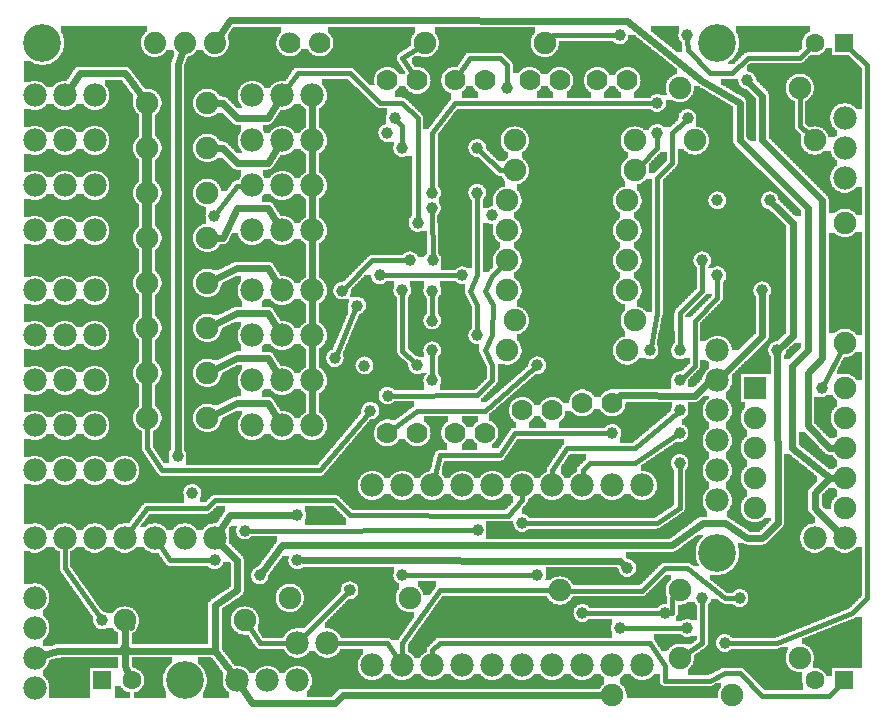
<source format=gbl>
G04 MADE WITH FRITZING*
G04 WWW.FRITZING.ORG*
G04 DOUBLE SIDED*
G04 HOLES PLATED*
G04 CONTOUR ON CENTER OF CONTOUR VECTOR*
%ASAXBY*%
%FSLAX23Y23*%
%MOIN*%
%OFA0B0*%
%SFA1.0B1.0*%
%ADD10C,0.075000*%
%ADD11C,0.039370*%
%ADD12C,0.078000*%
%ADD13C,0.125984*%
%ADD14C,0.074000*%
%ADD15C,0.062992*%
%ADD16C,0.070000*%
%ADD17R,0.075000X0.075000*%
%ADD18R,0.062992X0.062992*%
%ADD19C,0.016000*%
%ADD20C,0.024000*%
%ADD21C,0.032000*%
%ADD22R,0.001000X0.001000*%
%LNCOPPER0*%
G90*
G70*
G54D10*
X2730Y2118D03*
X232Y2232D03*
X1667Y2230D03*
X2777Y1504D03*
X1467Y1351D03*
X1778Y1868D03*
X1709Y848D03*
X785Y2230D03*
X1204Y398D03*
X313Y400D03*
X179Y340D03*
X2463Y461D03*
X2746Y225D03*
X174Y121D03*
G54D11*
X1102Y1400D03*
X1327Y1501D03*
X1402Y1201D03*
X1196Y1000D03*
X1402Y1101D03*
X1353Y1626D03*
X1252Y1926D03*
X1277Y1976D03*
X1302Y1876D03*
X1400Y1676D03*
X1402Y1300D03*
X1402Y1400D03*
X1403Y1501D03*
X952Y651D03*
X1127Y401D03*
X2177Y326D03*
X2252Y276D03*
X1302Y451D03*
X1752Y451D03*
X2427Y376D03*
X1902Y325D03*
X2027Y276D03*
X2227Y826D03*
X1702Y626D03*
X302Y301D03*
X2052Y476D03*
X952Y501D03*
X1176Y1150D03*
X553Y850D03*
G54D10*
X2477Y1076D03*
X2777Y1076D03*
X2477Y976D03*
X2777Y976D03*
X2477Y876D03*
X2777Y876D03*
X2477Y776D03*
X2777Y776D03*
X2477Y676D03*
X2777Y676D03*
G54D11*
X777Y600D03*
X677Y501D03*
X602Y726D03*
X2127Y1201D03*
X2002Y926D03*
X2502Y1401D03*
X2552Y1201D03*
X2527Y1701D03*
X2227Y926D03*
X2227Y1201D03*
X2352Y1451D03*
X2227Y1101D03*
X2227Y1001D03*
X827Y451D03*
X1553Y601D03*
G54D10*
X777Y301D03*
X377Y301D03*
G54D11*
X377Y201D03*
G54D10*
X927Y376D03*
X1327Y376D03*
G54D12*
X677Y576D03*
X577Y576D03*
X477Y576D03*
X377Y576D03*
X277Y576D03*
X177Y576D03*
X77Y576D03*
G54D10*
X2227Y176D03*
X2627Y176D03*
X1827Y401D03*
X2227Y401D03*
G54D11*
X1652Y2076D03*
X2152Y2026D03*
X1602Y1651D03*
X2352Y1701D03*
X2302Y1501D03*
G54D13*
X577Y101D03*
G54D14*
X477Y2226D03*
X577Y2226D03*
X677Y2226D03*
G54D13*
X2352Y526D03*
X2352Y2226D03*
X102Y2226D03*
G54D11*
X676Y1650D03*
X1078Y1175D03*
X1253Y1050D03*
X1151Y1350D03*
G54D12*
X77Y801D03*
X177Y801D03*
X277Y801D03*
X377Y801D03*
X2677Y576D03*
X2777Y576D03*
G54D11*
X1302Y1401D03*
X1352Y1151D03*
X1552Y1726D03*
X1552Y1251D03*
X1502Y1451D03*
X1227Y1451D03*
X1752Y1151D03*
G54D10*
X2627Y2076D03*
X2227Y2076D03*
X2677Y1901D03*
X2277Y1901D03*
X2002Y51D03*
X2402Y51D03*
X1377Y2226D03*
X1777Y2226D03*
G54D15*
X302Y101D03*
X401Y101D03*
X2776Y101D03*
X2677Y101D03*
X2776Y2226D03*
X2677Y2226D03*
G54D11*
X1402Y1726D03*
X2152Y1926D03*
X1552Y1876D03*
G54D10*
X2052Y1501D03*
X1652Y1501D03*
X2052Y1601D03*
X1652Y1601D03*
X2052Y1401D03*
X1652Y1401D03*
X2052Y1701D03*
X1652Y1701D03*
X2077Y1301D03*
X1677Y1301D03*
X2077Y1801D03*
X1677Y1801D03*
X2052Y1201D03*
X1652Y1201D03*
X2077Y1901D03*
X1677Y1901D03*
G54D16*
X1352Y926D03*
X1252Y926D03*
X1577Y926D03*
X1477Y926D03*
X1352Y2101D03*
X1252Y2101D03*
X1577Y2101D03*
X1477Y2101D03*
X1802Y1001D03*
X1702Y1001D03*
X2002Y1026D03*
X1902Y1026D03*
X2052Y2101D03*
X1952Y2101D03*
X1827Y2101D03*
X1727Y2101D03*
G54D10*
X452Y976D03*
X652Y976D03*
X452Y1576D03*
X652Y1576D03*
X452Y1126D03*
X652Y1126D03*
X452Y1726D03*
X652Y1726D03*
X452Y1276D03*
X652Y1276D03*
X452Y1876D03*
X652Y1876D03*
X452Y1426D03*
X652Y1426D03*
X452Y2026D03*
X652Y2026D03*
G54D12*
X1002Y951D03*
X902Y951D03*
X802Y951D03*
X1002Y1601D03*
X902Y1601D03*
X802Y1601D03*
X1002Y1101D03*
X902Y1101D03*
X802Y1101D03*
X1002Y1751D03*
X902Y1751D03*
X802Y1751D03*
X1002Y1251D03*
X902Y1251D03*
X802Y1251D03*
X1002Y1901D03*
X902Y1901D03*
X802Y1901D03*
X1002Y1401D03*
X902Y1401D03*
X802Y1401D03*
X1002Y2051D03*
X902Y2051D03*
X802Y2051D03*
X2352Y701D03*
X2352Y801D03*
X2352Y901D03*
X2352Y1001D03*
X2352Y1101D03*
X2352Y1201D03*
X1202Y151D03*
X1302Y151D03*
X1402Y151D03*
X1502Y151D03*
X1602Y151D03*
X1702Y151D03*
X1802Y151D03*
X1902Y151D03*
X2002Y151D03*
X2102Y151D03*
X1202Y751D03*
X1302Y751D03*
X1402Y751D03*
X1502Y751D03*
X1602Y751D03*
X1702Y751D03*
X1802Y751D03*
X1902Y751D03*
X2002Y751D03*
X2102Y751D03*
X77Y376D03*
X77Y276D03*
X77Y176D03*
X77Y76D03*
X952Y226D03*
X1052Y226D03*
X2777Y1976D03*
X2777Y1876D03*
X2777Y1776D03*
X752Y101D03*
X852Y101D03*
X952Y101D03*
X77Y951D03*
X177Y951D03*
X277Y951D03*
X77Y1601D03*
X177Y1601D03*
X277Y1601D03*
X77Y1101D03*
X177Y1101D03*
X277Y1101D03*
X77Y1751D03*
X177Y1751D03*
X277Y1751D03*
X77Y1251D03*
X177Y1251D03*
X277Y1251D03*
X77Y1901D03*
X177Y1901D03*
X277Y1901D03*
X77Y1401D03*
X177Y1401D03*
X277Y1401D03*
X77Y2051D03*
X177Y2051D03*
X277Y2051D03*
G54D16*
X927Y2226D03*
X1027Y2226D03*
G54D11*
X2302Y376D03*
G54D10*
X2777Y1226D03*
X2777Y1626D03*
G54D11*
X2702Y1076D03*
X2452Y2101D03*
X2253Y1975D03*
X2027Y2251D03*
X2252Y2251D03*
X2377Y226D03*
G54D17*
X2477Y1076D03*
G54D18*
X302Y101D03*
X2776Y101D03*
X2776Y2226D03*
G54D19*
X1202Y1501D02*
X1314Y1501D01*
D02*
X1111Y1410D02*
X1202Y1501D01*
D02*
X502Y801D02*
X452Y875D01*
D02*
X452Y875D02*
X452Y952D01*
D02*
X1188Y990D02*
X1027Y801D01*
D02*
X1027Y801D02*
X502Y801D01*
D02*
X1402Y1187D02*
X1402Y1114D01*
D02*
X1127Y2125D02*
X1227Y2026D01*
D02*
X1227Y2026D02*
X1302Y2026D01*
D02*
X953Y2125D02*
X1127Y2125D01*
D02*
X1302Y2026D02*
X1353Y1975D01*
D02*
X916Y2071D02*
X953Y2125D01*
D02*
X1353Y1975D02*
X1353Y1639D01*
D02*
X1302Y1950D02*
X1302Y1889D01*
D02*
X1286Y1966D02*
X1302Y1950D01*
D02*
X1403Y1514D02*
X1400Y1662D01*
D02*
X1402Y1314D02*
X1402Y1387D01*
G54D20*
D02*
X2202Y551D02*
X902Y551D01*
D02*
X902Y551D02*
X838Y466D01*
D02*
X2303Y626D02*
X2202Y551D01*
D02*
X2377Y625D02*
X2303Y626D01*
D02*
X2452Y576D02*
X2377Y625D01*
D02*
X2502Y576D02*
X2452Y576D01*
D02*
X2553Y626D02*
X2502Y576D01*
D02*
X2552Y1182D02*
X2553Y626D01*
D02*
X728Y651D02*
X933Y651D01*
D02*
X694Y601D02*
X728Y651D01*
G54D19*
D02*
X1127Y401D02*
X1116Y408D01*
D02*
X969Y243D02*
X1127Y401D01*
D02*
X827Y225D02*
X928Y225D01*
D02*
X790Y281D02*
X827Y225D01*
D02*
X1252Y225D02*
X1288Y171D01*
D02*
X1077Y225D02*
X1252Y225D01*
D02*
X2202Y325D02*
X1916Y325D01*
D02*
X2191Y325D02*
X2202Y325D01*
D02*
X2040Y276D02*
X2239Y276D01*
D02*
X1302Y225D02*
X1302Y175D01*
D02*
X1427Y401D02*
X1302Y225D01*
D02*
X1804Y401D02*
X1427Y401D01*
D02*
X2377Y375D02*
X2252Y475D01*
D02*
X2252Y475D02*
X2178Y475D01*
D02*
X2178Y475D02*
X2102Y400D01*
D02*
X2414Y375D02*
X2377Y375D01*
D02*
X2102Y400D02*
X1850Y400D01*
D02*
X2177Y150D02*
X2177Y100D01*
D02*
X2127Y226D02*
X2177Y150D01*
D02*
X2377Y125D02*
X2427Y125D01*
D02*
X2177Y100D02*
X2327Y100D01*
D02*
X2327Y100D02*
X2377Y125D01*
D02*
X2502Y50D02*
X2726Y50D01*
D02*
X2427Y125D02*
X2502Y50D01*
D02*
X2726Y50D02*
X2761Y85D01*
D02*
X2202Y325D02*
X2191Y325D01*
D02*
X2202Y376D02*
X2202Y325D01*
D02*
X2211Y384D02*
X2202Y376D01*
D02*
X1316Y451D02*
X1738Y451D01*
G54D20*
D02*
X378Y300D02*
X397Y280D01*
D02*
X377Y220D02*
X378Y300D01*
G54D19*
D02*
X2227Y675D02*
X2152Y626D01*
D02*
X2152Y626D02*
X1716Y626D01*
D02*
X2227Y812D02*
X2227Y675D01*
G54D20*
D02*
X378Y150D02*
X377Y182D01*
D02*
X389Y125D02*
X377Y150D01*
G54D19*
D02*
X178Y475D02*
X294Y312D01*
D02*
X177Y551D02*
X178Y475D01*
G54D20*
D02*
X2027Y500D02*
X2039Y489D01*
D02*
X971Y501D02*
X2027Y500D01*
D02*
X553Y2151D02*
X553Y869D01*
D02*
X567Y2196D02*
X553Y2151D01*
G54D19*
D02*
X1627Y851D02*
X1427Y851D01*
D02*
X1678Y925D02*
X1627Y851D01*
D02*
X1989Y926D02*
X1678Y925D01*
D02*
X1427Y851D02*
X1408Y774D01*
G54D20*
D02*
X2277Y1050D02*
X2327Y1101D01*
D02*
X2027Y1051D02*
X2277Y1050D01*
D02*
X2327Y1101D02*
X2322Y1101D01*
D02*
X2502Y1382D02*
X2502Y1250D01*
D02*
X2502Y1250D02*
X2373Y1122D01*
D02*
X2603Y1626D02*
X2603Y1250D01*
D02*
X2603Y1250D02*
X2565Y1214D01*
D02*
X2541Y1687D02*
X2603Y1626D01*
G54D19*
D02*
X2077Y825D02*
X2216Y918D01*
D02*
X1927Y825D02*
X2077Y825D01*
D02*
X1903Y801D02*
X1927Y825D01*
D02*
X1902Y775D02*
X1903Y801D01*
D02*
X2302Y1401D02*
X2302Y1487D01*
D02*
X2227Y1325D02*
X2302Y1400D01*
D02*
X2227Y1214D02*
X2227Y1325D01*
D02*
X2352Y1375D02*
X2352Y1437D01*
D02*
X1852Y875D02*
X2077Y875D01*
D02*
X1802Y801D02*
X1852Y875D01*
D02*
X2077Y875D02*
X2217Y992D01*
D02*
X2277Y1150D02*
X2277Y1300D01*
D02*
X2237Y1110D02*
X2277Y1150D01*
D02*
X2277Y1300D02*
X2352Y1375D01*
D02*
X1802Y775D02*
X1802Y801D01*
D02*
X1427Y225D02*
X2127Y226D01*
D02*
X1402Y201D02*
X1427Y225D01*
D02*
X1402Y175D02*
X1402Y201D01*
G54D20*
D02*
X396Y200D02*
X678Y200D01*
D02*
X153Y200D02*
X358Y200D01*
D02*
X678Y200D02*
X734Y125D01*
D02*
X106Y185D02*
X153Y200D01*
D02*
X752Y401D02*
X677Y351D01*
D02*
X677Y351D02*
X678Y200D01*
D02*
X752Y501D02*
X752Y401D01*
D02*
X698Y554D02*
X752Y501D01*
D02*
X678Y200D02*
X734Y125D01*
D02*
X1974Y51D02*
X1103Y51D01*
D02*
X1103Y51D02*
X1077Y26D01*
D02*
X1077Y26D02*
X802Y26D01*
D02*
X802Y26D02*
X769Y75D01*
G54D19*
D02*
X1653Y650D02*
X1702Y701D01*
D02*
X1702Y701D02*
X1702Y726D01*
D02*
X678Y701D02*
X1078Y701D01*
D02*
X652Y675D02*
X678Y701D01*
D02*
X1128Y651D02*
X1653Y650D01*
D02*
X1078Y701D02*
X1128Y651D01*
D02*
X452Y675D02*
X652Y675D01*
D02*
X392Y595D02*
X452Y675D01*
D02*
X1540Y601D02*
X791Y600D01*
D02*
X664Y501D02*
X527Y501D01*
D02*
X527Y501D02*
X491Y555D01*
G54D20*
D02*
X435Y2048D02*
X377Y2125D01*
D02*
X377Y2125D02*
X227Y2125D01*
D02*
X227Y2125D02*
X194Y2076D01*
D02*
X2020Y1044D02*
X2027Y1051D01*
G54D19*
D02*
X1652Y2151D02*
X1652Y2089D01*
D02*
X1627Y2176D02*
X1652Y2151D01*
D02*
X1527Y2176D02*
X1627Y2176D01*
D02*
X1489Y2118D02*
X1527Y2176D01*
D02*
X752Y1750D02*
X685Y1661D01*
D02*
X778Y1750D02*
X752Y1750D01*
G54D21*
D02*
X452Y1910D02*
X452Y1991D01*
G54D19*
D02*
X1146Y1338D02*
X1083Y1188D01*
D02*
X1602Y1151D02*
X1577Y1201D01*
D02*
X1602Y1251D02*
X1603Y1351D01*
D02*
X1577Y1201D02*
X1602Y1251D01*
D02*
X1603Y1351D02*
X1577Y1400D01*
D02*
X1577Y1400D02*
X1602Y1450D01*
D02*
X1602Y1101D02*
X1602Y1151D01*
D02*
X1552Y1051D02*
X1602Y1101D01*
D02*
X1602Y1450D02*
X1653Y1501D01*
D02*
X1266Y1050D02*
X1552Y1051D01*
D02*
X1653Y1501D02*
X1669Y1516D01*
D02*
X1302Y1200D02*
X1302Y1387D01*
D02*
X1343Y1160D02*
X1302Y1200D01*
D02*
X1552Y1351D02*
X1552Y1265D01*
D02*
X1552Y1451D02*
X1527Y1400D01*
D02*
X1527Y1400D02*
X1552Y1351D01*
D02*
X1552Y1713D02*
X1552Y1451D01*
D02*
X1489Y1451D02*
X1241Y1451D01*
D02*
X1352Y1000D02*
X1577Y1000D01*
D02*
X1252Y925D02*
X1352Y1000D01*
D02*
X1577Y1000D02*
X1742Y1142D01*
D02*
X1232Y922D02*
X1252Y925D01*
G54D20*
D02*
X853Y1476D02*
X886Y1426D01*
D02*
X752Y1475D02*
X853Y1476D01*
D02*
X678Y1438D02*
X752Y1475D01*
D02*
X853Y1325D02*
X886Y1276D01*
D02*
X752Y1325D02*
X853Y1325D01*
D02*
X678Y1288D02*
X752Y1325D01*
D02*
X752Y1176D02*
X678Y1138D01*
D02*
X853Y1175D02*
X752Y1176D01*
D02*
X886Y1126D02*
X853Y1175D01*
D02*
X853Y1025D02*
X885Y976D01*
D02*
X752Y1026D02*
X853Y1025D01*
D02*
X678Y988D02*
X752Y1026D01*
D02*
X853Y1975D02*
X886Y2025D01*
D02*
X751Y1975D02*
X853Y1975D01*
D02*
X703Y2026D02*
X751Y1975D01*
D02*
X681Y2026D02*
X703Y2026D01*
D02*
X853Y1825D02*
X886Y1875D01*
D02*
X703Y1876D02*
X751Y1825D01*
D02*
X751Y1825D02*
X853Y1825D01*
D02*
X681Y1876D02*
X703Y1876D01*
G54D21*
D02*
X452Y1760D02*
X452Y1841D01*
D02*
X452Y1610D02*
X452Y1691D01*
G54D20*
D02*
X751Y1676D02*
X853Y1676D01*
D02*
X703Y1576D02*
X751Y1676D01*
D02*
X681Y1576D02*
X703Y1576D01*
D02*
X853Y1676D02*
X886Y1626D01*
D02*
X1002Y1870D02*
X1002Y1781D01*
D02*
X1002Y1931D02*
X1002Y2020D01*
D02*
X1002Y1720D02*
X1002Y1631D01*
G54D19*
D02*
X2139Y2026D02*
X1477Y2025D01*
D02*
X1477Y2025D02*
X1402Y1925D01*
D02*
X1402Y1925D02*
X1402Y1739D01*
D02*
X2152Y1876D02*
X2093Y1817D01*
D02*
X2152Y1912D02*
X2152Y1876D01*
D02*
X1627Y1801D02*
X1562Y1866D01*
D02*
X1654Y1801D02*
X1627Y1801D01*
G54D21*
D02*
X452Y1460D02*
X452Y1541D01*
D02*
X452Y1310D02*
X452Y1391D01*
D02*
X452Y1160D02*
X452Y1241D01*
D02*
X452Y1010D02*
X452Y1091D01*
G54D20*
D02*
X1002Y1431D02*
X1002Y1570D01*
D02*
X1002Y1281D02*
X1002Y1370D01*
D02*
X1002Y1131D02*
X1002Y1220D01*
D02*
X1002Y981D02*
X1002Y1070D01*
G54D19*
D02*
X2302Y225D02*
X2302Y357D01*
D02*
X2251Y191D02*
X2302Y225D01*
D02*
X2708Y1088D02*
X2767Y1205D01*
D02*
X2627Y1950D02*
X2627Y2047D01*
D02*
X2657Y1921D02*
X2627Y1950D01*
G54D20*
D02*
X2653Y1126D02*
X2653Y951D01*
D02*
X2702Y1175D02*
X2653Y1126D01*
D02*
X2702Y1701D02*
X2702Y1175D01*
D02*
X2653Y951D02*
X2726Y875D01*
D02*
X2726Y875D02*
X2749Y875D01*
D02*
X2653Y1201D02*
X2602Y1150D01*
D02*
X2602Y1150D02*
X2602Y1026D01*
D02*
X2602Y1026D02*
X2602Y876D01*
D02*
X2653Y1676D02*
X2653Y1201D01*
D02*
X2602Y876D02*
X2727Y776D01*
D02*
X2727Y776D02*
X2749Y776D01*
D02*
X2502Y2050D02*
X2502Y1901D01*
D02*
X2466Y2087D02*
X2502Y2050D01*
D02*
X2502Y1901D02*
X2702Y1701D01*
D02*
X2052Y2300D02*
X2302Y2100D01*
D02*
X1077Y2301D02*
X2052Y2300D01*
D02*
X2302Y2100D02*
X2427Y2026D01*
D02*
X2427Y2026D02*
X2427Y1901D01*
D02*
X727Y2301D02*
X1077Y2301D01*
D02*
X2427Y1901D02*
X2653Y1676D01*
D02*
X694Y2251D02*
X727Y2301D01*
G54D19*
D02*
X2202Y1926D02*
X2243Y1966D01*
D02*
X2202Y1825D02*
X2202Y1926D01*
D02*
X2152Y1775D02*
X2202Y1825D01*
D02*
X2152Y1325D02*
X2152Y1775D01*
D02*
X2130Y1214D02*
X2152Y1325D01*
G54D20*
D02*
X2677Y675D02*
X2756Y597D01*
D02*
X2726Y775D02*
X2677Y726D01*
D02*
X2677Y726D02*
X2677Y675D01*
D02*
X2749Y775D02*
X2726Y775D01*
G54D19*
D02*
X2453Y2176D02*
X2402Y2126D01*
D02*
X2253Y2201D02*
X2252Y2237D01*
D02*
X2402Y2126D02*
X2327Y2126D01*
D02*
X2628Y2176D02*
X2453Y2176D01*
D02*
X1803Y2251D02*
X1794Y2242D01*
D02*
X2014Y2251D02*
X1803Y2251D01*
D02*
X2662Y2210D02*
X2628Y2176D01*
D02*
X2327Y2126D02*
X2253Y2201D01*
D02*
X1301Y2175D02*
X1337Y2122D01*
D02*
X1353Y2210D02*
X1301Y2175D01*
D02*
X2851Y2151D02*
X2852Y375D01*
D02*
X2852Y375D02*
X2802Y325D01*
D02*
X2795Y2207D02*
X2851Y2151D01*
D02*
X2802Y325D02*
X2552Y226D01*
D02*
X2552Y226D02*
X2390Y226D01*
G36*
X2132Y2283D02*
X2132Y2263D01*
X2134Y2263D01*
X2134Y2261D01*
X2138Y2261D01*
X2138Y2259D01*
X2140Y2259D01*
X2140Y2257D01*
X2142Y2257D01*
X2142Y2255D01*
X2144Y2255D01*
X2144Y2253D01*
X2148Y2253D01*
X2148Y2251D01*
X2150Y2251D01*
X2150Y2249D01*
X2152Y2249D01*
X2152Y2247D01*
X2154Y2247D01*
X2154Y2245D01*
X2158Y2245D01*
X2158Y2243D01*
X2160Y2243D01*
X2160Y2241D01*
X2162Y2241D01*
X2162Y2239D01*
X2164Y2239D01*
X2164Y2237D01*
X2168Y2237D01*
X2168Y2235D01*
X2170Y2235D01*
X2170Y2233D01*
X2172Y2233D01*
X2172Y2231D01*
X2174Y2231D01*
X2174Y2229D01*
X2178Y2229D01*
X2178Y2227D01*
X2180Y2227D01*
X2180Y2225D01*
X2182Y2225D01*
X2182Y2223D01*
X2184Y2223D01*
X2184Y2221D01*
X2188Y2221D01*
X2188Y2219D01*
X2190Y2219D01*
X2190Y2217D01*
X2192Y2217D01*
X2192Y2215D01*
X2194Y2215D01*
X2194Y2213D01*
X2198Y2213D01*
X2198Y2211D01*
X2200Y2211D01*
X2200Y2209D01*
X2202Y2209D01*
X2202Y2207D01*
X2204Y2207D01*
X2204Y2205D01*
X2208Y2205D01*
X2208Y2203D01*
X2210Y2203D01*
X2210Y2201D01*
X2212Y2201D01*
X2212Y2199D01*
X2214Y2199D01*
X2214Y2197D01*
X2234Y2197D01*
X2234Y2229D01*
X2230Y2229D01*
X2230Y2233D01*
X2228Y2233D01*
X2228Y2235D01*
X2226Y2235D01*
X2226Y2239D01*
X2224Y2239D01*
X2224Y2245D01*
X2222Y2245D01*
X2222Y2255D01*
X2224Y2255D01*
X2224Y2263D01*
X2226Y2263D01*
X2226Y2283D01*
X2132Y2283D01*
G37*
D02*
G36*
X2414Y2283D02*
X2414Y2263D01*
X2416Y2263D01*
X2416Y2259D01*
X2418Y2259D01*
X2418Y2255D01*
X2420Y2255D01*
X2420Y2249D01*
X2422Y2249D01*
X2422Y2243D01*
X2424Y2243D01*
X2424Y2227D01*
X2426Y2227D01*
X2426Y2223D01*
X2424Y2223D01*
X2424Y2209D01*
X2422Y2209D01*
X2422Y2201D01*
X2420Y2201D01*
X2420Y2197D01*
X2418Y2197D01*
X2418Y2193D01*
X2416Y2193D01*
X2416Y2189D01*
X2414Y2189D01*
X2414Y2185D01*
X2412Y2185D01*
X2412Y2183D01*
X2410Y2183D01*
X2410Y2181D01*
X2408Y2181D01*
X2408Y2177D01*
X2406Y2177D01*
X2406Y2175D01*
X2404Y2175D01*
X2404Y2173D01*
X2402Y2173D01*
X2402Y2171D01*
X2400Y2171D01*
X2400Y2169D01*
X2396Y2169D01*
X2396Y2167D01*
X2394Y2167D01*
X2394Y2165D01*
X2390Y2165D01*
X2390Y2163D01*
X2388Y2163D01*
X2388Y2155D01*
X2408Y2155D01*
X2408Y2157D01*
X2410Y2157D01*
X2410Y2159D01*
X2412Y2159D01*
X2412Y2161D01*
X2414Y2161D01*
X2414Y2163D01*
X2416Y2163D01*
X2416Y2165D01*
X2418Y2165D01*
X2418Y2167D01*
X2420Y2167D01*
X2420Y2169D01*
X2422Y2169D01*
X2422Y2171D01*
X2424Y2171D01*
X2424Y2173D01*
X2426Y2173D01*
X2426Y2175D01*
X2428Y2175D01*
X2428Y2177D01*
X2430Y2177D01*
X2430Y2179D01*
X2432Y2179D01*
X2432Y2181D01*
X2434Y2181D01*
X2434Y2183D01*
X2436Y2183D01*
X2436Y2185D01*
X2438Y2185D01*
X2438Y2187D01*
X2440Y2187D01*
X2440Y2189D01*
X2442Y2189D01*
X2442Y2191D01*
X2444Y2191D01*
X2444Y2193D01*
X2452Y2193D01*
X2452Y2195D01*
X2622Y2195D01*
X2622Y2197D01*
X2624Y2197D01*
X2624Y2199D01*
X2626Y2199D01*
X2626Y2201D01*
X2628Y2201D01*
X2628Y2203D01*
X2630Y2203D01*
X2630Y2205D01*
X2632Y2205D01*
X2632Y2207D01*
X2634Y2207D01*
X2634Y2209D01*
X2636Y2209D01*
X2636Y2235D01*
X2638Y2235D01*
X2638Y2241D01*
X2640Y2241D01*
X2640Y2245D01*
X2642Y2245D01*
X2642Y2249D01*
X2644Y2249D01*
X2644Y2251D01*
X2646Y2251D01*
X2646Y2255D01*
X2648Y2255D01*
X2648Y2257D01*
X2652Y2257D01*
X2652Y2259D01*
X2654Y2259D01*
X2654Y2261D01*
X2658Y2261D01*
X2658Y2263D01*
X2662Y2263D01*
X2662Y2283D01*
X2414Y2283D01*
G37*
D02*
G36*
X2714Y2209D02*
X2714Y2205D01*
X2712Y2205D01*
X2712Y2201D01*
X2710Y2201D01*
X2710Y2199D01*
X2708Y2199D01*
X2708Y2197D01*
X2706Y2197D01*
X2706Y2195D01*
X2704Y2195D01*
X2704Y2193D01*
X2702Y2193D01*
X2702Y2191D01*
X2698Y2191D01*
X2698Y2189D01*
X2694Y2189D01*
X2694Y2187D01*
X2688Y2187D01*
X2688Y2185D01*
X2660Y2185D01*
X2660Y2183D01*
X2658Y2183D01*
X2658Y2181D01*
X2656Y2181D01*
X2656Y2179D01*
X2654Y2179D01*
X2654Y2177D01*
X2652Y2177D01*
X2652Y2175D01*
X2650Y2175D01*
X2650Y2173D01*
X2648Y2173D01*
X2648Y2171D01*
X2646Y2171D01*
X2646Y2169D01*
X2644Y2169D01*
X2644Y2165D01*
X2640Y2165D01*
X2640Y2163D01*
X2638Y2163D01*
X2638Y2161D01*
X2636Y2161D01*
X2636Y2159D01*
X2460Y2159D01*
X2460Y2157D01*
X2458Y2157D01*
X2458Y2155D01*
X2456Y2155D01*
X2456Y2153D01*
X2454Y2153D01*
X2454Y2151D01*
X2452Y2151D01*
X2452Y2131D01*
X2456Y2131D01*
X2456Y2129D01*
X2464Y2129D01*
X2464Y2127D01*
X2468Y2127D01*
X2468Y2125D01*
X2470Y2125D01*
X2470Y2123D01*
X2638Y2123D01*
X2638Y2121D01*
X2644Y2121D01*
X2644Y2119D01*
X2648Y2119D01*
X2648Y2117D01*
X2652Y2117D01*
X2652Y2115D01*
X2654Y2115D01*
X2654Y2113D01*
X2658Y2113D01*
X2658Y2111D01*
X2660Y2111D01*
X2660Y2109D01*
X2662Y2109D01*
X2662Y2107D01*
X2664Y2107D01*
X2664Y2103D01*
X2666Y2103D01*
X2666Y2101D01*
X2668Y2101D01*
X2668Y2097D01*
X2670Y2097D01*
X2670Y2093D01*
X2672Y2093D01*
X2672Y2087D01*
X2674Y2087D01*
X2674Y2065D01*
X2672Y2065D01*
X2672Y2057D01*
X2670Y2057D01*
X2670Y2053D01*
X2668Y2053D01*
X2668Y2051D01*
X2666Y2051D01*
X2666Y2047D01*
X2664Y2047D01*
X2664Y2045D01*
X2662Y2045D01*
X2662Y2043D01*
X2660Y2043D01*
X2660Y2041D01*
X2658Y2041D01*
X2658Y2039D01*
X2656Y2039D01*
X2656Y2037D01*
X2652Y2037D01*
X2652Y2035D01*
X2650Y2035D01*
X2650Y2033D01*
X2646Y2033D01*
X2646Y2025D01*
X2784Y2025D01*
X2784Y2023D01*
X2792Y2023D01*
X2792Y2021D01*
X2798Y2021D01*
X2798Y2019D01*
X2802Y2019D01*
X2802Y2017D01*
X2804Y2017D01*
X2804Y2015D01*
X2808Y2015D01*
X2808Y2013D01*
X2810Y2013D01*
X2810Y2011D01*
X2812Y2011D01*
X2812Y2009D01*
X2814Y2009D01*
X2814Y2007D01*
X2834Y2007D01*
X2834Y2143D01*
X2832Y2143D01*
X2832Y2145D01*
X2830Y2145D01*
X2830Y2147D01*
X2828Y2147D01*
X2828Y2149D01*
X2826Y2149D01*
X2826Y2151D01*
X2824Y2151D01*
X2824Y2153D01*
X2822Y2153D01*
X2822Y2155D01*
X2820Y2155D01*
X2820Y2157D01*
X2818Y2157D01*
X2818Y2159D01*
X2816Y2159D01*
X2816Y2161D01*
X2814Y2161D01*
X2814Y2163D01*
X2812Y2163D01*
X2812Y2165D01*
X2810Y2165D01*
X2810Y2167D01*
X2808Y2167D01*
X2808Y2169D01*
X2806Y2169D01*
X2806Y2171D01*
X2804Y2171D01*
X2804Y2173D01*
X2802Y2173D01*
X2802Y2175D01*
X2800Y2175D01*
X2800Y2177D01*
X2798Y2177D01*
X2798Y2179D01*
X2796Y2179D01*
X2796Y2181D01*
X2794Y2181D01*
X2794Y2183D01*
X2792Y2183D01*
X2792Y2185D01*
X2734Y2185D01*
X2734Y2209D01*
X2714Y2209D01*
G37*
D02*
G36*
X2472Y2123D02*
X2472Y2121D01*
X2474Y2121D01*
X2474Y2119D01*
X2476Y2119D01*
X2476Y2117D01*
X2478Y2117D01*
X2478Y2113D01*
X2480Y2113D01*
X2480Y2107D01*
X2482Y2107D01*
X2482Y2101D01*
X2484Y2101D01*
X2484Y2099D01*
X2486Y2099D01*
X2486Y2097D01*
X2488Y2097D01*
X2488Y2095D01*
X2490Y2095D01*
X2490Y2093D01*
X2492Y2093D01*
X2492Y2091D01*
X2494Y2091D01*
X2494Y2089D01*
X2496Y2089D01*
X2496Y2087D01*
X2498Y2087D01*
X2498Y2085D01*
X2500Y2085D01*
X2500Y2083D01*
X2502Y2083D01*
X2502Y2081D01*
X2504Y2081D01*
X2504Y2079D01*
X2506Y2079D01*
X2506Y2077D01*
X2508Y2077D01*
X2508Y2075D01*
X2510Y2075D01*
X2510Y2073D01*
X2512Y2073D01*
X2512Y2071D01*
X2514Y2071D01*
X2514Y2069D01*
X2516Y2069D01*
X2516Y2067D01*
X2518Y2067D01*
X2518Y2065D01*
X2520Y2065D01*
X2520Y2061D01*
X2522Y2061D01*
X2522Y2057D01*
X2524Y2057D01*
X2524Y1909D01*
X2526Y1909D01*
X2526Y1907D01*
X2528Y1907D01*
X2528Y1905D01*
X2530Y1905D01*
X2530Y1903D01*
X2532Y1903D01*
X2532Y1901D01*
X2534Y1901D01*
X2534Y1899D01*
X2536Y1899D01*
X2536Y1897D01*
X2538Y1897D01*
X2538Y1895D01*
X2540Y1895D01*
X2540Y1893D01*
X2542Y1893D01*
X2542Y1891D01*
X2544Y1891D01*
X2544Y1889D01*
X2546Y1889D01*
X2546Y1887D01*
X2548Y1887D01*
X2548Y1885D01*
X2550Y1885D01*
X2550Y1883D01*
X2552Y1883D01*
X2552Y1881D01*
X2554Y1881D01*
X2554Y1879D01*
X2556Y1879D01*
X2556Y1877D01*
X2558Y1877D01*
X2558Y1875D01*
X2560Y1875D01*
X2560Y1873D01*
X2562Y1873D01*
X2562Y1871D01*
X2564Y1871D01*
X2564Y1869D01*
X2566Y1869D01*
X2566Y1867D01*
X2568Y1867D01*
X2568Y1865D01*
X2570Y1865D01*
X2570Y1863D01*
X2572Y1863D01*
X2572Y1861D01*
X2574Y1861D01*
X2574Y1859D01*
X2576Y1859D01*
X2576Y1857D01*
X2578Y1857D01*
X2578Y1855D01*
X2580Y1855D01*
X2580Y1853D01*
X2670Y1853D01*
X2670Y1855D01*
X2662Y1855D01*
X2662Y1857D01*
X2656Y1857D01*
X2656Y1859D01*
X2654Y1859D01*
X2654Y1861D01*
X2650Y1861D01*
X2650Y1863D01*
X2648Y1863D01*
X2648Y1865D01*
X2644Y1865D01*
X2644Y1867D01*
X2642Y1867D01*
X2642Y1871D01*
X2640Y1871D01*
X2640Y1873D01*
X2638Y1873D01*
X2638Y1875D01*
X2636Y1875D01*
X2636Y1879D01*
X2634Y1879D01*
X2634Y1883D01*
X2632Y1883D01*
X2632Y1891D01*
X2630Y1891D01*
X2630Y1923D01*
X2628Y1923D01*
X2628Y1925D01*
X2626Y1925D01*
X2626Y1927D01*
X2624Y1927D01*
X2624Y1929D01*
X2622Y1929D01*
X2622Y1931D01*
X2620Y1931D01*
X2620Y1933D01*
X2618Y1933D01*
X2618Y1935D01*
X2616Y1935D01*
X2616Y1937D01*
X2614Y1937D01*
X2614Y1939D01*
X2612Y1939D01*
X2612Y1943D01*
X2610Y1943D01*
X2610Y2031D01*
X2608Y2031D01*
X2608Y2033D01*
X2604Y2033D01*
X2604Y2035D01*
X2602Y2035D01*
X2602Y2037D01*
X2598Y2037D01*
X2598Y2039D01*
X2596Y2039D01*
X2596Y2041D01*
X2594Y2041D01*
X2594Y2043D01*
X2592Y2043D01*
X2592Y2045D01*
X2590Y2045D01*
X2590Y2047D01*
X2588Y2047D01*
X2588Y2051D01*
X2586Y2051D01*
X2586Y2055D01*
X2584Y2055D01*
X2584Y2059D01*
X2582Y2059D01*
X2582Y2065D01*
X2580Y2065D01*
X2580Y2087D01*
X2582Y2087D01*
X2582Y2093D01*
X2584Y2093D01*
X2584Y2097D01*
X2586Y2097D01*
X2586Y2101D01*
X2588Y2101D01*
X2588Y2103D01*
X2590Y2103D01*
X2590Y2107D01*
X2592Y2107D01*
X2592Y2109D01*
X2594Y2109D01*
X2594Y2111D01*
X2596Y2111D01*
X2596Y2113D01*
X2600Y2113D01*
X2600Y2115D01*
X2602Y2115D01*
X2602Y2117D01*
X2606Y2117D01*
X2606Y2119D01*
X2610Y2119D01*
X2610Y2121D01*
X2618Y2121D01*
X2618Y2123D01*
X2472Y2123D01*
G37*
D02*
G36*
X2646Y2025D02*
X2646Y1955D01*
X2648Y1955D01*
X2648Y1953D01*
X2650Y1953D01*
X2650Y1951D01*
X2652Y1951D01*
X2652Y1949D01*
X2680Y1949D01*
X2680Y1947D01*
X2690Y1947D01*
X2690Y1945D01*
X2696Y1945D01*
X2696Y1943D01*
X2700Y1943D01*
X2700Y1941D01*
X2704Y1941D01*
X2704Y1939D01*
X2706Y1939D01*
X2706Y1937D01*
X2708Y1937D01*
X2708Y1935D01*
X2710Y1935D01*
X2710Y1933D01*
X2712Y1933D01*
X2712Y1931D01*
X2714Y1931D01*
X2714Y1929D01*
X2716Y1929D01*
X2716Y1927D01*
X2718Y1927D01*
X2718Y1923D01*
X2720Y1923D01*
X2720Y1919D01*
X2722Y1919D01*
X2722Y1913D01*
X2724Y1913D01*
X2724Y1911D01*
X2744Y1911D01*
X2744Y1913D01*
X2746Y1913D01*
X2746Y1915D01*
X2750Y1915D01*
X2750Y1935D01*
X2748Y1935D01*
X2748Y1937D01*
X2746Y1937D01*
X2746Y1939D01*
X2744Y1939D01*
X2744Y1941D01*
X2742Y1941D01*
X2742Y1943D01*
X2740Y1943D01*
X2740Y1945D01*
X2738Y1945D01*
X2738Y1947D01*
X2736Y1947D01*
X2736Y1951D01*
X2734Y1951D01*
X2734Y1955D01*
X2732Y1955D01*
X2732Y1959D01*
X2730Y1959D01*
X2730Y1967D01*
X2728Y1967D01*
X2728Y1985D01*
X2730Y1985D01*
X2730Y1991D01*
X2732Y1991D01*
X2732Y1997D01*
X2734Y1997D01*
X2734Y2001D01*
X2736Y2001D01*
X2736Y2003D01*
X2738Y2003D01*
X2738Y2007D01*
X2740Y2007D01*
X2740Y2009D01*
X2742Y2009D01*
X2742Y2011D01*
X2744Y2011D01*
X2744Y2013D01*
X2746Y2013D01*
X2746Y2015D01*
X2750Y2015D01*
X2750Y2017D01*
X2752Y2017D01*
X2752Y2019D01*
X2756Y2019D01*
X2756Y2021D01*
X2762Y2021D01*
X2762Y2023D01*
X2770Y2023D01*
X2770Y2025D01*
X2646Y2025D01*
G37*
D02*
G36*
X2654Y1949D02*
X2654Y1947D01*
X2674Y1947D01*
X2674Y1949D01*
X2654Y1949D01*
G37*
D02*
G36*
X2710Y1867D02*
X2710Y1865D01*
X2706Y1865D01*
X2706Y1863D01*
X2704Y1863D01*
X2704Y1861D01*
X2702Y1861D01*
X2702Y1859D01*
X2698Y1859D01*
X2698Y1857D01*
X2692Y1857D01*
X2692Y1855D01*
X2686Y1855D01*
X2686Y1853D01*
X2734Y1853D01*
X2734Y1855D01*
X2732Y1855D01*
X2732Y1859D01*
X2730Y1859D01*
X2730Y1867D01*
X2710Y1867D01*
G37*
D02*
G36*
X2582Y1853D02*
X2582Y1851D01*
X2734Y1851D01*
X2734Y1853D01*
X2582Y1853D01*
G37*
D02*
G36*
X2582Y1853D02*
X2582Y1851D01*
X2734Y1851D01*
X2734Y1853D01*
X2582Y1853D01*
G37*
D02*
G36*
X2584Y1851D02*
X2584Y1849D01*
X2586Y1849D01*
X2586Y1847D01*
X2588Y1847D01*
X2588Y1845D01*
X2590Y1845D01*
X2590Y1843D01*
X2592Y1843D01*
X2592Y1841D01*
X2594Y1841D01*
X2594Y1839D01*
X2596Y1839D01*
X2596Y1837D01*
X2598Y1837D01*
X2598Y1835D01*
X2600Y1835D01*
X2600Y1833D01*
X2602Y1833D01*
X2602Y1831D01*
X2604Y1831D01*
X2604Y1829D01*
X2606Y1829D01*
X2606Y1827D01*
X2608Y1827D01*
X2608Y1825D01*
X2610Y1825D01*
X2610Y1823D01*
X2612Y1823D01*
X2612Y1821D01*
X2614Y1821D01*
X2614Y1819D01*
X2616Y1819D01*
X2616Y1817D01*
X2618Y1817D01*
X2618Y1815D01*
X2620Y1815D01*
X2620Y1813D01*
X2622Y1813D01*
X2622Y1811D01*
X2624Y1811D01*
X2624Y1809D01*
X2626Y1809D01*
X2626Y1807D01*
X2628Y1807D01*
X2628Y1805D01*
X2630Y1805D01*
X2630Y1803D01*
X2632Y1803D01*
X2632Y1801D01*
X2634Y1801D01*
X2634Y1799D01*
X2636Y1799D01*
X2636Y1797D01*
X2638Y1797D01*
X2638Y1795D01*
X2640Y1795D01*
X2640Y1793D01*
X2642Y1793D01*
X2642Y1791D01*
X2644Y1791D01*
X2644Y1789D01*
X2646Y1789D01*
X2646Y1787D01*
X2648Y1787D01*
X2648Y1785D01*
X2650Y1785D01*
X2650Y1783D01*
X2652Y1783D01*
X2652Y1781D01*
X2654Y1781D01*
X2654Y1779D01*
X2656Y1779D01*
X2656Y1777D01*
X2658Y1777D01*
X2658Y1775D01*
X2660Y1775D01*
X2660Y1773D01*
X2662Y1773D01*
X2662Y1771D01*
X2664Y1771D01*
X2664Y1769D01*
X2666Y1769D01*
X2666Y1767D01*
X2668Y1767D01*
X2668Y1765D01*
X2670Y1765D01*
X2670Y1763D01*
X2672Y1763D01*
X2672Y1761D01*
X2674Y1761D01*
X2674Y1759D01*
X2676Y1759D01*
X2676Y1757D01*
X2678Y1757D01*
X2678Y1755D01*
X2680Y1755D01*
X2680Y1753D01*
X2682Y1753D01*
X2682Y1751D01*
X2684Y1751D01*
X2684Y1749D01*
X2686Y1749D01*
X2686Y1747D01*
X2688Y1747D01*
X2688Y1745D01*
X2690Y1745D01*
X2690Y1743D01*
X2692Y1743D01*
X2692Y1741D01*
X2694Y1741D01*
X2694Y1739D01*
X2696Y1739D01*
X2696Y1737D01*
X2698Y1737D01*
X2698Y1735D01*
X2700Y1735D01*
X2700Y1733D01*
X2702Y1733D01*
X2702Y1731D01*
X2704Y1731D01*
X2704Y1729D01*
X2706Y1729D01*
X2706Y1727D01*
X2766Y1727D01*
X2766Y1729D01*
X2760Y1729D01*
X2760Y1731D01*
X2756Y1731D01*
X2756Y1733D01*
X2752Y1733D01*
X2752Y1735D01*
X2748Y1735D01*
X2748Y1737D01*
X2746Y1737D01*
X2746Y1739D01*
X2744Y1739D01*
X2744Y1741D01*
X2742Y1741D01*
X2742Y1743D01*
X2740Y1743D01*
X2740Y1745D01*
X2738Y1745D01*
X2738Y1747D01*
X2736Y1747D01*
X2736Y1751D01*
X2734Y1751D01*
X2734Y1755D01*
X2732Y1755D01*
X2732Y1759D01*
X2730Y1759D01*
X2730Y1767D01*
X2728Y1767D01*
X2728Y1785D01*
X2730Y1785D01*
X2730Y1791D01*
X2732Y1791D01*
X2732Y1797D01*
X2734Y1797D01*
X2734Y1801D01*
X2736Y1801D01*
X2736Y1803D01*
X2738Y1803D01*
X2738Y1807D01*
X2740Y1807D01*
X2740Y1809D01*
X2742Y1809D01*
X2742Y1811D01*
X2744Y1811D01*
X2744Y1813D01*
X2746Y1813D01*
X2746Y1815D01*
X2750Y1815D01*
X2750Y1835D01*
X2748Y1835D01*
X2748Y1837D01*
X2746Y1837D01*
X2746Y1839D01*
X2744Y1839D01*
X2744Y1841D01*
X2742Y1841D01*
X2742Y1843D01*
X2740Y1843D01*
X2740Y1845D01*
X2738Y1845D01*
X2738Y1847D01*
X2736Y1847D01*
X2736Y1851D01*
X2584Y1851D01*
G37*
D02*
G36*
X2814Y1745D02*
X2814Y1743D01*
X2812Y1743D01*
X2812Y1741D01*
X2810Y1741D01*
X2810Y1739D01*
X2808Y1739D01*
X2808Y1737D01*
X2806Y1737D01*
X2806Y1735D01*
X2802Y1735D01*
X2802Y1733D01*
X2798Y1733D01*
X2798Y1731D01*
X2794Y1731D01*
X2794Y1729D01*
X2788Y1729D01*
X2788Y1727D01*
X2834Y1727D01*
X2834Y1745D01*
X2814Y1745D01*
G37*
D02*
G36*
X2708Y1727D02*
X2708Y1725D01*
X2834Y1725D01*
X2834Y1727D01*
X2708Y1727D01*
G37*
D02*
G36*
X2708Y1727D02*
X2708Y1725D01*
X2834Y1725D01*
X2834Y1727D01*
X2708Y1727D01*
G37*
D02*
G36*
X2710Y1725D02*
X2710Y1723D01*
X2712Y1723D01*
X2712Y1721D01*
X2714Y1721D01*
X2714Y1719D01*
X2716Y1719D01*
X2716Y1717D01*
X2718Y1717D01*
X2718Y1715D01*
X2720Y1715D01*
X2720Y1711D01*
X2722Y1711D01*
X2722Y1707D01*
X2724Y1707D01*
X2724Y1673D01*
X2786Y1673D01*
X2786Y1671D01*
X2794Y1671D01*
X2794Y1669D01*
X2798Y1669D01*
X2798Y1667D01*
X2802Y1667D01*
X2802Y1665D01*
X2804Y1665D01*
X2804Y1663D01*
X2808Y1663D01*
X2808Y1661D01*
X2810Y1661D01*
X2810Y1659D01*
X2812Y1659D01*
X2812Y1657D01*
X2814Y1657D01*
X2814Y1653D01*
X2834Y1653D01*
X2834Y1725D01*
X2710Y1725D01*
G37*
D02*
G36*
X2724Y1673D02*
X2724Y1659D01*
X2744Y1659D01*
X2744Y1661D01*
X2746Y1661D01*
X2746Y1663D01*
X2750Y1663D01*
X2750Y1665D01*
X2752Y1665D01*
X2752Y1667D01*
X2756Y1667D01*
X2756Y1669D01*
X2760Y1669D01*
X2760Y1671D01*
X2768Y1671D01*
X2768Y1673D01*
X2724Y1673D01*
G37*
D02*
G36*
X164Y2283D02*
X164Y2263D01*
X166Y2263D01*
X166Y2259D01*
X168Y2259D01*
X168Y2255D01*
X170Y2255D01*
X170Y2249D01*
X172Y2249D01*
X172Y2243D01*
X174Y2243D01*
X174Y2227D01*
X176Y2227D01*
X176Y2223D01*
X174Y2223D01*
X174Y2209D01*
X172Y2209D01*
X172Y2201D01*
X170Y2201D01*
X170Y2197D01*
X168Y2197D01*
X168Y2193D01*
X166Y2193D01*
X166Y2189D01*
X164Y2189D01*
X164Y2185D01*
X162Y2185D01*
X162Y2183D01*
X160Y2183D01*
X160Y2181D01*
X158Y2181D01*
X158Y2179D01*
X466Y2179D01*
X466Y2181D01*
X460Y2181D01*
X460Y2183D01*
X456Y2183D01*
X456Y2185D01*
X452Y2185D01*
X452Y2187D01*
X450Y2187D01*
X450Y2189D01*
X446Y2189D01*
X446Y2191D01*
X444Y2191D01*
X444Y2193D01*
X442Y2193D01*
X442Y2195D01*
X440Y2195D01*
X440Y2199D01*
X438Y2199D01*
X438Y2201D01*
X436Y2201D01*
X436Y2205D01*
X434Y2205D01*
X434Y2211D01*
X432Y2211D01*
X432Y2217D01*
X430Y2217D01*
X430Y2235D01*
X432Y2235D01*
X432Y2241D01*
X434Y2241D01*
X434Y2247D01*
X436Y2247D01*
X436Y2249D01*
X438Y2249D01*
X438Y2253D01*
X440Y2253D01*
X440Y2255D01*
X442Y2255D01*
X442Y2257D01*
X444Y2257D01*
X444Y2259D01*
X446Y2259D01*
X446Y2261D01*
X448Y2261D01*
X448Y2263D01*
X450Y2263D01*
X450Y2283D01*
X164Y2283D01*
G37*
D02*
G36*
X516Y2201D02*
X516Y2199D01*
X514Y2199D01*
X514Y2195D01*
X512Y2195D01*
X512Y2193D01*
X510Y2193D01*
X510Y2191D01*
X508Y2191D01*
X508Y2189D01*
X504Y2189D01*
X504Y2187D01*
X502Y2187D01*
X502Y2185D01*
X498Y2185D01*
X498Y2183D01*
X494Y2183D01*
X494Y2181D01*
X488Y2181D01*
X488Y2179D01*
X540Y2179D01*
X540Y2199D01*
X538Y2199D01*
X538Y2201D01*
X516Y2201D01*
G37*
D02*
G36*
X158Y2179D02*
X158Y2177D01*
X538Y2177D01*
X538Y2179D01*
X158Y2179D01*
G37*
D02*
G36*
X158Y2179D02*
X158Y2177D01*
X538Y2177D01*
X538Y2179D01*
X158Y2179D01*
G37*
D02*
G36*
X156Y2177D02*
X156Y2175D01*
X154Y2175D01*
X154Y2173D01*
X152Y2173D01*
X152Y2171D01*
X150Y2171D01*
X150Y2169D01*
X146Y2169D01*
X146Y2167D01*
X144Y2167D01*
X144Y2165D01*
X140Y2165D01*
X140Y2163D01*
X138Y2163D01*
X138Y2161D01*
X134Y2161D01*
X134Y2159D01*
X130Y2159D01*
X130Y2157D01*
X124Y2157D01*
X124Y2155D01*
X116Y2155D01*
X116Y2153D01*
X530Y2153D01*
X530Y2155D01*
X532Y2155D01*
X532Y2161D01*
X534Y2161D01*
X534Y2167D01*
X536Y2167D01*
X536Y2173D01*
X538Y2173D01*
X538Y2177D01*
X156Y2177D01*
G37*
D02*
G36*
X40Y2167D02*
X40Y2153D01*
X90Y2153D01*
X90Y2155D01*
X80Y2155D01*
X80Y2157D01*
X74Y2157D01*
X74Y2159D01*
X70Y2159D01*
X70Y2161D01*
X66Y2161D01*
X66Y2163D01*
X64Y2163D01*
X64Y2165D01*
X60Y2165D01*
X60Y2167D01*
X40Y2167D01*
G37*
D02*
G36*
X40Y2153D02*
X40Y2151D01*
X530Y2151D01*
X530Y2153D01*
X40Y2153D01*
G37*
D02*
G36*
X40Y2153D02*
X40Y2151D01*
X530Y2151D01*
X530Y2153D01*
X40Y2153D01*
G37*
D02*
G36*
X40Y2151D02*
X40Y2147D01*
X384Y2147D01*
X384Y2145D01*
X388Y2145D01*
X388Y2143D01*
X390Y2143D01*
X390Y2141D01*
X392Y2141D01*
X392Y2139D01*
X394Y2139D01*
X394Y2137D01*
X396Y2137D01*
X396Y2135D01*
X398Y2135D01*
X398Y2133D01*
X400Y2133D01*
X400Y2129D01*
X402Y2129D01*
X402Y2127D01*
X404Y2127D01*
X404Y2125D01*
X406Y2125D01*
X406Y2121D01*
X408Y2121D01*
X408Y2119D01*
X410Y2119D01*
X410Y2117D01*
X412Y2117D01*
X412Y2113D01*
X414Y2113D01*
X414Y2111D01*
X416Y2111D01*
X416Y2109D01*
X418Y2109D01*
X418Y2105D01*
X420Y2105D01*
X420Y2103D01*
X422Y2103D01*
X422Y2101D01*
X424Y2101D01*
X424Y2097D01*
X426Y2097D01*
X426Y2095D01*
X428Y2095D01*
X428Y2093D01*
X430Y2093D01*
X430Y2089D01*
X432Y2089D01*
X432Y2087D01*
X434Y2087D01*
X434Y2085D01*
X436Y2085D01*
X436Y2083D01*
X438Y2083D01*
X438Y2079D01*
X440Y2079D01*
X440Y2077D01*
X442Y2077D01*
X442Y2075D01*
X444Y2075D01*
X444Y2073D01*
X462Y2073D01*
X462Y2071D01*
X468Y2071D01*
X468Y2069D01*
X474Y2069D01*
X474Y2067D01*
X476Y2067D01*
X476Y2065D01*
X480Y2065D01*
X480Y2063D01*
X482Y2063D01*
X482Y2061D01*
X484Y2061D01*
X484Y2059D01*
X486Y2059D01*
X486Y2057D01*
X488Y2057D01*
X488Y2055D01*
X490Y2055D01*
X490Y2053D01*
X492Y2053D01*
X492Y2049D01*
X494Y2049D01*
X494Y2045D01*
X496Y2045D01*
X496Y2041D01*
X498Y2041D01*
X498Y2033D01*
X500Y2033D01*
X500Y2019D01*
X498Y2019D01*
X498Y2011D01*
X496Y2011D01*
X496Y2005D01*
X494Y2005D01*
X494Y2003D01*
X492Y2003D01*
X492Y1999D01*
X490Y1999D01*
X490Y1997D01*
X488Y1997D01*
X488Y1993D01*
X486Y1993D01*
X486Y1991D01*
X484Y1991D01*
X484Y1989D01*
X480Y1989D01*
X480Y1987D01*
X478Y1987D01*
X478Y1915D01*
X480Y1915D01*
X480Y1913D01*
X482Y1913D01*
X482Y1911D01*
X484Y1911D01*
X484Y1909D01*
X486Y1909D01*
X486Y1907D01*
X488Y1907D01*
X488Y1905D01*
X490Y1905D01*
X490Y1903D01*
X492Y1903D01*
X492Y1899D01*
X494Y1899D01*
X494Y1895D01*
X496Y1895D01*
X496Y1891D01*
X498Y1891D01*
X498Y1883D01*
X500Y1883D01*
X500Y1869D01*
X498Y1869D01*
X498Y1861D01*
X496Y1861D01*
X496Y1855D01*
X494Y1855D01*
X494Y1853D01*
X492Y1853D01*
X492Y1849D01*
X490Y1849D01*
X490Y1847D01*
X488Y1847D01*
X488Y1843D01*
X486Y1843D01*
X486Y1841D01*
X484Y1841D01*
X484Y1839D01*
X480Y1839D01*
X480Y1837D01*
X478Y1837D01*
X478Y1765D01*
X480Y1765D01*
X480Y1763D01*
X482Y1763D01*
X482Y1761D01*
X484Y1761D01*
X484Y1759D01*
X486Y1759D01*
X486Y1757D01*
X488Y1757D01*
X488Y1755D01*
X490Y1755D01*
X490Y1753D01*
X492Y1753D01*
X492Y1749D01*
X494Y1749D01*
X494Y1745D01*
X496Y1745D01*
X496Y1741D01*
X498Y1741D01*
X498Y1733D01*
X500Y1733D01*
X500Y1719D01*
X498Y1719D01*
X498Y1711D01*
X496Y1711D01*
X496Y1705D01*
X494Y1705D01*
X494Y1703D01*
X492Y1703D01*
X492Y1699D01*
X490Y1699D01*
X490Y1697D01*
X488Y1697D01*
X488Y1693D01*
X486Y1693D01*
X486Y1691D01*
X484Y1691D01*
X484Y1689D01*
X480Y1689D01*
X480Y1687D01*
X478Y1687D01*
X478Y1615D01*
X480Y1615D01*
X480Y1613D01*
X482Y1613D01*
X482Y1611D01*
X484Y1611D01*
X484Y1609D01*
X486Y1609D01*
X486Y1607D01*
X488Y1607D01*
X488Y1605D01*
X490Y1605D01*
X490Y1603D01*
X492Y1603D01*
X492Y1599D01*
X494Y1599D01*
X494Y1595D01*
X496Y1595D01*
X496Y1591D01*
X498Y1591D01*
X498Y1583D01*
X500Y1583D01*
X500Y1569D01*
X498Y1569D01*
X498Y1561D01*
X496Y1561D01*
X496Y1555D01*
X494Y1555D01*
X494Y1553D01*
X492Y1553D01*
X492Y1549D01*
X490Y1549D01*
X490Y1547D01*
X488Y1547D01*
X488Y1543D01*
X486Y1543D01*
X486Y1541D01*
X484Y1541D01*
X484Y1539D01*
X480Y1539D01*
X480Y1537D01*
X478Y1537D01*
X478Y1465D01*
X480Y1465D01*
X480Y1463D01*
X482Y1463D01*
X482Y1461D01*
X484Y1461D01*
X484Y1459D01*
X486Y1459D01*
X486Y1457D01*
X488Y1457D01*
X488Y1455D01*
X490Y1455D01*
X490Y1453D01*
X492Y1453D01*
X492Y1449D01*
X494Y1449D01*
X494Y1445D01*
X496Y1445D01*
X496Y1441D01*
X498Y1441D01*
X498Y1433D01*
X500Y1433D01*
X500Y1419D01*
X498Y1419D01*
X498Y1411D01*
X496Y1411D01*
X496Y1405D01*
X494Y1405D01*
X494Y1403D01*
X492Y1403D01*
X492Y1399D01*
X490Y1399D01*
X490Y1397D01*
X488Y1397D01*
X488Y1393D01*
X486Y1393D01*
X486Y1391D01*
X484Y1391D01*
X484Y1389D01*
X480Y1389D01*
X480Y1387D01*
X478Y1387D01*
X478Y1315D01*
X480Y1315D01*
X480Y1313D01*
X482Y1313D01*
X482Y1311D01*
X484Y1311D01*
X484Y1309D01*
X486Y1309D01*
X486Y1307D01*
X488Y1307D01*
X488Y1305D01*
X490Y1305D01*
X490Y1303D01*
X492Y1303D01*
X492Y1299D01*
X494Y1299D01*
X494Y1295D01*
X496Y1295D01*
X496Y1291D01*
X498Y1291D01*
X498Y1283D01*
X500Y1283D01*
X500Y1269D01*
X498Y1269D01*
X498Y1261D01*
X496Y1261D01*
X496Y1255D01*
X494Y1255D01*
X494Y1253D01*
X492Y1253D01*
X492Y1249D01*
X490Y1249D01*
X490Y1247D01*
X488Y1247D01*
X488Y1243D01*
X486Y1243D01*
X486Y1241D01*
X484Y1241D01*
X484Y1239D01*
X480Y1239D01*
X480Y1237D01*
X478Y1237D01*
X478Y1165D01*
X480Y1165D01*
X480Y1163D01*
X482Y1163D01*
X482Y1161D01*
X484Y1161D01*
X484Y1159D01*
X486Y1159D01*
X486Y1157D01*
X488Y1157D01*
X488Y1155D01*
X490Y1155D01*
X490Y1153D01*
X492Y1153D01*
X492Y1149D01*
X494Y1149D01*
X494Y1145D01*
X496Y1145D01*
X496Y1141D01*
X498Y1141D01*
X498Y1133D01*
X500Y1133D01*
X500Y1119D01*
X498Y1119D01*
X498Y1111D01*
X496Y1111D01*
X496Y1105D01*
X494Y1105D01*
X494Y1103D01*
X492Y1103D01*
X492Y1099D01*
X490Y1099D01*
X490Y1097D01*
X488Y1097D01*
X488Y1093D01*
X486Y1093D01*
X486Y1091D01*
X484Y1091D01*
X484Y1089D01*
X480Y1089D01*
X480Y1087D01*
X478Y1087D01*
X478Y1015D01*
X480Y1015D01*
X480Y1013D01*
X482Y1013D01*
X482Y1011D01*
X484Y1011D01*
X484Y1009D01*
X486Y1009D01*
X486Y1007D01*
X488Y1007D01*
X488Y1005D01*
X490Y1005D01*
X490Y1003D01*
X492Y1003D01*
X492Y999D01*
X494Y999D01*
X494Y995D01*
X496Y995D01*
X496Y991D01*
X498Y991D01*
X498Y983D01*
X500Y983D01*
X500Y969D01*
X498Y969D01*
X498Y961D01*
X496Y961D01*
X496Y955D01*
X494Y955D01*
X494Y953D01*
X492Y953D01*
X492Y949D01*
X490Y949D01*
X490Y947D01*
X488Y947D01*
X488Y943D01*
X486Y943D01*
X486Y941D01*
X484Y941D01*
X484Y939D01*
X480Y939D01*
X480Y937D01*
X478Y937D01*
X478Y935D01*
X474Y935D01*
X474Y933D01*
X470Y933D01*
X470Y879D01*
X472Y879D01*
X472Y877D01*
X474Y877D01*
X474Y873D01*
X476Y873D01*
X476Y871D01*
X478Y871D01*
X478Y867D01*
X480Y867D01*
X480Y865D01*
X482Y865D01*
X482Y861D01*
X484Y861D01*
X484Y859D01*
X486Y859D01*
X486Y855D01*
X488Y855D01*
X488Y853D01*
X490Y853D01*
X490Y849D01*
X492Y849D01*
X492Y847D01*
X494Y847D01*
X494Y843D01*
X496Y843D01*
X496Y841D01*
X498Y841D01*
X498Y837D01*
X500Y837D01*
X500Y835D01*
X502Y835D01*
X502Y831D01*
X504Y831D01*
X504Y829D01*
X506Y829D01*
X506Y825D01*
X526Y825D01*
X526Y841D01*
X524Y841D01*
X524Y861D01*
X526Y861D01*
X526Y865D01*
X528Y865D01*
X528Y869D01*
X530Y869D01*
X530Y2151D01*
X40Y2151D01*
G37*
D02*
G36*
X40Y2147D02*
X40Y2099D01*
X88Y2099D01*
X88Y2097D01*
X96Y2097D01*
X96Y2095D01*
X100Y2095D01*
X100Y2093D01*
X104Y2093D01*
X104Y2091D01*
X106Y2091D01*
X106Y2089D01*
X108Y2089D01*
X108Y2087D01*
X110Y2087D01*
X110Y2085D01*
X112Y2085D01*
X112Y2083D01*
X114Y2083D01*
X114Y2081D01*
X116Y2081D01*
X116Y2079D01*
X138Y2079D01*
X138Y2081D01*
X140Y2081D01*
X140Y2083D01*
X142Y2083D01*
X142Y2085D01*
X144Y2085D01*
X144Y2087D01*
X146Y2087D01*
X146Y2089D01*
X148Y2089D01*
X148Y2091D01*
X152Y2091D01*
X152Y2093D01*
X154Y2093D01*
X154Y2095D01*
X158Y2095D01*
X158Y2097D01*
X166Y2097D01*
X166Y2099D01*
X184Y2099D01*
X184Y2103D01*
X186Y2103D01*
X186Y2105D01*
X188Y2105D01*
X188Y2107D01*
X190Y2107D01*
X190Y2111D01*
X192Y2111D01*
X192Y2113D01*
X194Y2113D01*
X194Y2117D01*
X196Y2117D01*
X196Y2119D01*
X198Y2119D01*
X198Y2123D01*
X200Y2123D01*
X200Y2125D01*
X202Y2125D01*
X202Y2129D01*
X204Y2129D01*
X204Y2131D01*
X206Y2131D01*
X206Y2135D01*
X208Y2135D01*
X208Y2137D01*
X210Y2137D01*
X210Y2141D01*
X212Y2141D01*
X212Y2143D01*
X216Y2143D01*
X216Y2145D01*
X220Y2145D01*
X220Y2147D01*
X40Y2147D01*
G37*
D02*
G36*
X40Y2099D02*
X40Y2097D01*
X66Y2097D01*
X66Y2099D01*
X40Y2099D01*
G37*
D02*
G36*
X2366Y2107D02*
X2366Y2087D01*
X2370Y2087D01*
X2370Y2085D01*
X2372Y2085D01*
X2372Y2083D01*
X2376Y2083D01*
X2376Y2081D01*
X2380Y2081D01*
X2380Y2079D01*
X2382Y2079D01*
X2382Y2077D01*
X2386Y2077D01*
X2386Y2075D01*
X2390Y2075D01*
X2390Y2073D01*
X2392Y2073D01*
X2392Y2071D01*
X2396Y2071D01*
X2396Y2069D01*
X2400Y2069D01*
X2400Y2067D01*
X2402Y2067D01*
X2402Y2065D01*
X2406Y2065D01*
X2406Y2063D01*
X2410Y2063D01*
X2410Y2061D01*
X2412Y2061D01*
X2412Y2059D01*
X2416Y2059D01*
X2416Y2057D01*
X2420Y2057D01*
X2420Y2055D01*
X2424Y2055D01*
X2424Y2053D01*
X2426Y2053D01*
X2426Y2051D01*
X2430Y2051D01*
X2430Y2049D01*
X2434Y2049D01*
X2434Y2047D01*
X2436Y2047D01*
X2436Y2045D01*
X2440Y2045D01*
X2440Y2043D01*
X2442Y2043D01*
X2442Y2041D01*
X2444Y2041D01*
X2444Y2039D01*
X2446Y2039D01*
X2446Y2035D01*
X2448Y2035D01*
X2448Y1911D01*
X2450Y1911D01*
X2450Y1909D01*
X2452Y1909D01*
X2452Y1907D01*
X2454Y1907D01*
X2454Y1905D01*
X2456Y1905D01*
X2456Y1903D01*
X2458Y1903D01*
X2458Y1901D01*
X2460Y1901D01*
X2460Y1899D01*
X2480Y1899D01*
X2480Y2043D01*
X2478Y2043D01*
X2478Y2045D01*
X2476Y2045D01*
X2476Y2047D01*
X2474Y2047D01*
X2474Y2049D01*
X2472Y2049D01*
X2472Y2051D01*
X2470Y2051D01*
X2470Y2053D01*
X2468Y2053D01*
X2468Y2055D01*
X2466Y2055D01*
X2466Y2057D01*
X2464Y2057D01*
X2464Y2059D01*
X2462Y2059D01*
X2462Y2061D01*
X2460Y2061D01*
X2460Y2063D01*
X2458Y2063D01*
X2458Y2065D01*
X2456Y2065D01*
X2456Y2067D01*
X2454Y2067D01*
X2454Y2069D01*
X2452Y2069D01*
X2452Y2071D01*
X2446Y2071D01*
X2446Y2073D01*
X2440Y2073D01*
X2440Y2075D01*
X2436Y2075D01*
X2436Y2077D01*
X2434Y2077D01*
X2434Y2079D01*
X2430Y2079D01*
X2430Y2083D01*
X2428Y2083D01*
X2428Y2085D01*
X2426Y2085D01*
X2426Y2089D01*
X2424Y2089D01*
X2424Y2095D01*
X2422Y2095D01*
X2422Y2107D01*
X2366Y2107D01*
G37*
D02*
G36*
X1410Y2279D02*
X1410Y2259D01*
X1412Y2259D01*
X1412Y2257D01*
X1414Y2257D01*
X1414Y2253D01*
X1416Y2253D01*
X1416Y2251D01*
X1418Y2251D01*
X1418Y2247D01*
X1420Y2247D01*
X1420Y2243D01*
X1422Y2243D01*
X1422Y2237D01*
X1424Y2237D01*
X1424Y2215D01*
X1422Y2215D01*
X1422Y2207D01*
X1420Y2207D01*
X1420Y2203D01*
X1418Y2203D01*
X1418Y2201D01*
X1416Y2201D01*
X1416Y2197D01*
X1414Y2197D01*
X1414Y2195D01*
X1412Y2195D01*
X1412Y2193D01*
X1634Y2193D01*
X1634Y2191D01*
X1638Y2191D01*
X1638Y2189D01*
X1640Y2189D01*
X1640Y2187D01*
X1642Y2187D01*
X1642Y2185D01*
X1644Y2185D01*
X1644Y2183D01*
X1646Y2183D01*
X1646Y2181D01*
X1648Y2181D01*
X1648Y2179D01*
X1766Y2179D01*
X1766Y2181D01*
X1758Y2181D01*
X1758Y2183D01*
X1754Y2183D01*
X1754Y2185D01*
X1752Y2185D01*
X1752Y2187D01*
X1748Y2187D01*
X1748Y2189D01*
X1746Y2189D01*
X1746Y2191D01*
X1744Y2191D01*
X1744Y2193D01*
X1742Y2193D01*
X1742Y2195D01*
X1740Y2195D01*
X1740Y2197D01*
X1738Y2197D01*
X1738Y2201D01*
X1736Y2201D01*
X1736Y2205D01*
X1734Y2205D01*
X1734Y2209D01*
X1732Y2209D01*
X1732Y2215D01*
X1730Y2215D01*
X1730Y2237D01*
X1732Y2237D01*
X1732Y2243D01*
X1734Y2243D01*
X1734Y2247D01*
X1736Y2247D01*
X1736Y2251D01*
X1738Y2251D01*
X1738Y2253D01*
X1740Y2253D01*
X1740Y2257D01*
X1742Y2257D01*
X1742Y2259D01*
X1744Y2259D01*
X1744Y2279D01*
X1410Y2279D01*
G37*
D02*
G36*
X2056Y2253D02*
X2056Y2241D01*
X2054Y2241D01*
X2054Y2237D01*
X2052Y2237D01*
X2052Y2233D01*
X2050Y2233D01*
X2050Y2231D01*
X2048Y2231D01*
X2048Y2229D01*
X2046Y2229D01*
X2046Y2227D01*
X2044Y2227D01*
X2044Y2225D01*
X2040Y2225D01*
X2040Y2223D01*
X2034Y2223D01*
X2034Y2221D01*
X2114Y2221D01*
X2114Y2223D01*
X2112Y2223D01*
X2112Y2225D01*
X2110Y2225D01*
X2110Y2227D01*
X2106Y2227D01*
X2106Y2229D01*
X2104Y2229D01*
X2104Y2231D01*
X2102Y2231D01*
X2102Y2233D01*
X2100Y2233D01*
X2100Y2235D01*
X2096Y2235D01*
X2096Y2237D01*
X2094Y2237D01*
X2094Y2239D01*
X2092Y2239D01*
X2092Y2241D01*
X2090Y2241D01*
X2090Y2243D01*
X2086Y2243D01*
X2086Y2245D01*
X2084Y2245D01*
X2084Y2247D01*
X2082Y2247D01*
X2082Y2249D01*
X2080Y2249D01*
X2080Y2251D01*
X2076Y2251D01*
X2076Y2253D01*
X2056Y2253D01*
G37*
D02*
G36*
X1824Y2233D02*
X1824Y2221D01*
X2020Y2221D01*
X2020Y2223D01*
X2014Y2223D01*
X2014Y2225D01*
X2010Y2225D01*
X2010Y2227D01*
X2008Y2227D01*
X2008Y2229D01*
X2006Y2229D01*
X2006Y2231D01*
X2004Y2231D01*
X2004Y2233D01*
X1824Y2233D01*
G37*
D02*
G36*
X1824Y2221D02*
X1824Y2219D01*
X2116Y2219D01*
X2116Y2221D01*
X1824Y2221D01*
G37*
D02*
G36*
X1824Y2221D02*
X1824Y2219D01*
X2116Y2219D01*
X2116Y2221D01*
X1824Y2221D01*
G37*
D02*
G36*
X1824Y2219D02*
X1824Y2215D01*
X1822Y2215D01*
X1822Y2207D01*
X1820Y2207D01*
X1820Y2203D01*
X1818Y2203D01*
X1818Y2201D01*
X1816Y2201D01*
X1816Y2197D01*
X1814Y2197D01*
X1814Y2195D01*
X1812Y2195D01*
X1812Y2193D01*
X1810Y2193D01*
X1810Y2191D01*
X1808Y2191D01*
X1808Y2189D01*
X1806Y2189D01*
X1806Y2187D01*
X1802Y2187D01*
X1802Y2185D01*
X1800Y2185D01*
X1800Y2183D01*
X1796Y2183D01*
X1796Y2181D01*
X1790Y2181D01*
X1790Y2179D01*
X2168Y2179D01*
X2168Y2181D01*
X2164Y2181D01*
X2164Y2183D01*
X2162Y2183D01*
X2162Y2185D01*
X2160Y2185D01*
X2160Y2187D01*
X2158Y2187D01*
X2158Y2189D01*
X2154Y2189D01*
X2154Y2191D01*
X2152Y2191D01*
X2152Y2193D01*
X2150Y2193D01*
X2150Y2195D01*
X2146Y2195D01*
X2146Y2197D01*
X2144Y2197D01*
X2144Y2199D01*
X2142Y2199D01*
X2142Y2201D01*
X2140Y2201D01*
X2140Y2203D01*
X2136Y2203D01*
X2136Y2205D01*
X2134Y2205D01*
X2134Y2207D01*
X2132Y2207D01*
X2132Y2209D01*
X2130Y2209D01*
X2130Y2211D01*
X2126Y2211D01*
X2126Y2213D01*
X2124Y2213D01*
X2124Y2215D01*
X2122Y2215D01*
X2122Y2217D01*
X2120Y2217D01*
X2120Y2219D01*
X1824Y2219D01*
G37*
D02*
G36*
X1410Y2193D02*
X1410Y2191D01*
X1408Y2191D01*
X1408Y2189D01*
X1406Y2189D01*
X1406Y2187D01*
X1402Y2187D01*
X1402Y2185D01*
X1400Y2185D01*
X1400Y2183D01*
X1396Y2183D01*
X1396Y2181D01*
X1390Y2181D01*
X1390Y2179D01*
X1508Y2179D01*
X1508Y2181D01*
X1510Y2181D01*
X1510Y2183D01*
X1512Y2183D01*
X1512Y2187D01*
X1514Y2187D01*
X1514Y2189D01*
X1516Y2189D01*
X1516Y2191D01*
X1520Y2191D01*
X1520Y2193D01*
X1410Y2193D01*
G37*
D02*
G36*
X1340Y2181D02*
X1340Y2179D01*
X1366Y2179D01*
X1366Y2181D01*
X1340Y2181D01*
G37*
D02*
G36*
X1338Y2179D02*
X1338Y2177D01*
X1508Y2177D01*
X1508Y2179D01*
X1338Y2179D01*
G37*
D02*
G36*
X1338Y2179D02*
X1338Y2177D01*
X1508Y2177D01*
X1508Y2179D01*
X1338Y2179D01*
G37*
D02*
G36*
X1650Y2179D02*
X1650Y2177D01*
X2170Y2177D01*
X2170Y2179D01*
X1650Y2179D01*
G37*
D02*
G36*
X1650Y2179D02*
X1650Y2177D01*
X2170Y2177D01*
X2170Y2179D01*
X1650Y2179D01*
G37*
D02*
G36*
X1336Y2177D02*
X1336Y2155D01*
X1338Y2155D01*
X1338Y2153D01*
X1340Y2153D01*
X1340Y2149D01*
X1342Y2149D01*
X1342Y2147D01*
X1344Y2147D01*
X1344Y2145D01*
X1364Y2145D01*
X1364Y2143D01*
X1370Y2143D01*
X1370Y2141D01*
X1374Y2141D01*
X1374Y2139D01*
X1378Y2139D01*
X1378Y2137D01*
X1380Y2137D01*
X1380Y2135D01*
X1382Y2135D01*
X1382Y2133D01*
X1384Y2133D01*
X1384Y2131D01*
X1386Y2131D01*
X1386Y2129D01*
X1388Y2129D01*
X1388Y2127D01*
X1390Y2127D01*
X1390Y2123D01*
X1392Y2123D01*
X1392Y2119D01*
X1394Y2119D01*
X1394Y2113D01*
X1396Y2113D01*
X1396Y2103D01*
X1398Y2103D01*
X1398Y2099D01*
X1396Y2099D01*
X1396Y2087D01*
X1394Y2087D01*
X1394Y2083D01*
X1392Y2083D01*
X1392Y2079D01*
X1390Y2079D01*
X1390Y2075D01*
X1388Y2075D01*
X1388Y2073D01*
X1386Y2073D01*
X1386Y2071D01*
X1384Y2071D01*
X1384Y2069D01*
X1382Y2069D01*
X1382Y2067D01*
X1380Y2067D01*
X1380Y2065D01*
X1378Y2065D01*
X1378Y2063D01*
X1374Y2063D01*
X1374Y2061D01*
X1372Y2061D01*
X1372Y2059D01*
X1366Y2059D01*
X1366Y2057D01*
X1356Y2057D01*
X1356Y2055D01*
X1464Y2055D01*
X1464Y2059D01*
X1458Y2059D01*
X1458Y2061D01*
X1454Y2061D01*
X1454Y2063D01*
X1452Y2063D01*
X1452Y2065D01*
X1448Y2065D01*
X1448Y2067D01*
X1446Y2067D01*
X1446Y2069D01*
X1444Y2069D01*
X1444Y2071D01*
X1442Y2071D01*
X1442Y2075D01*
X1440Y2075D01*
X1440Y2077D01*
X1438Y2077D01*
X1438Y2081D01*
X1436Y2081D01*
X1436Y2085D01*
X1434Y2085D01*
X1434Y2093D01*
X1432Y2093D01*
X1432Y2109D01*
X1434Y2109D01*
X1434Y2117D01*
X1436Y2117D01*
X1436Y2121D01*
X1438Y2121D01*
X1438Y2125D01*
X1440Y2125D01*
X1440Y2127D01*
X1442Y2127D01*
X1442Y2129D01*
X1444Y2129D01*
X1444Y2133D01*
X1448Y2133D01*
X1448Y2135D01*
X1450Y2135D01*
X1450Y2137D01*
X1452Y2137D01*
X1452Y2139D01*
X1456Y2139D01*
X1456Y2141D01*
X1460Y2141D01*
X1460Y2143D01*
X1466Y2143D01*
X1466Y2145D01*
X1486Y2145D01*
X1486Y2147D01*
X1488Y2147D01*
X1488Y2151D01*
X1490Y2151D01*
X1490Y2153D01*
X1492Y2153D01*
X1492Y2157D01*
X1494Y2157D01*
X1494Y2159D01*
X1496Y2159D01*
X1496Y2163D01*
X1498Y2163D01*
X1498Y2165D01*
X1500Y2165D01*
X1500Y2169D01*
X1502Y2169D01*
X1502Y2171D01*
X1504Y2171D01*
X1504Y2175D01*
X1506Y2175D01*
X1506Y2177D01*
X1336Y2177D01*
G37*
D02*
G36*
X1652Y2177D02*
X1652Y2175D01*
X1654Y2175D01*
X1654Y2173D01*
X1656Y2173D01*
X1656Y2171D01*
X1658Y2171D01*
X1658Y2169D01*
X1660Y2169D01*
X1660Y2167D01*
X1662Y2167D01*
X1662Y2165D01*
X1664Y2165D01*
X1664Y2163D01*
X1666Y2163D01*
X1666Y2161D01*
X1668Y2161D01*
X1668Y2157D01*
X1670Y2157D01*
X1670Y2145D01*
X2064Y2145D01*
X2064Y2143D01*
X2070Y2143D01*
X2070Y2141D01*
X2074Y2141D01*
X2074Y2139D01*
X2078Y2139D01*
X2078Y2137D01*
X2080Y2137D01*
X2080Y2135D01*
X2082Y2135D01*
X2082Y2133D01*
X2084Y2133D01*
X2084Y2131D01*
X2086Y2131D01*
X2086Y2129D01*
X2088Y2129D01*
X2088Y2127D01*
X2090Y2127D01*
X2090Y2123D01*
X2092Y2123D01*
X2092Y2119D01*
X2094Y2119D01*
X2094Y2113D01*
X2096Y2113D01*
X2096Y2103D01*
X2098Y2103D01*
X2098Y2099D01*
X2096Y2099D01*
X2096Y2087D01*
X2094Y2087D01*
X2094Y2083D01*
X2092Y2083D01*
X2092Y2079D01*
X2090Y2079D01*
X2090Y2075D01*
X2088Y2075D01*
X2088Y2073D01*
X2086Y2073D01*
X2086Y2071D01*
X2084Y2071D01*
X2084Y2069D01*
X2082Y2069D01*
X2082Y2067D01*
X2080Y2067D01*
X2080Y2065D01*
X2078Y2065D01*
X2078Y2063D01*
X2074Y2063D01*
X2074Y2055D01*
X2160Y2055D01*
X2160Y2053D01*
X2166Y2053D01*
X2166Y2051D01*
X2186Y2051D01*
X2186Y2055D01*
X2184Y2055D01*
X2184Y2059D01*
X2182Y2059D01*
X2182Y2065D01*
X2180Y2065D01*
X2180Y2087D01*
X2182Y2087D01*
X2182Y2093D01*
X2184Y2093D01*
X2184Y2097D01*
X2186Y2097D01*
X2186Y2101D01*
X2188Y2101D01*
X2188Y2103D01*
X2190Y2103D01*
X2190Y2107D01*
X2192Y2107D01*
X2192Y2109D01*
X2194Y2109D01*
X2194Y2111D01*
X2196Y2111D01*
X2196Y2113D01*
X2200Y2113D01*
X2200Y2115D01*
X2202Y2115D01*
X2202Y2117D01*
X2206Y2117D01*
X2206Y2119D01*
X2210Y2119D01*
X2210Y2121D01*
X2218Y2121D01*
X2218Y2141D01*
X2214Y2141D01*
X2214Y2143D01*
X2212Y2143D01*
X2212Y2145D01*
X2210Y2145D01*
X2210Y2147D01*
X2208Y2147D01*
X2208Y2149D01*
X2204Y2149D01*
X2204Y2151D01*
X2202Y2151D01*
X2202Y2153D01*
X2200Y2153D01*
X2200Y2155D01*
X2198Y2155D01*
X2198Y2157D01*
X2194Y2157D01*
X2194Y2159D01*
X2192Y2159D01*
X2192Y2161D01*
X2190Y2161D01*
X2190Y2163D01*
X2188Y2163D01*
X2188Y2165D01*
X2184Y2165D01*
X2184Y2167D01*
X2182Y2167D01*
X2182Y2169D01*
X2180Y2169D01*
X2180Y2171D01*
X2178Y2171D01*
X2178Y2173D01*
X2174Y2173D01*
X2174Y2175D01*
X2172Y2175D01*
X2172Y2177D01*
X1652Y2177D01*
G37*
D02*
G36*
X1670Y2145D02*
X1670Y2125D01*
X1690Y2125D01*
X1690Y2127D01*
X1692Y2127D01*
X1692Y2129D01*
X1694Y2129D01*
X1694Y2133D01*
X1698Y2133D01*
X1698Y2135D01*
X1700Y2135D01*
X1700Y2137D01*
X1702Y2137D01*
X1702Y2139D01*
X1706Y2139D01*
X1706Y2141D01*
X1710Y2141D01*
X1710Y2143D01*
X1716Y2143D01*
X1716Y2145D01*
X1670Y2145D01*
G37*
D02*
G36*
X1738Y2145D02*
X1738Y2143D01*
X1744Y2143D01*
X1744Y2141D01*
X1748Y2141D01*
X1748Y2139D01*
X1752Y2139D01*
X1752Y2137D01*
X1754Y2137D01*
X1754Y2135D01*
X1758Y2135D01*
X1758Y2133D01*
X1760Y2133D01*
X1760Y2129D01*
X1762Y2129D01*
X1762Y2127D01*
X1764Y2127D01*
X1764Y2125D01*
X1766Y2125D01*
X1766Y2121D01*
X1788Y2121D01*
X1788Y2125D01*
X1790Y2125D01*
X1790Y2127D01*
X1792Y2127D01*
X1792Y2129D01*
X1794Y2129D01*
X1794Y2133D01*
X1798Y2133D01*
X1798Y2135D01*
X1800Y2135D01*
X1800Y2137D01*
X1802Y2137D01*
X1802Y2139D01*
X1806Y2139D01*
X1806Y2141D01*
X1810Y2141D01*
X1810Y2143D01*
X1816Y2143D01*
X1816Y2145D01*
X1738Y2145D01*
G37*
D02*
G36*
X1838Y2145D02*
X1838Y2143D01*
X1844Y2143D01*
X1844Y2141D01*
X1848Y2141D01*
X1848Y2139D01*
X1852Y2139D01*
X1852Y2137D01*
X1854Y2137D01*
X1854Y2135D01*
X1858Y2135D01*
X1858Y2133D01*
X1860Y2133D01*
X1860Y2129D01*
X1862Y2129D01*
X1862Y2127D01*
X1864Y2127D01*
X1864Y2125D01*
X1866Y2125D01*
X1866Y2121D01*
X1868Y2121D01*
X1868Y2117D01*
X1870Y2117D01*
X1870Y2111D01*
X1872Y2111D01*
X1872Y2091D01*
X1870Y2091D01*
X1870Y2085D01*
X1868Y2085D01*
X1868Y2081D01*
X1866Y2081D01*
X1866Y2077D01*
X1864Y2077D01*
X1864Y2073D01*
X1862Y2073D01*
X1862Y2071D01*
X1860Y2071D01*
X1860Y2069D01*
X1858Y2069D01*
X1858Y2067D01*
X1856Y2067D01*
X1856Y2065D01*
X1852Y2065D01*
X1852Y2063D01*
X1850Y2063D01*
X1850Y2043D01*
X1930Y2043D01*
X1930Y2063D01*
X1926Y2063D01*
X1926Y2065D01*
X1924Y2065D01*
X1924Y2067D01*
X1922Y2067D01*
X1922Y2069D01*
X1920Y2069D01*
X1920Y2071D01*
X1918Y2071D01*
X1918Y2073D01*
X1916Y2073D01*
X1916Y2075D01*
X1914Y2075D01*
X1914Y2079D01*
X1912Y2079D01*
X1912Y2083D01*
X1910Y2083D01*
X1910Y2089D01*
X1908Y2089D01*
X1908Y2113D01*
X1910Y2113D01*
X1910Y2119D01*
X1912Y2119D01*
X1912Y2123D01*
X1914Y2123D01*
X1914Y2125D01*
X1916Y2125D01*
X1916Y2129D01*
X1918Y2129D01*
X1918Y2131D01*
X1920Y2131D01*
X1920Y2133D01*
X1922Y2133D01*
X1922Y2135D01*
X1924Y2135D01*
X1924Y2137D01*
X1928Y2137D01*
X1928Y2139D01*
X1930Y2139D01*
X1930Y2141D01*
X1934Y2141D01*
X1934Y2143D01*
X1940Y2143D01*
X1940Y2145D01*
X1838Y2145D01*
G37*
D02*
G36*
X1964Y2145D02*
X1964Y2143D01*
X1970Y2143D01*
X1970Y2141D01*
X1974Y2141D01*
X1974Y2139D01*
X1978Y2139D01*
X1978Y2137D01*
X1980Y2137D01*
X1980Y2135D01*
X1982Y2135D01*
X1982Y2133D01*
X1984Y2133D01*
X1984Y2131D01*
X1986Y2131D01*
X1986Y2129D01*
X1988Y2129D01*
X1988Y2127D01*
X1990Y2127D01*
X1990Y2123D01*
X1992Y2123D01*
X1992Y2119D01*
X2012Y2119D01*
X2012Y2123D01*
X2014Y2123D01*
X2014Y2125D01*
X2016Y2125D01*
X2016Y2129D01*
X2018Y2129D01*
X2018Y2131D01*
X2020Y2131D01*
X2020Y2133D01*
X2022Y2133D01*
X2022Y2135D01*
X2024Y2135D01*
X2024Y2137D01*
X2028Y2137D01*
X2028Y2139D01*
X2030Y2139D01*
X2030Y2141D01*
X2034Y2141D01*
X2034Y2143D01*
X2040Y2143D01*
X2040Y2145D01*
X1964Y2145D01*
G37*
D02*
G36*
X1292Y2083D02*
X1292Y2079D01*
X1290Y2079D01*
X1290Y2075D01*
X1288Y2075D01*
X1288Y2073D01*
X1286Y2073D01*
X1286Y2071D01*
X1284Y2071D01*
X1284Y2069D01*
X1282Y2069D01*
X1282Y2067D01*
X1280Y2067D01*
X1280Y2065D01*
X1278Y2065D01*
X1278Y2055D01*
X1348Y2055D01*
X1348Y2057D01*
X1338Y2057D01*
X1338Y2059D01*
X1334Y2059D01*
X1334Y2061D01*
X1330Y2061D01*
X1330Y2063D01*
X1326Y2063D01*
X1326Y2065D01*
X1324Y2065D01*
X1324Y2067D01*
X1322Y2067D01*
X1322Y2069D01*
X1320Y2069D01*
X1320Y2071D01*
X1318Y2071D01*
X1318Y2073D01*
X1316Y2073D01*
X1316Y2075D01*
X1314Y2075D01*
X1314Y2079D01*
X1312Y2079D01*
X1312Y2083D01*
X1292Y2083D01*
G37*
D02*
G36*
X1278Y2055D02*
X1278Y2053D01*
X1464Y2053D01*
X1464Y2055D01*
X1278Y2055D01*
G37*
D02*
G36*
X1278Y2055D02*
X1278Y2053D01*
X1464Y2053D01*
X1464Y2055D01*
X1278Y2055D01*
G37*
D02*
G36*
X2074Y2055D02*
X2074Y2043D01*
X2130Y2043D01*
X2130Y2047D01*
X2132Y2047D01*
X2132Y2049D01*
X2136Y2049D01*
X2136Y2051D01*
X2138Y2051D01*
X2138Y2053D01*
X2144Y2053D01*
X2144Y2055D01*
X2074Y2055D01*
G37*
D02*
G36*
X1278Y2053D02*
X1278Y2045D01*
X1302Y2045D01*
X1302Y2043D01*
X1310Y2043D01*
X1310Y2041D01*
X1312Y2041D01*
X1312Y2039D01*
X1316Y2039D01*
X1316Y2037D01*
X1318Y2037D01*
X1318Y2035D01*
X1320Y2035D01*
X1320Y2033D01*
X1322Y2033D01*
X1322Y2031D01*
X1324Y2031D01*
X1324Y2029D01*
X1326Y2029D01*
X1326Y2027D01*
X1328Y2027D01*
X1328Y2025D01*
X1330Y2025D01*
X1330Y2023D01*
X1332Y2023D01*
X1332Y2021D01*
X1334Y2021D01*
X1334Y2019D01*
X1336Y2019D01*
X1336Y2017D01*
X1338Y2017D01*
X1338Y2015D01*
X1340Y2015D01*
X1340Y2013D01*
X1342Y2013D01*
X1342Y2011D01*
X1344Y2011D01*
X1344Y2009D01*
X1346Y2009D01*
X1346Y2007D01*
X1348Y2007D01*
X1348Y2005D01*
X1350Y2005D01*
X1350Y2003D01*
X1352Y2003D01*
X1352Y2001D01*
X1354Y2001D01*
X1354Y1999D01*
X1356Y1999D01*
X1356Y1997D01*
X1358Y1997D01*
X1358Y1995D01*
X1360Y1995D01*
X1360Y1993D01*
X1362Y1993D01*
X1362Y1991D01*
X1364Y1991D01*
X1364Y1989D01*
X1366Y1989D01*
X1366Y1985D01*
X1368Y1985D01*
X1368Y1983D01*
X1370Y1983D01*
X1370Y1939D01*
X1390Y1939D01*
X1390Y1941D01*
X1392Y1941D01*
X1392Y1945D01*
X1394Y1945D01*
X1394Y1947D01*
X1396Y1947D01*
X1396Y1949D01*
X1398Y1949D01*
X1398Y1953D01*
X1400Y1953D01*
X1400Y1955D01*
X1402Y1955D01*
X1402Y1957D01*
X1404Y1957D01*
X1404Y1961D01*
X1406Y1961D01*
X1406Y1963D01*
X1408Y1963D01*
X1408Y1965D01*
X1410Y1965D01*
X1410Y1967D01*
X1412Y1967D01*
X1412Y1971D01*
X1414Y1971D01*
X1414Y1973D01*
X1416Y1973D01*
X1416Y1975D01*
X1418Y1975D01*
X1418Y1979D01*
X1420Y1979D01*
X1420Y1981D01*
X1422Y1981D01*
X1422Y1983D01*
X1424Y1983D01*
X1424Y1987D01*
X1426Y1987D01*
X1426Y1989D01*
X1428Y1989D01*
X1428Y1991D01*
X1430Y1991D01*
X1430Y1995D01*
X1432Y1995D01*
X1432Y1997D01*
X1434Y1997D01*
X1434Y1999D01*
X1436Y1999D01*
X1436Y2003D01*
X1438Y2003D01*
X1438Y2005D01*
X1440Y2005D01*
X1440Y2007D01*
X1442Y2007D01*
X1442Y2011D01*
X1444Y2011D01*
X1444Y2013D01*
X1446Y2013D01*
X1446Y2015D01*
X1448Y2015D01*
X1448Y2019D01*
X1450Y2019D01*
X1450Y2021D01*
X1452Y2021D01*
X1452Y2023D01*
X1454Y2023D01*
X1454Y2027D01*
X1456Y2027D01*
X1456Y2029D01*
X1458Y2029D01*
X1458Y2031D01*
X1460Y2031D01*
X1460Y2035D01*
X1462Y2035D01*
X1462Y2037D01*
X1464Y2037D01*
X1464Y2053D01*
X1278Y2053D01*
G37*
D02*
G36*
X1992Y2083D02*
X1992Y2079D01*
X1990Y2079D01*
X1990Y2075D01*
X1988Y2075D01*
X1988Y2073D01*
X1986Y2073D01*
X1986Y2071D01*
X1984Y2071D01*
X1984Y2069D01*
X1982Y2069D01*
X1982Y2067D01*
X1980Y2067D01*
X1980Y2065D01*
X1978Y2065D01*
X1978Y2063D01*
X1974Y2063D01*
X1974Y2043D01*
X2030Y2043D01*
X2030Y2063D01*
X2026Y2063D01*
X2026Y2065D01*
X2024Y2065D01*
X2024Y2067D01*
X2022Y2067D01*
X2022Y2069D01*
X2020Y2069D01*
X2020Y2071D01*
X2018Y2071D01*
X2018Y2073D01*
X2016Y2073D01*
X2016Y2075D01*
X2014Y2075D01*
X2014Y2079D01*
X2012Y2079D01*
X2012Y2083D01*
X1992Y2083D01*
G37*
D02*
G36*
X1516Y2081D02*
X1516Y2077D01*
X1514Y2077D01*
X1514Y2073D01*
X1512Y2073D01*
X1512Y2071D01*
X1510Y2071D01*
X1510Y2069D01*
X1508Y2069D01*
X1508Y2067D01*
X1506Y2067D01*
X1506Y2065D01*
X1502Y2065D01*
X1502Y2063D01*
X1500Y2063D01*
X1500Y2043D01*
X1554Y2043D01*
X1554Y2063D01*
X1552Y2063D01*
X1552Y2065D01*
X1548Y2065D01*
X1548Y2067D01*
X1546Y2067D01*
X1546Y2069D01*
X1544Y2069D01*
X1544Y2071D01*
X1542Y2071D01*
X1542Y2075D01*
X1540Y2075D01*
X1540Y2077D01*
X1538Y2077D01*
X1538Y2081D01*
X1516Y2081D01*
G37*
D02*
G36*
X1766Y2081D02*
X1766Y2077D01*
X1764Y2077D01*
X1764Y2073D01*
X1762Y2073D01*
X1762Y2071D01*
X1760Y2071D01*
X1760Y2069D01*
X1758Y2069D01*
X1758Y2067D01*
X1756Y2067D01*
X1756Y2065D01*
X1752Y2065D01*
X1752Y2063D01*
X1750Y2063D01*
X1750Y2043D01*
X1804Y2043D01*
X1804Y2063D01*
X1802Y2063D01*
X1802Y2065D01*
X1798Y2065D01*
X1798Y2067D01*
X1796Y2067D01*
X1796Y2069D01*
X1794Y2069D01*
X1794Y2071D01*
X1792Y2071D01*
X1792Y2075D01*
X1790Y2075D01*
X1790Y2077D01*
X1788Y2077D01*
X1788Y2081D01*
X1766Y2081D01*
G37*
D02*
G36*
X942Y2023D02*
X942Y2021D01*
X940Y2021D01*
X940Y2019D01*
X938Y2019D01*
X938Y2017D01*
X936Y2017D01*
X936Y2015D01*
X934Y2015D01*
X934Y2013D01*
X932Y2013D01*
X932Y2011D01*
X930Y2011D01*
X930Y2009D01*
X926Y2009D01*
X926Y2007D01*
X922Y2007D01*
X922Y2005D01*
X916Y2005D01*
X916Y2003D01*
X908Y2003D01*
X908Y2001D01*
X896Y2001D01*
X896Y1999D01*
X894Y1999D01*
X894Y1997D01*
X892Y1997D01*
X892Y1993D01*
X890Y1993D01*
X890Y1991D01*
X888Y1991D01*
X888Y1987D01*
X886Y1987D01*
X886Y1985D01*
X884Y1985D01*
X884Y1981D01*
X882Y1981D01*
X882Y1979D01*
X880Y1979D01*
X880Y1975D01*
X878Y1975D01*
X878Y1973D01*
X876Y1973D01*
X876Y1969D01*
X874Y1969D01*
X874Y1967D01*
X872Y1967D01*
X872Y1963D01*
X870Y1963D01*
X870Y1961D01*
X868Y1961D01*
X868Y1959D01*
X866Y1959D01*
X866Y1957D01*
X862Y1957D01*
X862Y1955D01*
X858Y1955D01*
X858Y1953D01*
X838Y1953D01*
X838Y1949D01*
X914Y1949D01*
X914Y1947D01*
X920Y1947D01*
X920Y1945D01*
X924Y1945D01*
X924Y1943D01*
X928Y1943D01*
X928Y1941D01*
X930Y1941D01*
X930Y1939D01*
X934Y1939D01*
X934Y1937D01*
X936Y1937D01*
X936Y1935D01*
X938Y1935D01*
X938Y1933D01*
X940Y1933D01*
X940Y1931D01*
X942Y1931D01*
X942Y1927D01*
X962Y1927D01*
X962Y1929D01*
X964Y1929D01*
X964Y1933D01*
X966Y1933D01*
X966Y1935D01*
X968Y1935D01*
X968Y1937D01*
X970Y1937D01*
X970Y1939D01*
X974Y1939D01*
X974Y1941D01*
X976Y1941D01*
X976Y1943D01*
X980Y1943D01*
X980Y2007D01*
X978Y2007D01*
X978Y2009D01*
X976Y2009D01*
X976Y2011D01*
X972Y2011D01*
X972Y2013D01*
X970Y2013D01*
X970Y2015D01*
X968Y2015D01*
X968Y2017D01*
X966Y2017D01*
X966Y2019D01*
X964Y2019D01*
X964Y2021D01*
X962Y2021D01*
X962Y2023D01*
X942Y2023D01*
G37*
D02*
G36*
X838Y1949D02*
X838Y1933D01*
X840Y1933D01*
X840Y1931D01*
X842Y1931D01*
X842Y1927D01*
X862Y1927D01*
X862Y1929D01*
X864Y1929D01*
X864Y1933D01*
X866Y1933D01*
X866Y1935D01*
X868Y1935D01*
X868Y1937D01*
X870Y1937D01*
X870Y1939D01*
X874Y1939D01*
X874Y1941D01*
X876Y1941D01*
X876Y1943D01*
X880Y1943D01*
X880Y1945D01*
X884Y1945D01*
X884Y1947D01*
X890Y1947D01*
X890Y1949D01*
X838Y1949D01*
G37*
D02*
G36*
X942Y1873D02*
X942Y1871D01*
X940Y1871D01*
X940Y1869D01*
X938Y1869D01*
X938Y1867D01*
X936Y1867D01*
X936Y1865D01*
X934Y1865D01*
X934Y1863D01*
X932Y1863D01*
X932Y1861D01*
X930Y1861D01*
X930Y1859D01*
X926Y1859D01*
X926Y1857D01*
X922Y1857D01*
X922Y1855D01*
X916Y1855D01*
X916Y1853D01*
X908Y1853D01*
X908Y1851D01*
X894Y1851D01*
X894Y1847D01*
X892Y1847D01*
X892Y1843D01*
X890Y1843D01*
X890Y1841D01*
X888Y1841D01*
X888Y1837D01*
X886Y1837D01*
X886Y1835D01*
X884Y1835D01*
X884Y1831D01*
X882Y1831D01*
X882Y1829D01*
X880Y1829D01*
X880Y1825D01*
X878Y1825D01*
X878Y1823D01*
X876Y1823D01*
X876Y1819D01*
X874Y1819D01*
X874Y1817D01*
X872Y1817D01*
X872Y1813D01*
X870Y1813D01*
X870Y1811D01*
X868Y1811D01*
X868Y1809D01*
X866Y1809D01*
X866Y1807D01*
X862Y1807D01*
X862Y1805D01*
X856Y1805D01*
X856Y1803D01*
X838Y1803D01*
X838Y1799D01*
X914Y1799D01*
X914Y1797D01*
X920Y1797D01*
X920Y1795D01*
X924Y1795D01*
X924Y1793D01*
X928Y1793D01*
X928Y1791D01*
X930Y1791D01*
X930Y1789D01*
X934Y1789D01*
X934Y1787D01*
X936Y1787D01*
X936Y1785D01*
X938Y1785D01*
X938Y1783D01*
X940Y1783D01*
X940Y1781D01*
X942Y1781D01*
X942Y1777D01*
X962Y1777D01*
X962Y1779D01*
X964Y1779D01*
X964Y1783D01*
X966Y1783D01*
X966Y1785D01*
X968Y1785D01*
X968Y1787D01*
X970Y1787D01*
X970Y1789D01*
X974Y1789D01*
X974Y1791D01*
X976Y1791D01*
X976Y1793D01*
X980Y1793D01*
X980Y1857D01*
X978Y1857D01*
X978Y1859D01*
X976Y1859D01*
X976Y1861D01*
X972Y1861D01*
X972Y1863D01*
X970Y1863D01*
X970Y1865D01*
X968Y1865D01*
X968Y1867D01*
X966Y1867D01*
X966Y1869D01*
X964Y1869D01*
X964Y1871D01*
X962Y1871D01*
X962Y1873D01*
X942Y1873D01*
G37*
D02*
G36*
X838Y1799D02*
X838Y1783D01*
X840Y1783D01*
X840Y1781D01*
X842Y1781D01*
X842Y1777D01*
X862Y1777D01*
X862Y1779D01*
X864Y1779D01*
X864Y1783D01*
X866Y1783D01*
X866Y1785D01*
X868Y1785D01*
X868Y1787D01*
X870Y1787D01*
X870Y1789D01*
X874Y1789D01*
X874Y1791D01*
X876Y1791D01*
X876Y1793D01*
X880Y1793D01*
X880Y1795D01*
X884Y1795D01*
X884Y1797D01*
X890Y1797D01*
X890Y1799D01*
X838Y1799D01*
G37*
D02*
G36*
X2164Y1863D02*
X2164Y1861D01*
X2162Y1861D01*
X2162Y1859D01*
X2160Y1859D01*
X2160Y1857D01*
X2158Y1857D01*
X2158Y1855D01*
X2156Y1855D01*
X2156Y1853D01*
X2154Y1853D01*
X2154Y1851D01*
X2152Y1851D01*
X2152Y1849D01*
X2150Y1849D01*
X2150Y1847D01*
X2148Y1847D01*
X2148Y1845D01*
X2146Y1845D01*
X2146Y1843D01*
X2144Y1843D01*
X2144Y1841D01*
X2142Y1841D01*
X2142Y1839D01*
X2140Y1839D01*
X2140Y1837D01*
X2138Y1837D01*
X2138Y1835D01*
X2136Y1835D01*
X2136Y1833D01*
X2134Y1833D01*
X2134Y1831D01*
X2132Y1831D01*
X2132Y1829D01*
X2130Y1829D01*
X2130Y1827D01*
X2128Y1827D01*
X2128Y1825D01*
X2126Y1825D01*
X2126Y1823D01*
X2124Y1823D01*
X2124Y1791D01*
X2144Y1791D01*
X2144Y1795D01*
X2146Y1795D01*
X2146Y1797D01*
X2148Y1797D01*
X2148Y1799D01*
X2150Y1799D01*
X2150Y1801D01*
X2152Y1801D01*
X2152Y1803D01*
X2154Y1803D01*
X2154Y1805D01*
X2156Y1805D01*
X2156Y1807D01*
X2158Y1807D01*
X2158Y1809D01*
X2160Y1809D01*
X2160Y1811D01*
X2162Y1811D01*
X2162Y1813D01*
X2164Y1813D01*
X2164Y1815D01*
X2166Y1815D01*
X2166Y1817D01*
X2168Y1817D01*
X2168Y1819D01*
X2170Y1819D01*
X2170Y1821D01*
X2172Y1821D01*
X2172Y1823D01*
X2174Y1823D01*
X2174Y1825D01*
X2176Y1825D01*
X2176Y1827D01*
X2178Y1827D01*
X2178Y1829D01*
X2180Y1829D01*
X2180Y1831D01*
X2182Y1831D01*
X2182Y1833D01*
X2184Y1833D01*
X2184Y1863D01*
X2164Y1863D01*
G37*
D02*
G36*
X2114Y1773D02*
X2114Y1769D01*
X2112Y1769D01*
X2112Y1767D01*
X2110Y1767D01*
X2110Y1765D01*
X2106Y1765D01*
X2106Y1763D01*
X2104Y1763D01*
X2104Y1761D01*
X2102Y1761D01*
X2102Y1759D01*
X2098Y1759D01*
X2098Y1757D01*
X2092Y1757D01*
X2092Y1755D01*
X2086Y1755D01*
X2086Y1733D01*
X2088Y1733D01*
X2088Y1731D01*
X2090Y1731D01*
X2090Y1727D01*
X2092Y1727D01*
X2092Y1725D01*
X2094Y1725D01*
X2094Y1721D01*
X2096Y1721D01*
X2096Y1715D01*
X2098Y1715D01*
X2098Y1707D01*
X2100Y1707D01*
X2100Y1693D01*
X2098Y1693D01*
X2098Y1685D01*
X2096Y1685D01*
X2096Y1681D01*
X2094Y1681D01*
X2094Y1677D01*
X2092Y1677D01*
X2092Y1673D01*
X2090Y1673D01*
X2090Y1671D01*
X2088Y1671D01*
X2088Y1669D01*
X2086Y1669D01*
X2086Y1667D01*
X2084Y1667D01*
X2084Y1665D01*
X2082Y1665D01*
X2082Y1663D01*
X2080Y1663D01*
X2080Y1661D01*
X2076Y1661D01*
X2076Y1641D01*
X2078Y1641D01*
X2078Y1639D01*
X2082Y1639D01*
X2082Y1637D01*
X2084Y1637D01*
X2084Y1635D01*
X2086Y1635D01*
X2086Y1633D01*
X2088Y1633D01*
X2088Y1631D01*
X2090Y1631D01*
X2090Y1627D01*
X2092Y1627D01*
X2092Y1625D01*
X2094Y1625D01*
X2094Y1621D01*
X2096Y1621D01*
X2096Y1615D01*
X2098Y1615D01*
X2098Y1607D01*
X2100Y1607D01*
X2100Y1593D01*
X2098Y1593D01*
X2098Y1585D01*
X2096Y1585D01*
X2096Y1581D01*
X2094Y1581D01*
X2094Y1577D01*
X2092Y1577D01*
X2092Y1573D01*
X2090Y1573D01*
X2090Y1571D01*
X2088Y1571D01*
X2088Y1569D01*
X2086Y1569D01*
X2086Y1567D01*
X2084Y1567D01*
X2084Y1565D01*
X2082Y1565D01*
X2082Y1563D01*
X2080Y1563D01*
X2080Y1561D01*
X2076Y1561D01*
X2076Y1541D01*
X2078Y1541D01*
X2078Y1539D01*
X2082Y1539D01*
X2082Y1537D01*
X2084Y1537D01*
X2084Y1535D01*
X2086Y1535D01*
X2086Y1533D01*
X2088Y1533D01*
X2088Y1531D01*
X2090Y1531D01*
X2090Y1527D01*
X2092Y1527D01*
X2092Y1525D01*
X2094Y1525D01*
X2094Y1521D01*
X2096Y1521D01*
X2096Y1515D01*
X2098Y1515D01*
X2098Y1507D01*
X2100Y1507D01*
X2100Y1493D01*
X2098Y1493D01*
X2098Y1485D01*
X2096Y1485D01*
X2096Y1481D01*
X2094Y1481D01*
X2094Y1477D01*
X2092Y1477D01*
X2092Y1473D01*
X2090Y1473D01*
X2090Y1471D01*
X2088Y1471D01*
X2088Y1469D01*
X2086Y1469D01*
X2086Y1467D01*
X2084Y1467D01*
X2084Y1465D01*
X2082Y1465D01*
X2082Y1463D01*
X2080Y1463D01*
X2080Y1461D01*
X2076Y1461D01*
X2076Y1441D01*
X2078Y1441D01*
X2078Y1439D01*
X2082Y1439D01*
X2082Y1437D01*
X2084Y1437D01*
X2084Y1435D01*
X2086Y1435D01*
X2086Y1433D01*
X2088Y1433D01*
X2088Y1431D01*
X2090Y1431D01*
X2090Y1427D01*
X2092Y1427D01*
X2092Y1425D01*
X2094Y1425D01*
X2094Y1421D01*
X2096Y1421D01*
X2096Y1415D01*
X2098Y1415D01*
X2098Y1407D01*
X2100Y1407D01*
X2100Y1393D01*
X2098Y1393D01*
X2098Y1385D01*
X2096Y1385D01*
X2096Y1381D01*
X2094Y1381D01*
X2094Y1377D01*
X2092Y1377D01*
X2092Y1373D01*
X2090Y1373D01*
X2090Y1371D01*
X2088Y1371D01*
X2088Y1369D01*
X2086Y1369D01*
X2086Y1367D01*
X2084Y1367D01*
X2084Y1347D01*
X2090Y1347D01*
X2090Y1345D01*
X2096Y1345D01*
X2096Y1343D01*
X2100Y1343D01*
X2100Y1341D01*
X2104Y1341D01*
X2104Y1339D01*
X2106Y1339D01*
X2106Y1337D01*
X2108Y1337D01*
X2108Y1335D01*
X2110Y1335D01*
X2110Y1333D01*
X2112Y1333D01*
X2112Y1331D01*
X2114Y1331D01*
X2114Y1329D01*
X2134Y1329D01*
X2134Y1773D01*
X2114Y1773D01*
G37*
D02*
G36*
X842Y1723D02*
X842Y1721D01*
X840Y1721D01*
X840Y1719D01*
X838Y1719D01*
X838Y1717D01*
X836Y1717D01*
X836Y1701D01*
X898Y1701D01*
X898Y1703D01*
X888Y1703D01*
X888Y1705D01*
X882Y1705D01*
X882Y1707D01*
X878Y1707D01*
X878Y1709D01*
X876Y1709D01*
X876Y1711D01*
X872Y1711D01*
X872Y1713D01*
X870Y1713D01*
X870Y1715D01*
X868Y1715D01*
X868Y1717D01*
X866Y1717D01*
X866Y1719D01*
X864Y1719D01*
X864Y1721D01*
X862Y1721D01*
X862Y1723D01*
X842Y1723D01*
G37*
D02*
G36*
X942Y1723D02*
X942Y1721D01*
X940Y1721D01*
X940Y1719D01*
X938Y1719D01*
X938Y1717D01*
X936Y1717D01*
X936Y1715D01*
X934Y1715D01*
X934Y1713D01*
X932Y1713D01*
X932Y1711D01*
X930Y1711D01*
X930Y1709D01*
X926Y1709D01*
X926Y1707D01*
X922Y1707D01*
X922Y1705D01*
X916Y1705D01*
X916Y1703D01*
X908Y1703D01*
X908Y1701D01*
X980Y1701D01*
X980Y1707D01*
X978Y1707D01*
X978Y1709D01*
X976Y1709D01*
X976Y1711D01*
X972Y1711D01*
X972Y1713D01*
X970Y1713D01*
X970Y1715D01*
X968Y1715D01*
X968Y1717D01*
X966Y1717D01*
X966Y1719D01*
X964Y1719D01*
X964Y1721D01*
X962Y1721D01*
X962Y1723D01*
X942Y1723D01*
G37*
D02*
G36*
X836Y1701D02*
X836Y1699D01*
X980Y1699D01*
X980Y1701D01*
X836Y1701D01*
G37*
D02*
G36*
X836Y1701D02*
X836Y1699D01*
X980Y1699D01*
X980Y1701D01*
X836Y1701D01*
G37*
D02*
G36*
X836Y1699D02*
X836Y1697D01*
X862Y1697D01*
X862Y1695D01*
X864Y1695D01*
X864Y1693D01*
X868Y1693D01*
X868Y1691D01*
X870Y1691D01*
X870Y1687D01*
X872Y1687D01*
X872Y1685D01*
X874Y1685D01*
X874Y1681D01*
X876Y1681D01*
X876Y1679D01*
X878Y1679D01*
X878Y1675D01*
X880Y1675D01*
X880Y1673D01*
X882Y1673D01*
X882Y1669D01*
X884Y1669D01*
X884Y1667D01*
X886Y1667D01*
X886Y1663D01*
X888Y1663D01*
X888Y1661D01*
X890Y1661D01*
X890Y1657D01*
X892Y1657D01*
X892Y1655D01*
X894Y1655D01*
X894Y1651D01*
X896Y1651D01*
X896Y1649D01*
X914Y1649D01*
X914Y1647D01*
X920Y1647D01*
X920Y1645D01*
X924Y1645D01*
X924Y1643D01*
X928Y1643D01*
X928Y1641D01*
X930Y1641D01*
X930Y1639D01*
X934Y1639D01*
X934Y1637D01*
X936Y1637D01*
X936Y1635D01*
X938Y1635D01*
X938Y1633D01*
X940Y1633D01*
X940Y1631D01*
X942Y1631D01*
X942Y1627D01*
X962Y1627D01*
X962Y1629D01*
X964Y1629D01*
X964Y1633D01*
X966Y1633D01*
X966Y1635D01*
X968Y1635D01*
X968Y1637D01*
X970Y1637D01*
X970Y1639D01*
X974Y1639D01*
X974Y1641D01*
X976Y1641D01*
X976Y1643D01*
X980Y1643D01*
X980Y1699D01*
X836Y1699D01*
G37*
D02*
G36*
X1570Y1625D02*
X1570Y1463D01*
X1590Y1463D01*
X1590Y1465D01*
X1592Y1465D01*
X1592Y1467D01*
X1594Y1467D01*
X1594Y1469D01*
X1596Y1469D01*
X1596Y1471D01*
X1598Y1471D01*
X1598Y1473D01*
X1600Y1473D01*
X1600Y1475D01*
X1602Y1475D01*
X1602Y1477D01*
X1604Y1477D01*
X1604Y1505D01*
X1606Y1505D01*
X1606Y1515D01*
X1608Y1515D01*
X1608Y1521D01*
X1610Y1521D01*
X1610Y1523D01*
X1612Y1523D01*
X1612Y1527D01*
X1614Y1527D01*
X1614Y1529D01*
X1616Y1529D01*
X1616Y1533D01*
X1618Y1533D01*
X1618Y1535D01*
X1620Y1535D01*
X1620Y1537D01*
X1624Y1537D01*
X1624Y1539D01*
X1626Y1539D01*
X1626Y1541D01*
X1628Y1541D01*
X1628Y1561D01*
X1624Y1561D01*
X1624Y1563D01*
X1622Y1563D01*
X1622Y1565D01*
X1620Y1565D01*
X1620Y1567D01*
X1618Y1567D01*
X1618Y1569D01*
X1616Y1569D01*
X1616Y1571D01*
X1614Y1571D01*
X1614Y1573D01*
X1612Y1573D01*
X1612Y1577D01*
X1610Y1577D01*
X1610Y1581D01*
X1608Y1581D01*
X1608Y1587D01*
X1606Y1587D01*
X1606Y1595D01*
X1604Y1595D01*
X1604Y1621D01*
X1596Y1621D01*
X1596Y1623D01*
X1590Y1623D01*
X1590Y1625D01*
X1570Y1625D01*
G37*
D02*
G36*
X2814Y1597D02*
X2814Y1595D01*
X2812Y1595D01*
X2812Y1593D01*
X2810Y1593D01*
X2810Y1591D01*
X2808Y1591D01*
X2808Y1589D01*
X2806Y1589D01*
X2806Y1587D01*
X2802Y1587D01*
X2802Y1585D01*
X2800Y1585D01*
X2800Y1583D01*
X2796Y1583D01*
X2796Y1581D01*
X2790Y1581D01*
X2790Y1579D01*
X2834Y1579D01*
X2834Y1597D01*
X2814Y1597D01*
G37*
D02*
G36*
X2724Y1593D02*
X2724Y1579D01*
X2766Y1579D01*
X2766Y1581D01*
X2758Y1581D01*
X2758Y1583D01*
X2754Y1583D01*
X2754Y1585D01*
X2752Y1585D01*
X2752Y1587D01*
X2748Y1587D01*
X2748Y1589D01*
X2746Y1589D01*
X2746Y1591D01*
X2744Y1591D01*
X2744Y1593D01*
X2724Y1593D01*
G37*
D02*
G36*
X2724Y1579D02*
X2724Y1577D01*
X2834Y1577D01*
X2834Y1579D01*
X2724Y1579D01*
G37*
D02*
G36*
X2724Y1579D02*
X2724Y1577D01*
X2834Y1577D01*
X2834Y1579D01*
X2724Y1579D01*
G37*
D02*
G36*
X2724Y1577D02*
X2724Y1273D01*
X2786Y1273D01*
X2786Y1271D01*
X2794Y1271D01*
X2794Y1269D01*
X2798Y1269D01*
X2798Y1267D01*
X2802Y1267D01*
X2802Y1265D01*
X2804Y1265D01*
X2804Y1263D01*
X2808Y1263D01*
X2808Y1261D01*
X2810Y1261D01*
X2810Y1259D01*
X2812Y1259D01*
X2812Y1257D01*
X2814Y1257D01*
X2814Y1253D01*
X2834Y1253D01*
X2834Y1577D01*
X2724Y1577D01*
G37*
D02*
G36*
X2724Y1273D02*
X2724Y1259D01*
X2744Y1259D01*
X2744Y1261D01*
X2746Y1261D01*
X2746Y1263D01*
X2750Y1263D01*
X2750Y1265D01*
X2752Y1265D01*
X2752Y1267D01*
X2756Y1267D01*
X2756Y1269D01*
X2760Y1269D01*
X2760Y1271D01*
X2768Y1271D01*
X2768Y1273D01*
X2724Y1273D01*
G37*
D02*
G36*
X1328Y1433D02*
X1328Y1413D01*
X1330Y1413D01*
X1330Y1407D01*
X1332Y1407D01*
X1332Y1395D01*
X1330Y1395D01*
X1330Y1389D01*
X1328Y1389D01*
X1328Y1385D01*
X1326Y1385D01*
X1326Y1383D01*
X1324Y1383D01*
X1324Y1379D01*
X1320Y1379D01*
X1320Y1271D01*
X1394Y1271D01*
X1394Y1273D01*
X1388Y1273D01*
X1388Y1275D01*
X1386Y1275D01*
X1386Y1277D01*
X1382Y1277D01*
X1382Y1279D01*
X1380Y1279D01*
X1380Y1281D01*
X1378Y1281D01*
X1378Y1285D01*
X1376Y1285D01*
X1376Y1289D01*
X1374Y1289D01*
X1374Y1295D01*
X1372Y1295D01*
X1372Y1307D01*
X1374Y1307D01*
X1374Y1313D01*
X1376Y1313D01*
X1376Y1317D01*
X1378Y1317D01*
X1378Y1319D01*
X1380Y1319D01*
X1380Y1321D01*
X1382Y1321D01*
X1382Y1323D01*
X1384Y1323D01*
X1384Y1377D01*
X1382Y1377D01*
X1382Y1379D01*
X1380Y1379D01*
X1380Y1383D01*
X1378Y1383D01*
X1378Y1385D01*
X1376Y1385D01*
X1376Y1389D01*
X1374Y1389D01*
X1374Y1395D01*
X1372Y1395D01*
X1372Y1405D01*
X1374Y1405D01*
X1374Y1413D01*
X1376Y1413D01*
X1376Y1433D01*
X1328Y1433D01*
G37*
D02*
G36*
X1428Y1433D02*
X1428Y1413D01*
X1430Y1413D01*
X1430Y1407D01*
X1432Y1407D01*
X1432Y1393D01*
X1430Y1393D01*
X1430Y1387D01*
X1428Y1387D01*
X1428Y1385D01*
X1426Y1385D01*
X1426Y1381D01*
X1424Y1381D01*
X1424Y1379D01*
X1422Y1379D01*
X1422Y1377D01*
X1420Y1377D01*
X1420Y1323D01*
X1422Y1323D01*
X1422Y1321D01*
X1424Y1321D01*
X1424Y1319D01*
X1426Y1319D01*
X1426Y1317D01*
X1428Y1317D01*
X1428Y1313D01*
X1430Y1313D01*
X1430Y1305D01*
X1432Y1305D01*
X1432Y1295D01*
X1430Y1295D01*
X1430Y1289D01*
X1428Y1289D01*
X1428Y1285D01*
X1426Y1285D01*
X1426Y1283D01*
X1424Y1283D01*
X1424Y1279D01*
X1420Y1279D01*
X1420Y1277D01*
X1418Y1277D01*
X1418Y1275D01*
X1414Y1275D01*
X1414Y1273D01*
X1410Y1273D01*
X1410Y1271D01*
X1530Y1271D01*
X1530Y1273D01*
X1534Y1273D01*
X1534Y1349D01*
X1532Y1349D01*
X1532Y1353D01*
X1530Y1353D01*
X1530Y1357D01*
X1528Y1357D01*
X1528Y1361D01*
X1526Y1361D01*
X1526Y1365D01*
X1524Y1365D01*
X1524Y1369D01*
X1522Y1369D01*
X1522Y1373D01*
X1520Y1373D01*
X1520Y1377D01*
X1518Y1377D01*
X1518Y1381D01*
X1516Y1381D01*
X1516Y1385D01*
X1514Y1385D01*
X1514Y1389D01*
X1512Y1389D01*
X1512Y1393D01*
X1510Y1393D01*
X1510Y1421D01*
X1496Y1421D01*
X1496Y1423D01*
X1490Y1423D01*
X1490Y1425D01*
X1486Y1425D01*
X1486Y1427D01*
X1484Y1427D01*
X1484Y1429D01*
X1480Y1429D01*
X1480Y1433D01*
X1428Y1433D01*
G37*
D02*
G36*
X1320Y1271D02*
X1320Y1269D01*
X1530Y1269D01*
X1530Y1271D01*
X1320Y1271D01*
G37*
D02*
G36*
X1320Y1271D02*
X1320Y1269D01*
X1530Y1269D01*
X1530Y1271D01*
X1320Y1271D01*
G37*
D02*
G36*
X1320Y1269D02*
X1320Y1231D01*
X1406Y1231D01*
X1406Y1229D01*
X1414Y1229D01*
X1414Y1227D01*
X1418Y1227D01*
X1418Y1225D01*
X1420Y1225D01*
X1420Y1223D01*
X1422Y1223D01*
X1422Y1221D01*
X1424Y1221D01*
X1424Y1219D01*
X1426Y1219D01*
X1426Y1217D01*
X1428Y1217D01*
X1428Y1213D01*
X1430Y1213D01*
X1430Y1205D01*
X1432Y1205D01*
X1432Y1197D01*
X1430Y1197D01*
X1430Y1189D01*
X1428Y1189D01*
X1428Y1185D01*
X1426Y1185D01*
X1426Y1183D01*
X1424Y1183D01*
X1424Y1181D01*
X1422Y1181D01*
X1422Y1179D01*
X1420Y1179D01*
X1420Y1123D01*
X1422Y1123D01*
X1422Y1121D01*
X1424Y1121D01*
X1424Y1119D01*
X1426Y1119D01*
X1426Y1117D01*
X1428Y1117D01*
X1428Y1113D01*
X1430Y1113D01*
X1430Y1107D01*
X1432Y1107D01*
X1432Y1093D01*
X1430Y1093D01*
X1430Y1089D01*
X1428Y1089D01*
X1428Y1069D01*
X1546Y1069D01*
X1546Y1071D01*
X1548Y1071D01*
X1548Y1073D01*
X1550Y1073D01*
X1550Y1075D01*
X1552Y1075D01*
X1552Y1077D01*
X1554Y1077D01*
X1554Y1079D01*
X1556Y1079D01*
X1556Y1081D01*
X1558Y1081D01*
X1558Y1083D01*
X1560Y1083D01*
X1560Y1085D01*
X1562Y1085D01*
X1562Y1087D01*
X1564Y1087D01*
X1564Y1089D01*
X1566Y1089D01*
X1566Y1091D01*
X1568Y1091D01*
X1568Y1093D01*
X1570Y1093D01*
X1570Y1095D01*
X1572Y1095D01*
X1572Y1097D01*
X1574Y1097D01*
X1574Y1099D01*
X1576Y1099D01*
X1576Y1101D01*
X1578Y1101D01*
X1578Y1103D01*
X1580Y1103D01*
X1580Y1105D01*
X1582Y1105D01*
X1582Y1107D01*
X1584Y1107D01*
X1584Y1149D01*
X1582Y1149D01*
X1582Y1153D01*
X1580Y1153D01*
X1580Y1157D01*
X1578Y1157D01*
X1578Y1161D01*
X1576Y1161D01*
X1576Y1165D01*
X1574Y1165D01*
X1574Y1169D01*
X1572Y1169D01*
X1572Y1173D01*
X1570Y1173D01*
X1570Y1177D01*
X1568Y1177D01*
X1568Y1181D01*
X1566Y1181D01*
X1566Y1185D01*
X1564Y1185D01*
X1564Y1189D01*
X1562Y1189D01*
X1562Y1193D01*
X1560Y1193D01*
X1560Y1197D01*
X1558Y1197D01*
X1558Y1221D01*
X1548Y1221D01*
X1548Y1223D01*
X1540Y1223D01*
X1540Y1225D01*
X1536Y1225D01*
X1536Y1227D01*
X1534Y1227D01*
X1534Y1229D01*
X1532Y1229D01*
X1532Y1231D01*
X1530Y1231D01*
X1530Y1233D01*
X1528Y1233D01*
X1528Y1235D01*
X1526Y1235D01*
X1526Y1239D01*
X1524Y1239D01*
X1524Y1245D01*
X1522Y1245D01*
X1522Y1257D01*
X1524Y1257D01*
X1524Y1263D01*
X1526Y1263D01*
X1526Y1267D01*
X1528Y1267D01*
X1528Y1269D01*
X1320Y1269D01*
G37*
D02*
G36*
X1320Y1231D02*
X1320Y1207D01*
X1322Y1207D01*
X1322Y1205D01*
X1324Y1205D01*
X1324Y1203D01*
X1326Y1203D01*
X1326Y1201D01*
X1328Y1201D01*
X1328Y1199D01*
X1330Y1199D01*
X1330Y1197D01*
X1332Y1197D01*
X1332Y1195D01*
X1334Y1195D01*
X1334Y1193D01*
X1336Y1193D01*
X1336Y1191D01*
X1338Y1191D01*
X1338Y1189D01*
X1340Y1189D01*
X1340Y1187D01*
X1342Y1187D01*
X1342Y1185D01*
X1344Y1185D01*
X1344Y1183D01*
X1346Y1183D01*
X1346Y1181D01*
X1356Y1181D01*
X1356Y1179D01*
X1376Y1179D01*
X1376Y1189D01*
X1374Y1189D01*
X1374Y1195D01*
X1372Y1195D01*
X1372Y1207D01*
X1374Y1207D01*
X1374Y1213D01*
X1376Y1213D01*
X1376Y1217D01*
X1378Y1217D01*
X1378Y1219D01*
X1380Y1219D01*
X1380Y1221D01*
X1382Y1221D01*
X1382Y1223D01*
X1384Y1223D01*
X1384Y1225D01*
X1386Y1225D01*
X1386Y1227D01*
X1390Y1227D01*
X1390Y1229D01*
X1398Y1229D01*
X1398Y1231D01*
X1320Y1231D01*
G37*
D02*
G36*
X2314Y1389D02*
X2314Y1385D01*
X2312Y1385D01*
X2312Y1383D01*
X2310Y1383D01*
X2310Y1381D01*
X2308Y1381D01*
X2308Y1379D01*
X2306Y1379D01*
X2306Y1377D01*
X2304Y1377D01*
X2304Y1375D01*
X2302Y1375D01*
X2302Y1373D01*
X2300Y1373D01*
X2300Y1371D01*
X2298Y1371D01*
X2298Y1369D01*
X2296Y1369D01*
X2296Y1367D01*
X2294Y1367D01*
X2294Y1365D01*
X2292Y1365D01*
X2292Y1363D01*
X2290Y1363D01*
X2290Y1361D01*
X2288Y1361D01*
X2288Y1359D01*
X2286Y1359D01*
X2286Y1357D01*
X2284Y1357D01*
X2284Y1355D01*
X2282Y1355D01*
X2282Y1353D01*
X2280Y1353D01*
X2280Y1351D01*
X2278Y1351D01*
X2278Y1349D01*
X2276Y1349D01*
X2276Y1347D01*
X2274Y1347D01*
X2274Y1345D01*
X2272Y1345D01*
X2272Y1343D01*
X2270Y1343D01*
X2270Y1341D01*
X2268Y1341D01*
X2268Y1339D01*
X2266Y1339D01*
X2266Y1337D01*
X2264Y1337D01*
X2264Y1335D01*
X2262Y1335D01*
X2262Y1333D01*
X2260Y1333D01*
X2260Y1331D01*
X2258Y1331D01*
X2258Y1329D01*
X2256Y1329D01*
X2256Y1327D01*
X2254Y1327D01*
X2254Y1325D01*
X2252Y1325D01*
X2252Y1323D01*
X2250Y1323D01*
X2250Y1321D01*
X2248Y1321D01*
X2248Y1319D01*
X2246Y1319D01*
X2246Y1317D01*
X2244Y1317D01*
X2244Y1311D01*
X2264Y1311D01*
X2264Y1313D01*
X2266Y1313D01*
X2266Y1315D01*
X2268Y1315D01*
X2268Y1317D01*
X2270Y1317D01*
X2270Y1319D01*
X2272Y1319D01*
X2272Y1321D01*
X2274Y1321D01*
X2274Y1323D01*
X2276Y1323D01*
X2276Y1325D01*
X2278Y1325D01*
X2278Y1327D01*
X2280Y1327D01*
X2280Y1329D01*
X2282Y1329D01*
X2282Y1331D01*
X2284Y1331D01*
X2284Y1333D01*
X2286Y1333D01*
X2286Y1335D01*
X2288Y1335D01*
X2288Y1337D01*
X2290Y1337D01*
X2290Y1339D01*
X2292Y1339D01*
X2292Y1341D01*
X2294Y1341D01*
X2294Y1343D01*
X2296Y1343D01*
X2296Y1345D01*
X2298Y1345D01*
X2298Y1347D01*
X2300Y1347D01*
X2300Y1349D01*
X2302Y1349D01*
X2302Y1351D01*
X2304Y1351D01*
X2304Y1353D01*
X2306Y1353D01*
X2306Y1355D01*
X2308Y1355D01*
X2308Y1357D01*
X2310Y1357D01*
X2310Y1359D01*
X2312Y1359D01*
X2312Y1361D01*
X2314Y1361D01*
X2314Y1363D01*
X2316Y1363D01*
X2316Y1365D01*
X2318Y1365D01*
X2318Y1367D01*
X2320Y1367D01*
X2320Y1369D01*
X2322Y1369D01*
X2322Y1371D01*
X2324Y1371D01*
X2324Y1373D01*
X2326Y1373D01*
X2326Y1375D01*
X2328Y1375D01*
X2328Y1377D01*
X2330Y1377D01*
X2330Y1379D01*
X2332Y1379D01*
X2332Y1381D01*
X2334Y1381D01*
X2334Y1389D01*
X2314Y1389D01*
G37*
D02*
G36*
X842Y1373D02*
X842Y1371D01*
X840Y1371D01*
X840Y1369D01*
X838Y1369D01*
X838Y1367D01*
X836Y1367D01*
X836Y1351D01*
X898Y1351D01*
X898Y1353D01*
X888Y1353D01*
X888Y1355D01*
X882Y1355D01*
X882Y1357D01*
X878Y1357D01*
X878Y1359D01*
X876Y1359D01*
X876Y1361D01*
X872Y1361D01*
X872Y1363D01*
X870Y1363D01*
X870Y1365D01*
X868Y1365D01*
X868Y1367D01*
X866Y1367D01*
X866Y1369D01*
X864Y1369D01*
X864Y1371D01*
X862Y1371D01*
X862Y1373D01*
X842Y1373D01*
G37*
D02*
G36*
X942Y1373D02*
X942Y1371D01*
X940Y1371D01*
X940Y1369D01*
X938Y1369D01*
X938Y1367D01*
X936Y1367D01*
X936Y1365D01*
X934Y1365D01*
X934Y1363D01*
X932Y1363D01*
X932Y1361D01*
X930Y1361D01*
X930Y1359D01*
X926Y1359D01*
X926Y1357D01*
X922Y1357D01*
X922Y1355D01*
X916Y1355D01*
X916Y1353D01*
X908Y1353D01*
X908Y1351D01*
X980Y1351D01*
X980Y1357D01*
X978Y1357D01*
X978Y1359D01*
X976Y1359D01*
X976Y1361D01*
X972Y1361D01*
X972Y1363D01*
X970Y1363D01*
X970Y1365D01*
X968Y1365D01*
X968Y1367D01*
X966Y1367D01*
X966Y1369D01*
X964Y1369D01*
X964Y1371D01*
X962Y1371D01*
X962Y1373D01*
X942Y1373D01*
G37*
D02*
G36*
X836Y1351D02*
X836Y1349D01*
X980Y1349D01*
X980Y1351D01*
X836Y1351D01*
G37*
D02*
G36*
X836Y1351D02*
X836Y1349D01*
X980Y1349D01*
X980Y1351D01*
X836Y1351D01*
G37*
D02*
G36*
X836Y1349D02*
X836Y1347D01*
X860Y1347D01*
X860Y1345D01*
X864Y1345D01*
X864Y1343D01*
X868Y1343D01*
X868Y1341D01*
X870Y1341D01*
X870Y1337D01*
X872Y1337D01*
X872Y1335D01*
X874Y1335D01*
X874Y1331D01*
X876Y1331D01*
X876Y1329D01*
X878Y1329D01*
X878Y1325D01*
X880Y1325D01*
X880Y1323D01*
X882Y1323D01*
X882Y1319D01*
X884Y1319D01*
X884Y1317D01*
X886Y1317D01*
X886Y1313D01*
X888Y1313D01*
X888Y1311D01*
X890Y1311D01*
X890Y1307D01*
X892Y1307D01*
X892Y1305D01*
X894Y1305D01*
X894Y1301D01*
X896Y1301D01*
X896Y1299D01*
X914Y1299D01*
X914Y1297D01*
X920Y1297D01*
X920Y1295D01*
X924Y1295D01*
X924Y1293D01*
X928Y1293D01*
X928Y1291D01*
X930Y1291D01*
X930Y1289D01*
X934Y1289D01*
X934Y1287D01*
X936Y1287D01*
X936Y1285D01*
X938Y1285D01*
X938Y1283D01*
X940Y1283D01*
X940Y1281D01*
X942Y1281D01*
X942Y1277D01*
X962Y1277D01*
X962Y1279D01*
X964Y1279D01*
X964Y1283D01*
X966Y1283D01*
X966Y1285D01*
X968Y1285D01*
X968Y1287D01*
X970Y1287D01*
X970Y1289D01*
X974Y1289D01*
X974Y1291D01*
X976Y1291D01*
X976Y1293D01*
X980Y1293D01*
X980Y1349D01*
X836Y1349D01*
G37*
D02*
G36*
X2610Y1227D02*
X2610Y1225D01*
X2608Y1225D01*
X2608Y1223D01*
X2606Y1223D01*
X2606Y1221D01*
X2604Y1221D01*
X2604Y1219D01*
X2602Y1219D01*
X2602Y1217D01*
X2598Y1217D01*
X2598Y1215D01*
X2596Y1215D01*
X2596Y1213D01*
X2594Y1213D01*
X2594Y1211D01*
X2592Y1211D01*
X2592Y1209D01*
X2590Y1209D01*
X2590Y1207D01*
X2588Y1207D01*
X2588Y1205D01*
X2586Y1205D01*
X2586Y1203D01*
X2584Y1203D01*
X2584Y1201D01*
X2582Y1201D01*
X2582Y1199D01*
X2580Y1199D01*
X2580Y1189D01*
X2578Y1189D01*
X2578Y1187D01*
X2576Y1187D01*
X2576Y1183D01*
X2574Y1183D01*
X2574Y1173D01*
X2594Y1173D01*
X2594Y1175D01*
X2596Y1175D01*
X2596Y1177D01*
X2598Y1177D01*
X2598Y1179D01*
X2600Y1179D01*
X2600Y1181D01*
X2602Y1181D01*
X2602Y1183D01*
X2604Y1183D01*
X2604Y1185D01*
X2606Y1185D01*
X2606Y1187D01*
X2608Y1187D01*
X2608Y1189D01*
X2610Y1189D01*
X2610Y1191D01*
X2612Y1191D01*
X2612Y1193D01*
X2614Y1193D01*
X2614Y1195D01*
X2616Y1195D01*
X2616Y1197D01*
X2618Y1197D01*
X2618Y1199D01*
X2620Y1199D01*
X2620Y1201D01*
X2622Y1201D01*
X2622Y1203D01*
X2624Y1203D01*
X2624Y1205D01*
X2626Y1205D01*
X2626Y1207D01*
X2628Y1207D01*
X2628Y1209D01*
X2630Y1209D01*
X2630Y1227D01*
X2610Y1227D01*
G37*
D02*
G36*
X842Y1223D02*
X842Y1221D01*
X840Y1221D01*
X840Y1219D01*
X838Y1219D01*
X838Y1217D01*
X836Y1217D01*
X836Y1201D01*
X898Y1201D01*
X898Y1203D01*
X888Y1203D01*
X888Y1205D01*
X882Y1205D01*
X882Y1207D01*
X878Y1207D01*
X878Y1209D01*
X876Y1209D01*
X876Y1211D01*
X872Y1211D01*
X872Y1213D01*
X870Y1213D01*
X870Y1215D01*
X868Y1215D01*
X868Y1217D01*
X866Y1217D01*
X866Y1219D01*
X864Y1219D01*
X864Y1221D01*
X862Y1221D01*
X862Y1223D01*
X842Y1223D01*
G37*
D02*
G36*
X942Y1223D02*
X942Y1221D01*
X940Y1221D01*
X940Y1219D01*
X938Y1219D01*
X938Y1217D01*
X936Y1217D01*
X936Y1215D01*
X934Y1215D01*
X934Y1213D01*
X932Y1213D01*
X932Y1211D01*
X930Y1211D01*
X930Y1209D01*
X926Y1209D01*
X926Y1207D01*
X922Y1207D01*
X922Y1205D01*
X916Y1205D01*
X916Y1203D01*
X908Y1203D01*
X908Y1201D01*
X980Y1201D01*
X980Y1207D01*
X978Y1207D01*
X978Y1209D01*
X976Y1209D01*
X976Y1211D01*
X972Y1211D01*
X972Y1213D01*
X970Y1213D01*
X970Y1215D01*
X968Y1215D01*
X968Y1217D01*
X966Y1217D01*
X966Y1219D01*
X964Y1219D01*
X964Y1221D01*
X962Y1221D01*
X962Y1223D01*
X942Y1223D01*
G37*
D02*
G36*
X836Y1201D02*
X836Y1199D01*
X980Y1199D01*
X980Y1201D01*
X836Y1201D01*
G37*
D02*
G36*
X836Y1201D02*
X836Y1199D01*
X980Y1199D01*
X980Y1201D01*
X836Y1201D01*
G37*
D02*
G36*
X836Y1199D02*
X836Y1197D01*
X860Y1197D01*
X860Y1195D01*
X864Y1195D01*
X864Y1193D01*
X868Y1193D01*
X868Y1191D01*
X870Y1191D01*
X870Y1187D01*
X872Y1187D01*
X872Y1185D01*
X874Y1185D01*
X874Y1181D01*
X876Y1181D01*
X876Y1179D01*
X878Y1179D01*
X878Y1175D01*
X880Y1175D01*
X880Y1173D01*
X882Y1173D01*
X882Y1169D01*
X884Y1169D01*
X884Y1167D01*
X886Y1167D01*
X886Y1163D01*
X888Y1163D01*
X888Y1161D01*
X890Y1161D01*
X890Y1157D01*
X892Y1157D01*
X892Y1155D01*
X894Y1155D01*
X894Y1151D01*
X896Y1151D01*
X896Y1149D01*
X914Y1149D01*
X914Y1147D01*
X920Y1147D01*
X920Y1145D01*
X924Y1145D01*
X924Y1143D01*
X928Y1143D01*
X928Y1141D01*
X930Y1141D01*
X930Y1139D01*
X934Y1139D01*
X934Y1137D01*
X936Y1137D01*
X936Y1135D01*
X938Y1135D01*
X938Y1133D01*
X940Y1133D01*
X940Y1131D01*
X942Y1131D01*
X942Y1127D01*
X962Y1127D01*
X962Y1129D01*
X964Y1129D01*
X964Y1133D01*
X966Y1133D01*
X966Y1135D01*
X968Y1135D01*
X968Y1137D01*
X970Y1137D01*
X970Y1139D01*
X974Y1139D01*
X974Y1141D01*
X976Y1141D01*
X976Y1143D01*
X980Y1143D01*
X980Y1199D01*
X836Y1199D01*
G37*
D02*
G36*
X2814Y1197D02*
X2814Y1195D01*
X2812Y1195D01*
X2812Y1193D01*
X2810Y1193D01*
X2810Y1191D01*
X2808Y1191D01*
X2808Y1189D01*
X2806Y1189D01*
X2806Y1187D01*
X2802Y1187D01*
X2802Y1185D01*
X2800Y1185D01*
X2800Y1183D01*
X2796Y1183D01*
X2796Y1181D01*
X2790Y1181D01*
X2790Y1179D01*
X2774Y1179D01*
X2774Y1177D01*
X2772Y1177D01*
X2772Y1173D01*
X2770Y1173D01*
X2770Y1169D01*
X2768Y1169D01*
X2768Y1165D01*
X2766Y1165D01*
X2766Y1161D01*
X2764Y1161D01*
X2764Y1157D01*
X2762Y1157D01*
X2762Y1153D01*
X2760Y1153D01*
X2760Y1149D01*
X2758Y1149D01*
X2758Y1145D01*
X2756Y1145D01*
X2756Y1141D01*
X2754Y1141D01*
X2754Y1137D01*
X2752Y1137D01*
X2752Y1123D01*
X2786Y1123D01*
X2786Y1121D01*
X2794Y1121D01*
X2794Y1119D01*
X2798Y1119D01*
X2798Y1117D01*
X2802Y1117D01*
X2802Y1115D01*
X2804Y1115D01*
X2804Y1113D01*
X2808Y1113D01*
X2808Y1111D01*
X2810Y1111D01*
X2810Y1109D01*
X2812Y1109D01*
X2812Y1107D01*
X2814Y1107D01*
X2814Y1103D01*
X2834Y1103D01*
X2834Y1197D01*
X2814Y1197D01*
G37*
D02*
G36*
X2296Y1169D02*
X2296Y1149D01*
X2294Y1149D01*
X2294Y1143D01*
X2292Y1143D01*
X2292Y1139D01*
X2290Y1139D01*
X2290Y1137D01*
X2288Y1137D01*
X2288Y1135D01*
X2286Y1135D01*
X2286Y1133D01*
X2284Y1133D01*
X2284Y1131D01*
X2282Y1131D01*
X2282Y1129D01*
X2280Y1129D01*
X2280Y1127D01*
X2278Y1127D01*
X2278Y1125D01*
X2276Y1125D01*
X2276Y1123D01*
X2274Y1123D01*
X2274Y1121D01*
X2272Y1121D01*
X2272Y1119D01*
X2270Y1119D01*
X2270Y1117D01*
X2268Y1117D01*
X2268Y1115D01*
X2266Y1115D01*
X2266Y1113D01*
X2264Y1113D01*
X2264Y1111D01*
X2262Y1111D01*
X2262Y1109D01*
X2260Y1109D01*
X2260Y1107D01*
X2258Y1107D01*
X2258Y1105D01*
X2256Y1105D01*
X2256Y1079D01*
X2276Y1079D01*
X2276Y1081D01*
X2278Y1081D01*
X2278Y1083D01*
X2280Y1083D01*
X2280Y1085D01*
X2282Y1085D01*
X2282Y1087D01*
X2284Y1087D01*
X2284Y1089D01*
X2286Y1089D01*
X2286Y1091D01*
X2288Y1091D01*
X2288Y1093D01*
X2290Y1093D01*
X2290Y1095D01*
X2292Y1095D01*
X2292Y1097D01*
X2294Y1097D01*
X2294Y1099D01*
X2296Y1099D01*
X2296Y1101D01*
X2298Y1101D01*
X2298Y1103D01*
X2300Y1103D01*
X2300Y1107D01*
X2302Y1107D01*
X2302Y1111D01*
X2304Y1111D01*
X2304Y1115D01*
X2306Y1115D01*
X2306Y1119D01*
X2308Y1119D01*
X2308Y1123D01*
X2310Y1123D01*
X2310Y1127D01*
X2312Y1127D01*
X2312Y1129D01*
X2314Y1129D01*
X2314Y1133D01*
X2316Y1133D01*
X2316Y1135D01*
X2318Y1135D01*
X2318Y1137D01*
X2320Y1137D01*
X2320Y1139D01*
X2324Y1139D01*
X2324Y1141D01*
X2326Y1141D01*
X2326Y1161D01*
X2322Y1161D01*
X2322Y1163D01*
X2320Y1163D01*
X2320Y1165D01*
X2318Y1165D01*
X2318Y1167D01*
X2316Y1167D01*
X2316Y1169D01*
X2296Y1169D01*
G37*
D02*
G36*
X2274Y2081D02*
X2274Y2065D01*
X2272Y2065D01*
X2272Y2057D01*
X2270Y2057D01*
X2270Y2053D01*
X2268Y2053D01*
X2268Y2051D01*
X2266Y2051D01*
X2266Y2047D01*
X2264Y2047D01*
X2264Y2045D01*
X2262Y2045D01*
X2262Y2043D01*
X2260Y2043D01*
X2260Y2041D01*
X2258Y2041D01*
X2258Y2039D01*
X2256Y2039D01*
X2256Y2037D01*
X2252Y2037D01*
X2252Y2035D01*
X2250Y2035D01*
X2250Y2033D01*
X2246Y2033D01*
X2246Y2031D01*
X2240Y2031D01*
X2240Y2029D01*
X2378Y2029D01*
X2378Y2031D01*
X2374Y2031D01*
X2374Y2033D01*
X2370Y2033D01*
X2370Y2035D01*
X2368Y2035D01*
X2368Y2037D01*
X2364Y2037D01*
X2364Y2039D01*
X2360Y2039D01*
X2360Y2041D01*
X2358Y2041D01*
X2358Y2043D01*
X2354Y2043D01*
X2354Y2045D01*
X2350Y2045D01*
X2350Y2047D01*
X2348Y2047D01*
X2348Y2049D01*
X2344Y2049D01*
X2344Y2051D01*
X2340Y2051D01*
X2340Y2053D01*
X2336Y2053D01*
X2336Y2055D01*
X2334Y2055D01*
X2334Y2057D01*
X2330Y2057D01*
X2330Y2059D01*
X2326Y2059D01*
X2326Y2061D01*
X2324Y2061D01*
X2324Y2063D01*
X2320Y2063D01*
X2320Y2065D01*
X2316Y2065D01*
X2316Y2067D01*
X2314Y2067D01*
X2314Y2069D01*
X2310Y2069D01*
X2310Y2071D01*
X2306Y2071D01*
X2306Y2073D01*
X2304Y2073D01*
X2304Y2075D01*
X2300Y2075D01*
X2300Y2077D01*
X2296Y2077D01*
X2296Y2079D01*
X2294Y2079D01*
X2294Y2081D01*
X2274Y2081D01*
G37*
D02*
G36*
X2180Y2037D02*
X2180Y2033D01*
X2182Y2033D01*
X2182Y2029D01*
X2216Y2029D01*
X2216Y2031D01*
X2208Y2031D01*
X2208Y2033D01*
X2204Y2033D01*
X2204Y2035D01*
X2202Y2035D01*
X2202Y2037D01*
X2180Y2037D01*
G37*
D02*
G36*
X2182Y2029D02*
X2182Y2027D01*
X2380Y2027D01*
X2380Y2029D01*
X2182Y2029D01*
G37*
D02*
G36*
X2182Y2029D02*
X2182Y2027D01*
X2380Y2027D01*
X2380Y2029D01*
X2182Y2029D01*
G37*
D02*
G36*
X2182Y2027D02*
X2182Y2019D01*
X2180Y2019D01*
X2180Y2013D01*
X2178Y2013D01*
X2178Y2009D01*
X2176Y2009D01*
X2176Y2007D01*
X2174Y2007D01*
X2174Y2005D01*
X2260Y2005D01*
X2260Y2003D01*
X2266Y2003D01*
X2266Y2001D01*
X2268Y2001D01*
X2268Y1999D01*
X2272Y1999D01*
X2272Y1997D01*
X2274Y1997D01*
X2274Y1995D01*
X2276Y1995D01*
X2276Y1991D01*
X2278Y1991D01*
X2278Y1989D01*
X2280Y1989D01*
X2280Y1983D01*
X2282Y1983D01*
X2282Y1967D01*
X2280Y1967D01*
X2280Y1947D01*
X2290Y1947D01*
X2290Y1945D01*
X2296Y1945D01*
X2296Y1943D01*
X2300Y1943D01*
X2300Y1941D01*
X2304Y1941D01*
X2304Y1939D01*
X2306Y1939D01*
X2306Y1937D01*
X2308Y1937D01*
X2308Y1935D01*
X2310Y1935D01*
X2310Y1933D01*
X2312Y1933D01*
X2312Y1931D01*
X2314Y1931D01*
X2314Y1929D01*
X2316Y1929D01*
X2316Y1927D01*
X2318Y1927D01*
X2318Y1923D01*
X2320Y1923D01*
X2320Y1919D01*
X2322Y1919D01*
X2322Y1913D01*
X2324Y1913D01*
X2324Y1889D01*
X2322Y1889D01*
X2322Y1883D01*
X2320Y1883D01*
X2320Y1879D01*
X2318Y1879D01*
X2318Y1875D01*
X2316Y1875D01*
X2316Y1873D01*
X2314Y1873D01*
X2314Y1869D01*
X2312Y1869D01*
X2312Y1867D01*
X2310Y1867D01*
X2310Y1865D01*
X2306Y1865D01*
X2306Y1863D01*
X2304Y1863D01*
X2304Y1861D01*
X2302Y1861D01*
X2302Y1859D01*
X2298Y1859D01*
X2298Y1857D01*
X2292Y1857D01*
X2292Y1855D01*
X2286Y1855D01*
X2286Y1853D01*
X2442Y1853D01*
X2442Y1855D01*
X2440Y1855D01*
X2440Y1857D01*
X2438Y1857D01*
X2438Y1859D01*
X2436Y1859D01*
X2436Y1861D01*
X2434Y1861D01*
X2434Y1863D01*
X2432Y1863D01*
X2432Y1865D01*
X2430Y1865D01*
X2430Y1867D01*
X2428Y1867D01*
X2428Y1869D01*
X2426Y1869D01*
X2426Y1871D01*
X2424Y1871D01*
X2424Y1873D01*
X2422Y1873D01*
X2422Y1875D01*
X2420Y1875D01*
X2420Y1877D01*
X2418Y1877D01*
X2418Y1879D01*
X2416Y1879D01*
X2416Y1881D01*
X2414Y1881D01*
X2414Y1883D01*
X2412Y1883D01*
X2412Y1885D01*
X2410Y1885D01*
X2410Y1889D01*
X2408Y1889D01*
X2408Y1891D01*
X2406Y1891D01*
X2406Y1899D01*
X2404Y1899D01*
X2404Y2015D01*
X2400Y2015D01*
X2400Y2017D01*
X2398Y2017D01*
X2398Y2019D01*
X2394Y2019D01*
X2394Y2021D01*
X2390Y2021D01*
X2390Y2023D01*
X2388Y2023D01*
X2388Y2025D01*
X2384Y2025D01*
X2384Y2027D01*
X2182Y2027D01*
G37*
D02*
G36*
X1484Y2007D02*
X1484Y2003D01*
X1482Y2003D01*
X1482Y2001D01*
X1480Y2001D01*
X1480Y1999D01*
X1478Y1999D01*
X1478Y1997D01*
X2142Y1997D01*
X2142Y1999D01*
X2138Y1999D01*
X2138Y2001D01*
X2134Y2001D01*
X2134Y2003D01*
X2132Y2003D01*
X2132Y2005D01*
X2130Y2005D01*
X2130Y2007D01*
X1484Y2007D01*
G37*
D02*
G36*
X2172Y2005D02*
X2172Y2003D01*
X2170Y2003D01*
X2170Y2001D01*
X2166Y2001D01*
X2166Y1999D01*
X2162Y1999D01*
X2162Y1997D01*
X2234Y1997D01*
X2234Y1999D01*
X2236Y1999D01*
X2236Y2001D01*
X2240Y2001D01*
X2240Y2003D01*
X2246Y2003D01*
X2246Y2005D01*
X2172Y2005D01*
G37*
D02*
G36*
X1478Y1997D02*
X1478Y1995D01*
X2232Y1995D01*
X2232Y1997D01*
X1478Y1997D01*
G37*
D02*
G36*
X1478Y1997D02*
X1478Y1995D01*
X2232Y1995D01*
X2232Y1997D01*
X1478Y1997D01*
G37*
D02*
G36*
X1476Y1995D02*
X1476Y1993D01*
X1474Y1993D01*
X1474Y1991D01*
X1472Y1991D01*
X1472Y1987D01*
X1470Y1987D01*
X1470Y1985D01*
X1468Y1985D01*
X1468Y1983D01*
X1466Y1983D01*
X1466Y1979D01*
X1464Y1979D01*
X1464Y1977D01*
X1462Y1977D01*
X1462Y1975D01*
X1460Y1975D01*
X1460Y1971D01*
X1458Y1971D01*
X1458Y1969D01*
X1456Y1969D01*
X1456Y1967D01*
X1454Y1967D01*
X1454Y1963D01*
X1452Y1963D01*
X1452Y1961D01*
X1450Y1961D01*
X1450Y1959D01*
X1448Y1959D01*
X1448Y1955D01*
X2160Y1955D01*
X2160Y1953D01*
X2166Y1953D01*
X2166Y1951D01*
X2168Y1951D01*
X2168Y1949D01*
X2172Y1949D01*
X2172Y1947D01*
X2174Y1947D01*
X2174Y1945D01*
X2196Y1945D01*
X2196Y1947D01*
X2198Y1947D01*
X2198Y1949D01*
X2200Y1949D01*
X2200Y1951D01*
X2202Y1951D01*
X2202Y1953D01*
X2206Y1953D01*
X2206Y1955D01*
X2208Y1955D01*
X2208Y1957D01*
X2210Y1957D01*
X2210Y1959D01*
X2212Y1959D01*
X2212Y1961D01*
X2214Y1961D01*
X2214Y1963D01*
X2216Y1963D01*
X2216Y1965D01*
X2218Y1965D01*
X2218Y1967D01*
X2220Y1967D01*
X2220Y1969D01*
X2222Y1969D01*
X2222Y1977D01*
X2224Y1977D01*
X2224Y1987D01*
X2226Y1987D01*
X2226Y1991D01*
X2228Y1991D01*
X2228Y1993D01*
X2230Y1993D01*
X2230Y1995D01*
X1476Y1995D01*
G37*
D02*
G36*
X1446Y1955D02*
X1446Y1953D01*
X1444Y1953D01*
X1444Y1951D01*
X1442Y1951D01*
X1442Y1949D01*
X2080Y1949D01*
X2080Y1947D01*
X2090Y1947D01*
X2090Y1945D01*
X2096Y1945D01*
X2096Y1943D01*
X2100Y1943D01*
X2100Y1941D01*
X2104Y1941D01*
X2104Y1939D01*
X2106Y1939D01*
X2106Y1937D01*
X2126Y1937D01*
X2126Y1941D01*
X2128Y1941D01*
X2128Y1945D01*
X2130Y1945D01*
X2130Y1947D01*
X2132Y1947D01*
X2132Y1949D01*
X2136Y1949D01*
X2136Y1951D01*
X2138Y1951D01*
X2138Y1953D01*
X2144Y1953D01*
X2144Y1955D01*
X1446Y1955D01*
G37*
D02*
G36*
X1442Y1949D02*
X1442Y1947D01*
X1440Y1947D01*
X1440Y1945D01*
X1438Y1945D01*
X1438Y1943D01*
X1436Y1943D01*
X1436Y1939D01*
X1434Y1939D01*
X1434Y1937D01*
X1432Y1937D01*
X1432Y1935D01*
X1430Y1935D01*
X1430Y1933D01*
X1428Y1933D01*
X1428Y1929D01*
X1426Y1929D01*
X1426Y1927D01*
X1424Y1927D01*
X1424Y1925D01*
X1422Y1925D01*
X1422Y1921D01*
X1420Y1921D01*
X1420Y1905D01*
X1560Y1905D01*
X1560Y1903D01*
X1566Y1903D01*
X1566Y1901D01*
X1568Y1901D01*
X1568Y1899D01*
X1572Y1899D01*
X1572Y1897D01*
X1574Y1897D01*
X1574Y1895D01*
X1576Y1895D01*
X1576Y1891D01*
X1578Y1891D01*
X1578Y1889D01*
X1580Y1889D01*
X1580Y1883D01*
X1582Y1883D01*
X1582Y1871D01*
X1584Y1871D01*
X1584Y1869D01*
X1586Y1869D01*
X1586Y1867D01*
X1588Y1867D01*
X1588Y1865D01*
X1590Y1865D01*
X1590Y1863D01*
X1592Y1863D01*
X1592Y1861D01*
X1594Y1861D01*
X1594Y1859D01*
X1596Y1859D01*
X1596Y1857D01*
X1598Y1857D01*
X1598Y1855D01*
X1600Y1855D01*
X1600Y1853D01*
X1602Y1853D01*
X1602Y1851D01*
X1604Y1851D01*
X1604Y1849D01*
X1606Y1849D01*
X1606Y1847D01*
X1608Y1847D01*
X1608Y1845D01*
X1610Y1845D01*
X1610Y1843D01*
X1612Y1843D01*
X1612Y1841D01*
X1614Y1841D01*
X1614Y1839D01*
X1616Y1839D01*
X1616Y1837D01*
X1618Y1837D01*
X1618Y1835D01*
X1620Y1835D01*
X1620Y1833D01*
X1622Y1833D01*
X1622Y1831D01*
X1642Y1831D01*
X1642Y1833D01*
X1644Y1833D01*
X1644Y1835D01*
X1646Y1835D01*
X1646Y1837D01*
X1648Y1837D01*
X1648Y1839D01*
X1650Y1839D01*
X1650Y1841D01*
X1654Y1841D01*
X1654Y1861D01*
X1650Y1861D01*
X1650Y1863D01*
X1648Y1863D01*
X1648Y1865D01*
X1644Y1865D01*
X1644Y1867D01*
X1642Y1867D01*
X1642Y1871D01*
X1640Y1871D01*
X1640Y1873D01*
X1638Y1873D01*
X1638Y1875D01*
X1636Y1875D01*
X1636Y1879D01*
X1634Y1879D01*
X1634Y1883D01*
X1632Y1883D01*
X1632Y1891D01*
X1630Y1891D01*
X1630Y1911D01*
X1632Y1911D01*
X1632Y1919D01*
X1634Y1919D01*
X1634Y1923D01*
X1636Y1923D01*
X1636Y1925D01*
X1638Y1925D01*
X1638Y1929D01*
X1640Y1929D01*
X1640Y1931D01*
X1642Y1931D01*
X1642Y1933D01*
X1644Y1933D01*
X1644Y1935D01*
X1646Y1935D01*
X1646Y1937D01*
X1648Y1937D01*
X1648Y1939D01*
X1650Y1939D01*
X1650Y1941D01*
X1654Y1941D01*
X1654Y1943D01*
X1658Y1943D01*
X1658Y1945D01*
X1664Y1945D01*
X1664Y1947D01*
X1674Y1947D01*
X1674Y1949D01*
X1442Y1949D01*
G37*
D02*
G36*
X1680Y1949D02*
X1680Y1947D01*
X1690Y1947D01*
X1690Y1945D01*
X1696Y1945D01*
X1696Y1943D01*
X1700Y1943D01*
X1700Y1941D01*
X1704Y1941D01*
X1704Y1939D01*
X1706Y1939D01*
X1706Y1937D01*
X1708Y1937D01*
X1708Y1935D01*
X1710Y1935D01*
X1710Y1933D01*
X1712Y1933D01*
X1712Y1931D01*
X1714Y1931D01*
X1714Y1929D01*
X1716Y1929D01*
X1716Y1927D01*
X1718Y1927D01*
X1718Y1923D01*
X1720Y1923D01*
X1720Y1919D01*
X1722Y1919D01*
X1722Y1913D01*
X1724Y1913D01*
X1724Y1889D01*
X1722Y1889D01*
X1722Y1883D01*
X1720Y1883D01*
X1720Y1879D01*
X1718Y1879D01*
X1718Y1875D01*
X1716Y1875D01*
X1716Y1873D01*
X1714Y1873D01*
X1714Y1869D01*
X1712Y1869D01*
X1712Y1867D01*
X1710Y1867D01*
X1710Y1865D01*
X1706Y1865D01*
X1706Y1863D01*
X1704Y1863D01*
X1704Y1861D01*
X1702Y1861D01*
X1702Y1841D01*
X1704Y1841D01*
X1704Y1839D01*
X1706Y1839D01*
X1706Y1837D01*
X1708Y1837D01*
X1708Y1835D01*
X1710Y1835D01*
X1710Y1833D01*
X1712Y1833D01*
X1712Y1831D01*
X1714Y1831D01*
X1714Y1829D01*
X1716Y1829D01*
X1716Y1827D01*
X1718Y1827D01*
X1718Y1823D01*
X1720Y1823D01*
X1720Y1819D01*
X1722Y1819D01*
X1722Y1813D01*
X1724Y1813D01*
X1724Y1789D01*
X1722Y1789D01*
X1722Y1783D01*
X1720Y1783D01*
X1720Y1779D01*
X1718Y1779D01*
X1718Y1775D01*
X1716Y1775D01*
X1716Y1773D01*
X1714Y1773D01*
X1714Y1769D01*
X1712Y1769D01*
X1712Y1767D01*
X1710Y1767D01*
X1710Y1765D01*
X1706Y1765D01*
X1706Y1763D01*
X1704Y1763D01*
X1704Y1761D01*
X1702Y1761D01*
X1702Y1759D01*
X1698Y1759D01*
X1698Y1757D01*
X1692Y1757D01*
X1692Y1755D01*
X1686Y1755D01*
X1686Y1733D01*
X1688Y1733D01*
X1688Y1731D01*
X1690Y1731D01*
X1690Y1727D01*
X1692Y1727D01*
X1692Y1725D01*
X1694Y1725D01*
X1694Y1721D01*
X1696Y1721D01*
X1696Y1715D01*
X1698Y1715D01*
X1698Y1707D01*
X1700Y1707D01*
X1700Y1693D01*
X1698Y1693D01*
X1698Y1685D01*
X1696Y1685D01*
X1696Y1681D01*
X1694Y1681D01*
X1694Y1677D01*
X1692Y1677D01*
X1692Y1673D01*
X1690Y1673D01*
X1690Y1671D01*
X1688Y1671D01*
X1688Y1669D01*
X1686Y1669D01*
X1686Y1667D01*
X1684Y1667D01*
X1684Y1665D01*
X1682Y1665D01*
X1682Y1663D01*
X1680Y1663D01*
X1680Y1661D01*
X1676Y1661D01*
X1676Y1641D01*
X1678Y1641D01*
X1678Y1639D01*
X1682Y1639D01*
X1682Y1637D01*
X1684Y1637D01*
X1684Y1635D01*
X1686Y1635D01*
X1686Y1633D01*
X1688Y1633D01*
X1688Y1631D01*
X1690Y1631D01*
X1690Y1627D01*
X1692Y1627D01*
X1692Y1625D01*
X1694Y1625D01*
X1694Y1621D01*
X1696Y1621D01*
X1696Y1615D01*
X1698Y1615D01*
X1698Y1607D01*
X1700Y1607D01*
X1700Y1593D01*
X1698Y1593D01*
X1698Y1585D01*
X1696Y1585D01*
X1696Y1581D01*
X1694Y1581D01*
X1694Y1577D01*
X1692Y1577D01*
X1692Y1573D01*
X1690Y1573D01*
X1690Y1571D01*
X1688Y1571D01*
X1688Y1569D01*
X1686Y1569D01*
X1686Y1567D01*
X1684Y1567D01*
X1684Y1565D01*
X1682Y1565D01*
X1682Y1563D01*
X1680Y1563D01*
X1680Y1561D01*
X1676Y1561D01*
X1676Y1541D01*
X1678Y1541D01*
X1678Y1539D01*
X1682Y1539D01*
X1682Y1537D01*
X1684Y1537D01*
X1684Y1535D01*
X1686Y1535D01*
X1686Y1533D01*
X1688Y1533D01*
X1688Y1531D01*
X1690Y1531D01*
X1690Y1527D01*
X1692Y1527D01*
X1692Y1525D01*
X1694Y1525D01*
X1694Y1521D01*
X1696Y1521D01*
X1696Y1515D01*
X1698Y1515D01*
X1698Y1507D01*
X1700Y1507D01*
X1700Y1493D01*
X1698Y1493D01*
X1698Y1485D01*
X1696Y1485D01*
X1696Y1481D01*
X1694Y1481D01*
X1694Y1477D01*
X1692Y1477D01*
X1692Y1473D01*
X1690Y1473D01*
X1690Y1471D01*
X1688Y1471D01*
X1688Y1469D01*
X1686Y1469D01*
X1686Y1467D01*
X1684Y1467D01*
X1684Y1465D01*
X1682Y1465D01*
X1682Y1463D01*
X1680Y1463D01*
X1680Y1461D01*
X1676Y1461D01*
X1676Y1441D01*
X1678Y1441D01*
X1678Y1439D01*
X1682Y1439D01*
X1682Y1437D01*
X1684Y1437D01*
X1684Y1435D01*
X1686Y1435D01*
X1686Y1433D01*
X1688Y1433D01*
X1688Y1431D01*
X1690Y1431D01*
X1690Y1427D01*
X1692Y1427D01*
X1692Y1425D01*
X1694Y1425D01*
X1694Y1421D01*
X1696Y1421D01*
X1696Y1415D01*
X1698Y1415D01*
X1698Y1407D01*
X1700Y1407D01*
X1700Y1393D01*
X1698Y1393D01*
X1698Y1385D01*
X1696Y1385D01*
X1696Y1381D01*
X1694Y1381D01*
X1694Y1377D01*
X1692Y1377D01*
X1692Y1373D01*
X1690Y1373D01*
X1690Y1371D01*
X1688Y1371D01*
X1688Y1369D01*
X1686Y1369D01*
X1686Y1367D01*
X1684Y1367D01*
X1684Y1347D01*
X1690Y1347D01*
X1690Y1345D01*
X1696Y1345D01*
X1696Y1343D01*
X1700Y1343D01*
X1700Y1341D01*
X1704Y1341D01*
X1704Y1339D01*
X1706Y1339D01*
X1706Y1337D01*
X1708Y1337D01*
X1708Y1335D01*
X1710Y1335D01*
X1710Y1333D01*
X1712Y1333D01*
X1712Y1331D01*
X1714Y1331D01*
X1714Y1329D01*
X1716Y1329D01*
X1716Y1327D01*
X1718Y1327D01*
X1718Y1323D01*
X1720Y1323D01*
X1720Y1319D01*
X1722Y1319D01*
X1722Y1313D01*
X1724Y1313D01*
X1724Y1289D01*
X1722Y1289D01*
X1722Y1283D01*
X1720Y1283D01*
X1720Y1279D01*
X1718Y1279D01*
X1718Y1275D01*
X1716Y1275D01*
X1716Y1273D01*
X1714Y1273D01*
X1714Y1269D01*
X1712Y1269D01*
X1712Y1267D01*
X1710Y1267D01*
X1710Y1265D01*
X1706Y1265D01*
X1706Y1263D01*
X1704Y1263D01*
X1704Y1261D01*
X1702Y1261D01*
X1702Y1259D01*
X1698Y1259D01*
X1698Y1257D01*
X1692Y1257D01*
X1692Y1255D01*
X1686Y1255D01*
X1686Y1233D01*
X1688Y1233D01*
X1688Y1231D01*
X1690Y1231D01*
X1690Y1227D01*
X1692Y1227D01*
X1692Y1225D01*
X1694Y1225D01*
X1694Y1221D01*
X1696Y1221D01*
X1696Y1215D01*
X1698Y1215D01*
X1698Y1207D01*
X1700Y1207D01*
X1700Y1193D01*
X1698Y1193D01*
X1698Y1185D01*
X1696Y1185D01*
X1696Y1181D01*
X1756Y1181D01*
X1756Y1179D01*
X1764Y1179D01*
X1764Y1177D01*
X1768Y1177D01*
X1768Y1175D01*
X1770Y1175D01*
X1770Y1173D01*
X1772Y1173D01*
X1772Y1171D01*
X1774Y1171D01*
X1774Y1169D01*
X1776Y1169D01*
X1776Y1167D01*
X1778Y1167D01*
X1778Y1163D01*
X1780Y1163D01*
X1780Y1157D01*
X1782Y1157D01*
X1782Y1153D01*
X2044Y1153D01*
X2044Y1155D01*
X2036Y1155D01*
X2036Y1157D01*
X2032Y1157D01*
X2032Y1159D01*
X2028Y1159D01*
X2028Y1161D01*
X2024Y1161D01*
X2024Y1163D01*
X2022Y1163D01*
X2022Y1165D01*
X2020Y1165D01*
X2020Y1167D01*
X2018Y1167D01*
X2018Y1169D01*
X2016Y1169D01*
X2016Y1171D01*
X2014Y1171D01*
X2014Y1173D01*
X2012Y1173D01*
X2012Y1177D01*
X2010Y1177D01*
X2010Y1181D01*
X2008Y1181D01*
X2008Y1187D01*
X2006Y1187D01*
X2006Y1195D01*
X2004Y1195D01*
X2004Y1205D01*
X2006Y1205D01*
X2006Y1215D01*
X2008Y1215D01*
X2008Y1221D01*
X2010Y1221D01*
X2010Y1223D01*
X2012Y1223D01*
X2012Y1227D01*
X2014Y1227D01*
X2014Y1229D01*
X2016Y1229D01*
X2016Y1233D01*
X2018Y1233D01*
X2018Y1235D01*
X2020Y1235D01*
X2020Y1237D01*
X2024Y1237D01*
X2024Y1239D01*
X2026Y1239D01*
X2026Y1241D01*
X2030Y1241D01*
X2030Y1243D01*
X2032Y1243D01*
X2032Y1245D01*
X2038Y1245D01*
X2038Y1247D01*
X2044Y1247D01*
X2044Y1267D01*
X2042Y1267D01*
X2042Y1271D01*
X2040Y1271D01*
X2040Y1273D01*
X2038Y1273D01*
X2038Y1275D01*
X2036Y1275D01*
X2036Y1279D01*
X2034Y1279D01*
X2034Y1283D01*
X2032Y1283D01*
X2032Y1291D01*
X2030Y1291D01*
X2030Y1311D01*
X2032Y1311D01*
X2032Y1319D01*
X2034Y1319D01*
X2034Y1323D01*
X2036Y1323D01*
X2036Y1325D01*
X2038Y1325D01*
X2038Y1329D01*
X2040Y1329D01*
X2040Y1331D01*
X2042Y1331D01*
X2042Y1333D01*
X2044Y1333D01*
X2044Y1355D01*
X2036Y1355D01*
X2036Y1357D01*
X2032Y1357D01*
X2032Y1359D01*
X2028Y1359D01*
X2028Y1361D01*
X2024Y1361D01*
X2024Y1363D01*
X2022Y1363D01*
X2022Y1365D01*
X2020Y1365D01*
X2020Y1367D01*
X2018Y1367D01*
X2018Y1369D01*
X2016Y1369D01*
X2016Y1371D01*
X2014Y1371D01*
X2014Y1373D01*
X2012Y1373D01*
X2012Y1377D01*
X2010Y1377D01*
X2010Y1381D01*
X2008Y1381D01*
X2008Y1387D01*
X2006Y1387D01*
X2006Y1395D01*
X2004Y1395D01*
X2004Y1405D01*
X2006Y1405D01*
X2006Y1415D01*
X2008Y1415D01*
X2008Y1421D01*
X2010Y1421D01*
X2010Y1423D01*
X2012Y1423D01*
X2012Y1427D01*
X2014Y1427D01*
X2014Y1429D01*
X2016Y1429D01*
X2016Y1433D01*
X2018Y1433D01*
X2018Y1435D01*
X2020Y1435D01*
X2020Y1437D01*
X2024Y1437D01*
X2024Y1439D01*
X2026Y1439D01*
X2026Y1441D01*
X2028Y1441D01*
X2028Y1461D01*
X2024Y1461D01*
X2024Y1463D01*
X2022Y1463D01*
X2022Y1465D01*
X2020Y1465D01*
X2020Y1467D01*
X2018Y1467D01*
X2018Y1469D01*
X2016Y1469D01*
X2016Y1471D01*
X2014Y1471D01*
X2014Y1473D01*
X2012Y1473D01*
X2012Y1477D01*
X2010Y1477D01*
X2010Y1481D01*
X2008Y1481D01*
X2008Y1487D01*
X2006Y1487D01*
X2006Y1495D01*
X2004Y1495D01*
X2004Y1505D01*
X2006Y1505D01*
X2006Y1515D01*
X2008Y1515D01*
X2008Y1521D01*
X2010Y1521D01*
X2010Y1523D01*
X2012Y1523D01*
X2012Y1527D01*
X2014Y1527D01*
X2014Y1529D01*
X2016Y1529D01*
X2016Y1533D01*
X2018Y1533D01*
X2018Y1535D01*
X2020Y1535D01*
X2020Y1537D01*
X2024Y1537D01*
X2024Y1539D01*
X2026Y1539D01*
X2026Y1541D01*
X2028Y1541D01*
X2028Y1561D01*
X2024Y1561D01*
X2024Y1563D01*
X2022Y1563D01*
X2022Y1565D01*
X2020Y1565D01*
X2020Y1567D01*
X2018Y1567D01*
X2018Y1569D01*
X2016Y1569D01*
X2016Y1571D01*
X2014Y1571D01*
X2014Y1573D01*
X2012Y1573D01*
X2012Y1577D01*
X2010Y1577D01*
X2010Y1581D01*
X2008Y1581D01*
X2008Y1587D01*
X2006Y1587D01*
X2006Y1595D01*
X2004Y1595D01*
X2004Y1605D01*
X2006Y1605D01*
X2006Y1615D01*
X2008Y1615D01*
X2008Y1621D01*
X2010Y1621D01*
X2010Y1623D01*
X2012Y1623D01*
X2012Y1627D01*
X2014Y1627D01*
X2014Y1629D01*
X2016Y1629D01*
X2016Y1633D01*
X2018Y1633D01*
X2018Y1635D01*
X2020Y1635D01*
X2020Y1637D01*
X2024Y1637D01*
X2024Y1639D01*
X2026Y1639D01*
X2026Y1641D01*
X2028Y1641D01*
X2028Y1661D01*
X2024Y1661D01*
X2024Y1663D01*
X2022Y1663D01*
X2022Y1665D01*
X2020Y1665D01*
X2020Y1667D01*
X2018Y1667D01*
X2018Y1669D01*
X2016Y1669D01*
X2016Y1671D01*
X2014Y1671D01*
X2014Y1673D01*
X2012Y1673D01*
X2012Y1677D01*
X2010Y1677D01*
X2010Y1681D01*
X2008Y1681D01*
X2008Y1687D01*
X2006Y1687D01*
X2006Y1695D01*
X2004Y1695D01*
X2004Y1705D01*
X2006Y1705D01*
X2006Y1715D01*
X2008Y1715D01*
X2008Y1721D01*
X2010Y1721D01*
X2010Y1723D01*
X2012Y1723D01*
X2012Y1727D01*
X2014Y1727D01*
X2014Y1729D01*
X2016Y1729D01*
X2016Y1733D01*
X2018Y1733D01*
X2018Y1735D01*
X2020Y1735D01*
X2020Y1737D01*
X2024Y1737D01*
X2024Y1739D01*
X2026Y1739D01*
X2026Y1741D01*
X2030Y1741D01*
X2030Y1743D01*
X2032Y1743D01*
X2032Y1745D01*
X2038Y1745D01*
X2038Y1747D01*
X2044Y1747D01*
X2044Y1767D01*
X2042Y1767D01*
X2042Y1771D01*
X2040Y1771D01*
X2040Y1773D01*
X2038Y1773D01*
X2038Y1775D01*
X2036Y1775D01*
X2036Y1779D01*
X2034Y1779D01*
X2034Y1783D01*
X2032Y1783D01*
X2032Y1791D01*
X2030Y1791D01*
X2030Y1811D01*
X2032Y1811D01*
X2032Y1819D01*
X2034Y1819D01*
X2034Y1823D01*
X2036Y1823D01*
X2036Y1825D01*
X2038Y1825D01*
X2038Y1829D01*
X2040Y1829D01*
X2040Y1831D01*
X2042Y1831D01*
X2042Y1833D01*
X2044Y1833D01*
X2044Y1835D01*
X2046Y1835D01*
X2046Y1837D01*
X2048Y1837D01*
X2048Y1839D01*
X2050Y1839D01*
X2050Y1841D01*
X2054Y1841D01*
X2054Y1861D01*
X2050Y1861D01*
X2050Y1863D01*
X2048Y1863D01*
X2048Y1865D01*
X2044Y1865D01*
X2044Y1867D01*
X2042Y1867D01*
X2042Y1871D01*
X2040Y1871D01*
X2040Y1873D01*
X2038Y1873D01*
X2038Y1875D01*
X2036Y1875D01*
X2036Y1879D01*
X2034Y1879D01*
X2034Y1883D01*
X2032Y1883D01*
X2032Y1891D01*
X2030Y1891D01*
X2030Y1911D01*
X2032Y1911D01*
X2032Y1919D01*
X2034Y1919D01*
X2034Y1923D01*
X2036Y1923D01*
X2036Y1925D01*
X2038Y1925D01*
X2038Y1929D01*
X2040Y1929D01*
X2040Y1931D01*
X2042Y1931D01*
X2042Y1933D01*
X2044Y1933D01*
X2044Y1935D01*
X2046Y1935D01*
X2046Y1937D01*
X2048Y1937D01*
X2048Y1939D01*
X2050Y1939D01*
X2050Y1941D01*
X2054Y1941D01*
X2054Y1943D01*
X2058Y1943D01*
X2058Y1945D01*
X2064Y1945D01*
X2064Y1947D01*
X2074Y1947D01*
X2074Y1949D01*
X1680Y1949D01*
G37*
D02*
G36*
X1420Y1905D02*
X1420Y1755D01*
X1562Y1755D01*
X1562Y1753D01*
X1566Y1753D01*
X1566Y1751D01*
X1570Y1751D01*
X1570Y1749D01*
X1572Y1749D01*
X1572Y1747D01*
X1574Y1747D01*
X1574Y1745D01*
X1576Y1745D01*
X1576Y1741D01*
X1578Y1741D01*
X1578Y1739D01*
X1580Y1739D01*
X1580Y1731D01*
X1582Y1731D01*
X1582Y1721D01*
X1580Y1721D01*
X1580Y1715D01*
X1578Y1715D01*
X1578Y1711D01*
X1576Y1711D01*
X1576Y1707D01*
X1574Y1707D01*
X1574Y1705D01*
X1572Y1705D01*
X1572Y1703D01*
X1570Y1703D01*
X1570Y1677D01*
X1590Y1677D01*
X1590Y1679D01*
X1598Y1679D01*
X1598Y1681D01*
X1604Y1681D01*
X1604Y1705D01*
X1606Y1705D01*
X1606Y1715D01*
X1608Y1715D01*
X1608Y1721D01*
X1610Y1721D01*
X1610Y1723D01*
X1612Y1723D01*
X1612Y1727D01*
X1614Y1727D01*
X1614Y1729D01*
X1616Y1729D01*
X1616Y1733D01*
X1618Y1733D01*
X1618Y1735D01*
X1620Y1735D01*
X1620Y1737D01*
X1624Y1737D01*
X1624Y1739D01*
X1626Y1739D01*
X1626Y1741D01*
X1630Y1741D01*
X1630Y1743D01*
X1632Y1743D01*
X1632Y1745D01*
X1638Y1745D01*
X1638Y1747D01*
X1644Y1747D01*
X1644Y1767D01*
X1642Y1767D01*
X1642Y1771D01*
X1640Y1771D01*
X1640Y1773D01*
X1638Y1773D01*
X1638Y1775D01*
X1636Y1775D01*
X1636Y1779D01*
X1634Y1779D01*
X1634Y1783D01*
X1622Y1783D01*
X1622Y1785D01*
X1618Y1785D01*
X1618Y1787D01*
X1614Y1787D01*
X1614Y1789D01*
X1612Y1789D01*
X1612Y1791D01*
X1610Y1791D01*
X1610Y1793D01*
X1608Y1793D01*
X1608Y1795D01*
X1606Y1795D01*
X1606Y1797D01*
X1604Y1797D01*
X1604Y1799D01*
X1602Y1799D01*
X1602Y1801D01*
X1600Y1801D01*
X1600Y1803D01*
X1598Y1803D01*
X1598Y1805D01*
X1596Y1805D01*
X1596Y1807D01*
X1594Y1807D01*
X1594Y1809D01*
X1592Y1809D01*
X1592Y1811D01*
X1590Y1811D01*
X1590Y1813D01*
X1588Y1813D01*
X1588Y1815D01*
X1586Y1815D01*
X1586Y1817D01*
X1584Y1817D01*
X1584Y1819D01*
X1582Y1819D01*
X1582Y1821D01*
X1580Y1821D01*
X1580Y1823D01*
X1578Y1823D01*
X1578Y1825D01*
X1576Y1825D01*
X1576Y1827D01*
X1574Y1827D01*
X1574Y1829D01*
X1572Y1829D01*
X1572Y1831D01*
X1570Y1831D01*
X1570Y1833D01*
X1568Y1833D01*
X1568Y1835D01*
X1566Y1835D01*
X1566Y1837D01*
X1564Y1837D01*
X1564Y1839D01*
X1562Y1839D01*
X1562Y1841D01*
X1560Y1841D01*
X1560Y1843D01*
X1558Y1843D01*
X1558Y1845D01*
X1556Y1845D01*
X1556Y1847D01*
X1542Y1847D01*
X1542Y1849D01*
X1538Y1849D01*
X1538Y1851D01*
X1534Y1851D01*
X1534Y1853D01*
X1532Y1853D01*
X1532Y1855D01*
X1530Y1855D01*
X1530Y1857D01*
X1528Y1857D01*
X1528Y1861D01*
X1526Y1861D01*
X1526Y1863D01*
X1524Y1863D01*
X1524Y1871D01*
X1522Y1871D01*
X1522Y1881D01*
X1524Y1881D01*
X1524Y1887D01*
X1526Y1887D01*
X1526Y1891D01*
X1528Y1891D01*
X1528Y1895D01*
X1530Y1895D01*
X1530Y1897D01*
X1532Y1897D01*
X1532Y1899D01*
X1536Y1899D01*
X1536Y1901D01*
X1538Y1901D01*
X1538Y1903D01*
X1544Y1903D01*
X1544Y1905D01*
X1420Y1905D01*
G37*
D02*
G36*
X2220Y1873D02*
X2220Y1853D01*
X2270Y1853D01*
X2270Y1855D01*
X2262Y1855D01*
X2262Y1857D01*
X2256Y1857D01*
X2256Y1859D01*
X2254Y1859D01*
X2254Y1861D01*
X2250Y1861D01*
X2250Y1863D01*
X2248Y1863D01*
X2248Y1865D01*
X2244Y1865D01*
X2244Y1867D01*
X2242Y1867D01*
X2242Y1871D01*
X2240Y1871D01*
X2240Y1873D01*
X2220Y1873D01*
G37*
D02*
G36*
X2220Y1853D02*
X2220Y1851D01*
X2444Y1851D01*
X2444Y1853D01*
X2220Y1853D01*
G37*
D02*
G36*
X2220Y1853D02*
X2220Y1851D01*
X2444Y1851D01*
X2444Y1853D01*
X2220Y1853D01*
G37*
D02*
G36*
X2220Y1851D02*
X2220Y1821D01*
X2218Y1821D01*
X2218Y1817D01*
X2216Y1817D01*
X2216Y1813D01*
X2214Y1813D01*
X2214Y1811D01*
X2212Y1811D01*
X2212Y1809D01*
X2210Y1809D01*
X2210Y1807D01*
X2208Y1807D01*
X2208Y1805D01*
X2206Y1805D01*
X2206Y1803D01*
X2204Y1803D01*
X2204Y1801D01*
X2202Y1801D01*
X2202Y1799D01*
X2200Y1799D01*
X2200Y1797D01*
X2198Y1797D01*
X2198Y1795D01*
X2196Y1795D01*
X2196Y1793D01*
X2194Y1793D01*
X2194Y1791D01*
X2192Y1791D01*
X2192Y1789D01*
X2190Y1789D01*
X2190Y1787D01*
X2188Y1787D01*
X2188Y1785D01*
X2186Y1785D01*
X2186Y1783D01*
X2184Y1783D01*
X2184Y1781D01*
X2182Y1781D01*
X2182Y1779D01*
X2180Y1779D01*
X2180Y1777D01*
X2178Y1777D01*
X2178Y1775D01*
X2176Y1775D01*
X2176Y1773D01*
X2174Y1773D01*
X2174Y1771D01*
X2172Y1771D01*
X2172Y1769D01*
X2170Y1769D01*
X2170Y1731D01*
X2530Y1731D01*
X2530Y1729D01*
X2538Y1729D01*
X2538Y1727D01*
X2542Y1727D01*
X2542Y1725D01*
X2546Y1725D01*
X2546Y1723D01*
X2548Y1723D01*
X2548Y1721D01*
X2550Y1721D01*
X2550Y1719D01*
X2552Y1719D01*
X2552Y1715D01*
X2554Y1715D01*
X2554Y1711D01*
X2556Y1711D01*
X2556Y1703D01*
X2558Y1703D01*
X2558Y1701D01*
X2560Y1701D01*
X2560Y1699D01*
X2562Y1699D01*
X2562Y1697D01*
X2564Y1697D01*
X2564Y1695D01*
X2566Y1695D01*
X2566Y1693D01*
X2568Y1693D01*
X2568Y1691D01*
X2570Y1691D01*
X2570Y1689D01*
X2572Y1689D01*
X2572Y1687D01*
X2574Y1687D01*
X2574Y1685D01*
X2576Y1685D01*
X2576Y1683D01*
X2578Y1683D01*
X2578Y1681D01*
X2580Y1681D01*
X2580Y1679D01*
X2582Y1679D01*
X2582Y1677D01*
X2584Y1677D01*
X2584Y1675D01*
X2586Y1675D01*
X2586Y1673D01*
X2588Y1673D01*
X2588Y1671D01*
X2590Y1671D01*
X2590Y1669D01*
X2592Y1669D01*
X2592Y1667D01*
X2594Y1667D01*
X2594Y1665D01*
X2596Y1665D01*
X2596Y1663D01*
X2598Y1663D01*
X2598Y1661D01*
X2600Y1661D01*
X2600Y1659D01*
X2602Y1659D01*
X2602Y1657D01*
X2604Y1657D01*
X2604Y1655D01*
X2606Y1655D01*
X2606Y1653D01*
X2608Y1653D01*
X2608Y1651D01*
X2610Y1651D01*
X2610Y1649D01*
X2630Y1649D01*
X2630Y1669D01*
X2628Y1669D01*
X2628Y1671D01*
X2626Y1671D01*
X2626Y1673D01*
X2624Y1673D01*
X2624Y1675D01*
X2622Y1675D01*
X2622Y1677D01*
X2620Y1677D01*
X2620Y1679D01*
X2618Y1679D01*
X2618Y1681D01*
X2616Y1681D01*
X2616Y1683D01*
X2614Y1683D01*
X2614Y1685D01*
X2612Y1685D01*
X2612Y1687D01*
X2610Y1687D01*
X2610Y1689D01*
X2608Y1689D01*
X2608Y1691D01*
X2606Y1691D01*
X2606Y1693D01*
X2604Y1693D01*
X2604Y1695D01*
X2602Y1695D01*
X2602Y1697D01*
X2600Y1697D01*
X2600Y1699D01*
X2598Y1699D01*
X2598Y1701D01*
X2596Y1701D01*
X2596Y1703D01*
X2594Y1703D01*
X2594Y1705D01*
X2592Y1705D01*
X2592Y1707D01*
X2590Y1707D01*
X2590Y1709D01*
X2588Y1709D01*
X2588Y1711D01*
X2586Y1711D01*
X2586Y1713D01*
X2584Y1713D01*
X2584Y1715D01*
X2582Y1715D01*
X2582Y1717D01*
X2580Y1717D01*
X2580Y1719D01*
X2578Y1719D01*
X2578Y1721D01*
X2576Y1721D01*
X2576Y1723D01*
X2574Y1723D01*
X2574Y1725D01*
X2572Y1725D01*
X2572Y1727D01*
X2570Y1727D01*
X2570Y1729D01*
X2568Y1729D01*
X2568Y1731D01*
X2566Y1731D01*
X2566Y1733D01*
X2564Y1733D01*
X2564Y1735D01*
X2562Y1735D01*
X2562Y1737D01*
X2560Y1737D01*
X2560Y1739D01*
X2558Y1739D01*
X2558Y1741D01*
X2556Y1741D01*
X2556Y1743D01*
X2554Y1743D01*
X2554Y1745D01*
X2552Y1745D01*
X2552Y1747D01*
X2550Y1747D01*
X2550Y1749D01*
X2548Y1749D01*
X2548Y1751D01*
X2546Y1751D01*
X2546Y1753D01*
X2544Y1753D01*
X2544Y1755D01*
X2542Y1755D01*
X2542Y1757D01*
X2540Y1757D01*
X2540Y1759D01*
X2538Y1759D01*
X2538Y1761D01*
X2536Y1761D01*
X2536Y1763D01*
X2534Y1763D01*
X2534Y1765D01*
X2532Y1765D01*
X2532Y1767D01*
X2530Y1767D01*
X2530Y1769D01*
X2528Y1769D01*
X2528Y1771D01*
X2526Y1771D01*
X2526Y1773D01*
X2524Y1773D01*
X2524Y1775D01*
X2522Y1775D01*
X2522Y1777D01*
X2520Y1777D01*
X2520Y1779D01*
X2518Y1779D01*
X2518Y1781D01*
X2516Y1781D01*
X2516Y1783D01*
X2514Y1783D01*
X2514Y1785D01*
X2512Y1785D01*
X2512Y1787D01*
X2510Y1787D01*
X2510Y1789D01*
X2508Y1789D01*
X2508Y1791D01*
X2506Y1791D01*
X2506Y1793D01*
X2504Y1793D01*
X2504Y1795D01*
X2502Y1795D01*
X2502Y1797D01*
X2500Y1797D01*
X2500Y1799D01*
X2498Y1799D01*
X2498Y1801D01*
X2496Y1801D01*
X2496Y1803D01*
X2492Y1803D01*
X2492Y1805D01*
X2490Y1805D01*
X2490Y1807D01*
X2488Y1807D01*
X2488Y1809D01*
X2486Y1809D01*
X2486Y1811D01*
X2484Y1811D01*
X2484Y1813D01*
X2482Y1813D01*
X2482Y1815D01*
X2480Y1815D01*
X2480Y1817D01*
X2478Y1817D01*
X2478Y1819D01*
X2476Y1819D01*
X2476Y1821D01*
X2474Y1821D01*
X2474Y1823D01*
X2472Y1823D01*
X2472Y1825D01*
X2470Y1825D01*
X2470Y1827D01*
X2468Y1827D01*
X2468Y1829D01*
X2466Y1829D01*
X2466Y1831D01*
X2464Y1831D01*
X2464Y1833D01*
X2462Y1833D01*
X2462Y1835D01*
X2460Y1835D01*
X2460Y1837D01*
X2458Y1837D01*
X2458Y1839D01*
X2456Y1839D01*
X2456Y1841D01*
X2454Y1841D01*
X2454Y1843D01*
X2452Y1843D01*
X2452Y1845D01*
X2450Y1845D01*
X2450Y1847D01*
X2448Y1847D01*
X2448Y1849D01*
X2446Y1849D01*
X2446Y1851D01*
X2220Y1851D01*
G37*
D02*
G36*
X1420Y1755D02*
X1420Y1749D01*
X1422Y1749D01*
X1422Y1747D01*
X1424Y1747D01*
X1424Y1745D01*
X1426Y1745D01*
X1426Y1741D01*
X1428Y1741D01*
X1428Y1737D01*
X1430Y1737D01*
X1430Y1729D01*
X1432Y1729D01*
X1432Y1723D01*
X1430Y1723D01*
X1430Y1715D01*
X1428Y1715D01*
X1428Y1711D01*
X1426Y1711D01*
X1426Y1689D01*
X1428Y1689D01*
X1428Y1683D01*
X1430Y1683D01*
X1430Y1669D01*
X1428Y1669D01*
X1428Y1663D01*
X1426Y1663D01*
X1426Y1659D01*
X1424Y1659D01*
X1424Y1657D01*
X1422Y1657D01*
X1422Y1655D01*
X1420Y1655D01*
X1420Y1653D01*
X1418Y1653D01*
X1418Y1625D01*
X1420Y1625D01*
X1420Y1523D01*
X1424Y1523D01*
X1424Y1521D01*
X1426Y1521D01*
X1426Y1517D01*
X1428Y1517D01*
X1428Y1515D01*
X1430Y1515D01*
X1430Y1509D01*
X1432Y1509D01*
X1432Y1493D01*
X1430Y1493D01*
X1430Y1481D01*
X1506Y1481D01*
X1506Y1479D01*
X1514Y1479D01*
X1514Y1477D01*
X1534Y1477D01*
X1534Y1703D01*
X1532Y1703D01*
X1532Y1705D01*
X1530Y1705D01*
X1530Y1707D01*
X1528Y1707D01*
X1528Y1711D01*
X1526Y1711D01*
X1526Y1713D01*
X1524Y1713D01*
X1524Y1721D01*
X1522Y1721D01*
X1522Y1733D01*
X1524Y1733D01*
X1524Y1739D01*
X1526Y1739D01*
X1526Y1743D01*
X1528Y1743D01*
X1528Y1745D01*
X1530Y1745D01*
X1530Y1747D01*
X1532Y1747D01*
X1532Y1749D01*
X1534Y1749D01*
X1534Y1751D01*
X1538Y1751D01*
X1538Y1753D01*
X1542Y1753D01*
X1542Y1755D01*
X1420Y1755D01*
G37*
D02*
G36*
X2170Y1731D02*
X2170Y1671D01*
X2346Y1671D01*
X2346Y1673D01*
X2340Y1673D01*
X2340Y1675D01*
X2336Y1675D01*
X2336Y1677D01*
X2334Y1677D01*
X2334Y1679D01*
X2330Y1679D01*
X2330Y1683D01*
X2328Y1683D01*
X2328Y1685D01*
X2326Y1685D01*
X2326Y1689D01*
X2324Y1689D01*
X2324Y1695D01*
X2322Y1695D01*
X2322Y1705D01*
X2324Y1705D01*
X2324Y1713D01*
X2326Y1713D01*
X2326Y1717D01*
X2328Y1717D01*
X2328Y1719D01*
X2330Y1719D01*
X2330Y1721D01*
X2332Y1721D01*
X2332Y1723D01*
X2334Y1723D01*
X2334Y1725D01*
X2336Y1725D01*
X2336Y1727D01*
X2340Y1727D01*
X2340Y1729D01*
X2348Y1729D01*
X2348Y1731D01*
X2170Y1731D01*
G37*
D02*
G36*
X2356Y1731D02*
X2356Y1729D01*
X2364Y1729D01*
X2364Y1727D01*
X2368Y1727D01*
X2368Y1725D01*
X2370Y1725D01*
X2370Y1723D01*
X2372Y1723D01*
X2372Y1721D01*
X2374Y1721D01*
X2374Y1719D01*
X2376Y1719D01*
X2376Y1717D01*
X2378Y1717D01*
X2378Y1713D01*
X2380Y1713D01*
X2380Y1707D01*
X2382Y1707D01*
X2382Y1695D01*
X2380Y1695D01*
X2380Y1689D01*
X2378Y1689D01*
X2378Y1685D01*
X2376Y1685D01*
X2376Y1683D01*
X2374Y1683D01*
X2374Y1679D01*
X2370Y1679D01*
X2370Y1677D01*
X2368Y1677D01*
X2368Y1675D01*
X2364Y1675D01*
X2364Y1673D01*
X2360Y1673D01*
X2360Y1671D01*
X2520Y1671D01*
X2520Y1673D01*
X2514Y1673D01*
X2514Y1675D01*
X2510Y1675D01*
X2510Y1677D01*
X2508Y1677D01*
X2508Y1679D01*
X2506Y1679D01*
X2506Y1681D01*
X2504Y1681D01*
X2504Y1683D01*
X2502Y1683D01*
X2502Y1687D01*
X2500Y1687D01*
X2500Y1691D01*
X2498Y1691D01*
X2498Y1709D01*
X2500Y1709D01*
X2500Y1715D01*
X2502Y1715D01*
X2502Y1717D01*
X2504Y1717D01*
X2504Y1721D01*
X2506Y1721D01*
X2506Y1723D01*
X2508Y1723D01*
X2508Y1725D01*
X2512Y1725D01*
X2512Y1727D01*
X2516Y1727D01*
X2516Y1729D01*
X2524Y1729D01*
X2524Y1731D01*
X2356Y1731D01*
G37*
D02*
G36*
X2170Y1671D02*
X2170Y1669D01*
X2526Y1669D01*
X2526Y1671D01*
X2170Y1671D01*
G37*
D02*
G36*
X2170Y1671D02*
X2170Y1669D01*
X2526Y1669D01*
X2526Y1671D01*
X2170Y1671D01*
G37*
D02*
G36*
X2170Y1669D02*
X2170Y1531D01*
X2306Y1531D01*
X2306Y1529D01*
X2314Y1529D01*
X2314Y1527D01*
X2318Y1527D01*
X2318Y1525D01*
X2320Y1525D01*
X2320Y1523D01*
X2322Y1523D01*
X2322Y1521D01*
X2324Y1521D01*
X2324Y1519D01*
X2326Y1519D01*
X2326Y1517D01*
X2328Y1517D01*
X2328Y1513D01*
X2330Y1513D01*
X2330Y1507D01*
X2332Y1507D01*
X2332Y1495D01*
X2330Y1495D01*
X2330Y1489D01*
X2328Y1489D01*
X2328Y1485D01*
X2326Y1485D01*
X2326Y1483D01*
X2324Y1483D01*
X2324Y1481D01*
X2358Y1481D01*
X2358Y1479D01*
X2364Y1479D01*
X2364Y1477D01*
X2368Y1477D01*
X2368Y1475D01*
X2370Y1475D01*
X2370Y1473D01*
X2374Y1473D01*
X2374Y1469D01*
X2376Y1469D01*
X2376Y1467D01*
X2378Y1467D01*
X2378Y1463D01*
X2380Y1463D01*
X2380Y1459D01*
X2382Y1459D01*
X2382Y1443D01*
X2380Y1443D01*
X2380Y1437D01*
X2378Y1437D01*
X2378Y1435D01*
X2376Y1435D01*
X2376Y1431D01*
X2506Y1431D01*
X2506Y1429D01*
X2514Y1429D01*
X2514Y1427D01*
X2518Y1427D01*
X2518Y1425D01*
X2520Y1425D01*
X2520Y1423D01*
X2522Y1423D01*
X2522Y1421D01*
X2524Y1421D01*
X2524Y1419D01*
X2526Y1419D01*
X2526Y1417D01*
X2528Y1417D01*
X2528Y1413D01*
X2530Y1413D01*
X2530Y1407D01*
X2532Y1407D01*
X2532Y1395D01*
X2530Y1395D01*
X2530Y1389D01*
X2528Y1389D01*
X2528Y1385D01*
X2526Y1385D01*
X2526Y1383D01*
X2524Y1383D01*
X2524Y1243D01*
X2522Y1243D01*
X2522Y1239D01*
X2520Y1239D01*
X2520Y1235D01*
X2518Y1235D01*
X2518Y1233D01*
X2516Y1233D01*
X2516Y1231D01*
X2514Y1231D01*
X2514Y1229D01*
X2512Y1229D01*
X2512Y1227D01*
X2510Y1227D01*
X2510Y1225D01*
X2508Y1225D01*
X2508Y1223D01*
X2506Y1223D01*
X2506Y1221D01*
X2504Y1221D01*
X2504Y1219D01*
X2502Y1219D01*
X2502Y1217D01*
X2500Y1217D01*
X2500Y1215D01*
X2498Y1215D01*
X2498Y1213D01*
X2496Y1213D01*
X2496Y1211D01*
X2494Y1211D01*
X2494Y1209D01*
X2492Y1209D01*
X2492Y1207D01*
X2490Y1207D01*
X2490Y1205D01*
X2488Y1205D01*
X2488Y1203D01*
X2486Y1203D01*
X2486Y1201D01*
X2484Y1201D01*
X2484Y1199D01*
X2482Y1199D01*
X2482Y1197D01*
X2480Y1197D01*
X2480Y1195D01*
X2478Y1195D01*
X2478Y1193D01*
X2476Y1193D01*
X2476Y1191D01*
X2474Y1191D01*
X2474Y1189D01*
X2472Y1189D01*
X2472Y1187D01*
X2470Y1187D01*
X2470Y1185D01*
X2468Y1185D01*
X2468Y1183D01*
X2466Y1183D01*
X2466Y1181D01*
X2464Y1181D01*
X2464Y1179D01*
X2462Y1179D01*
X2462Y1177D01*
X2460Y1177D01*
X2460Y1175D01*
X2458Y1175D01*
X2458Y1173D01*
X2456Y1173D01*
X2456Y1171D01*
X2454Y1171D01*
X2454Y1169D01*
X2452Y1169D01*
X2452Y1167D01*
X2448Y1167D01*
X2448Y1165D01*
X2446Y1165D01*
X2446Y1163D01*
X2444Y1163D01*
X2444Y1161D01*
X2442Y1161D01*
X2442Y1159D01*
X2440Y1159D01*
X2440Y1157D01*
X2438Y1157D01*
X2438Y1155D01*
X2436Y1155D01*
X2436Y1153D01*
X2434Y1153D01*
X2434Y1151D01*
X2432Y1151D01*
X2432Y1149D01*
X2430Y1149D01*
X2430Y1147D01*
X2428Y1147D01*
X2428Y1145D01*
X2426Y1145D01*
X2426Y1143D01*
X2424Y1143D01*
X2424Y1141D01*
X2422Y1141D01*
X2422Y1139D01*
X2420Y1139D01*
X2420Y1137D01*
X2418Y1137D01*
X2418Y1135D01*
X2416Y1135D01*
X2416Y1133D01*
X2414Y1133D01*
X2414Y1131D01*
X2412Y1131D01*
X2412Y1129D01*
X2410Y1129D01*
X2410Y1127D01*
X2408Y1127D01*
X2408Y1125D01*
X2406Y1125D01*
X2406Y1123D01*
X2404Y1123D01*
X2404Y1121D01*
X2402Y1121D01*
X2402Y1099D01*
X2400Y1099D01*
X2400Y1087D01*
X2398Y1087D01*
X2398Y1081D01*
X2396Y1081D01*
X2396Y1077D01*
X2394Y1077D01*
X2394Y1073D01*
X2392Y1073D01*
X2392Y1071D01*
X2390Y1071D01*
X2390Y1069D01*
X2388Y1069D01*
X2388Y1067D01*
X2386Y1067D01*
X2386Y1065D01*
X2384Y1065D01*
X2384Y1063D01*
X2382Y1063D01*
X2382Y1061D01*
X2380Y1061D01*
X2380Y1039D01*
X2384Y1039D01*
X2384Y1037D01*
X2386Y1037D01*
X2386Y1035D01*
X2388Y1035D01*
X2388Y1033D01*
X2390Y1033D01*
X2390Y1031D01*
X2392Y1031D01*
X2392Y1027D01*
X2394Y1027D01*
X2394Y1023D01*
X2396Y1023D01*
X2396Y1021D01*
X2398Y1021D01*
X2398Y1013D01*
X2400Y1013D01*
X2400Y1003D01*
X2402Y1003D01*
X2402Y999D01*
X2400Y999D01*
X2400Y987D01*
X2398Y987D01*
X2398Y981D01*
X2396Y981D01*
X2396Y977D01*
X2394Y977D01*
X2394Y973D01*
X2392Y973D01*
X2392Y971D01*
X2390Y971D01*
X2390Y969D01*
X2388Y969D01*
X2388Y967D01*
X2386Y967D01*
X2386Y965D01*
X2384Y965D01*
X2384Y963D01*
X2382Y963D01*
X2382Y961D01*
X2380Y961D01*
X2380Y939D01*
X2384Y939D01*
X2384Y937D01*
X2386Y937D01*
X2386Y935D01*
X2388Y935D01*
X2388Y933D01*
X2390Y933D01*
X2390Y931D01*
X2392Y931D01*
X2392Y927D01*
X2394Y927D01*
X2394Y923D01*
X2396Y923D01*
X2396Y921D01*
X2398Y921D01*
X2398Y913D01*
X2400Y913D01*
X2400Y903D01*
X2402Y903D01*
X2402Y899D01*
X2400Y899D01*
X2400Y887D01*
X2398Y887D01*
X2398Y881D01*
X2396Y881D01*
X2396Y877D01*
X2394Y877D01*
X2394Y873D01*
X2392Y873D01*
X2392Y871D01*
X2390Y871D01*
X2390Y869D01*
X2388Y869D01*
X2388Y867D01*
X2386Y867D01*
X2386Y865D01*
X2384Y865D01*
X2384Y863D01*
X2382Y863D01*
X2382Y861D01*
X2380Y861D01*
X2380Y839D01*
X2384Y839D01*
X2384Y837D01*
X2386Y837D01*
X2386Y835D01*
X2388Y835D01*
X2388Y833D01*
X2390Y833D01*
X2390Y831D01*
X2392Y831D01*
X2392Y827D01*
X2394Y827D01*
X2394Y823D01*
X2396Y823D01*
X2396Y821D01*
X2398Y821D01*
X2398Y813D01*
X2400Y813D01*
X2400Y803D01*
X2402Y803D01*
X2402Y799D01*
X2400Y799D01*
X2400Y787D01*
X2398Y787D01*
X2398Y781D01*
X2396Y781D01*
X2396Y777D01*
X2394Y777D01*
X2394Y773D01*
X2392Y773D01*
X2392Y771D01*
X2390Y771D01*
X2390Y769D01*
X2388Y769D01*
X2388Y767D01*
X2386Y767D01*
X2386Y765D01*
X2384Y765D01*
X2384Y763D01*
X2382Y763D01*
X2382Y761D01*
X2380Y761D01*
X2380Y739D01*
X2384Y739D01*
X2384Y737D01*
X2386Y737D01*
X2386Y735D01*
X2388Y735D01*
X2388Y733D01*
X2390Y733D01*
X2390Y731D01*
X2392Y731D01*
X2392Y727D01*
X2394Y727D01*
X2394Y723D01*
X2396Y723D01*
X2396Y721D01*
X2398Y721D01*
X2398Y713D01*
X2400Y713D01*
X2400Y703D01*
X2402Y703D01*
X2402Y699D01*
X2400Y699D01*
X2400Y687D01*
X2398Y687D01*
X2398Y681D01*
X2396Y681D01*
X2396Y677D01*
X2394Y677D01*
X2394Y673D01*
X2392Y673D01*
X2392Y671D01*
X2390Y671D01*
X2390Y669D01*
X2388Y669D01*
X2388Y667D01*
X2386Y667D01*
X2386Y665D01*
X2384Y665D01*
X2384Y645D01*
X2388Y645D01*
X2388Y643D01*
X2392Y643D01*
X2392Y641D01*
X2394Y641D01*
X2394Y639D01*
X2398Y639D01*
X2398Y637D01*
X2400Y637D01*
X2400Y635D01*
X2404Y635D01*
X2404Y633D01*
X2406Y633D01*
X2406Y631D01*
X2410Y631D01*
X2410Y629D01*
X2466Y629D01*
X2466Y631D01*
X2458Y631D01*
X2458Y633D01*
X2454Y633D01*
X2454Y635D01*
X2452Y635D01*
X2452Y637D01*
X2448Y637D01*
X2448Y639D01*
X2446Y639D01*
X2446Y641D01*
X2444Y641D01*
X2444Y643D01*
X2442Y643D01*
X2442Y645D01*
X2440Y645D01*
X2440Y647D01*
X2438Y647D01*
X2438Y651D01*
X2436Y651D01*
X2436Y655D01*
X2434Y655D01*
X2434Y659D01*
X2432Y659D01*
X2432Y665D01*
X2430Y665D01*
X2430Y687D01*
X2432Y687D01*
X2432Y693D01*
X2434Y693D01*
X2434Y697D01*
X2436Y697D01*
X2436Y701D01*
X2438Y701D01*
X2438Y703D01*
X2440Y703D01*
X2440Y707D01*
X2442Y707D01*
X2442Y709D01*
X2444Y709D01*
X2444Y711D01*
X2446Y711D01*
X2446Y713D01*
X2450Y713D01*
X2450Y715D01*
X2452Y715D01*
X2452Y737D01*
X2448Y737D01*
X2448Y739D01*
X2446Y739D01*
X2446Y741D01*
X2444Y741D01*
X2444Y743D01*
X2442Y743D01*
X2442Y745D01*
X2440Y745D01*
X2440Y747D01*
X2438Y747D01*
X2438Y751D01*
X2436Y751D01*
X2436Y755D01*
X2434Y755D01*
X2434Y759D01*
X2432Y759D01*
X2432Y765D01*
X2430Y765D01*
X2430Y787D01*
X2432Y787D01*
X2432Y793D01*
X2434Y793D01*
X2434Y797D01*
X2436Y797D01*
X2436Y801D01*
X2438Y801D01*
X2438Y803D01*
X2440Y803D01*
X2440Y807D01*
X2442Y807D01*
X2442Y809D01*
X2444Y809D01*
X2444Y811D01*
X2446Y811D01*
X2446Y813D01*
X2450Y813D01*
X2450Y815D01*
X2452Y815D01*
X2452Y837D01*
X2448Y837D01*
X2448Y839D01*
X2446Y839D01*
X2446Y841D01*
X2444Y841D01*
X2444Y843D01*
X2442Y843D01*
X2442Y845D01*
X2440Y845D01*
X2440Y847D01*
X2438Y847D01*
X2438Y851D01*
X2436Y851D01*
X2436Y855D01*
X2434Y855D01*
X2434Y859D01*
X2432Y859D01*
X2432Y865D01*
X2430Y865D01*
X2430Y887D01*
X2432Y887D01*
X2432Y893D01*
X2434Y893D01*
X2434Y897D01*
X2436Y897D01*
X2436Y901D01*
X2438Y901D01*
X2438Y903D01*
X2440Y903D01*
X2440Y907D01*
X2442Y907D01*
X2442Y909D01*
X2444Y909D01*
X2444Y911D01*
X2446Y911D01*
X2446Y913D01*
X2450Y913D01*
X2450Y915D01*
X2452Y915D01*
X2452Y937D01*
X2448Y937D01*
X2448Y939D01*
X2446Y939D01*
X2446Y941D01*
X2444Y941D01*
X2444Y943D01*
X2442Y943D01*
X2442Y945D01*
X2440Y945D01*
X2440Y947D01*
X2438Y947D01*
X2438Y951D01*
X2436Y951D01*
X2436Y955D01*
X2434Y955D01*
X2434Y959D01*
X2432Y959D01*
X2432Y965D01*
X2430Y965D01*
X2430Y987D01*
X2432Y987D01*
X2432Y993D01*
X2434Y993D01*
X2434Y997D01*
X2436Y997D01*
X2436Y1001D01*
X2438Y1001D01*
X2438Y1003D01*
X2440Y1003D01*
X2440Y1007D01*
X2442Y1007D01*
X2442Y1009D01*
X2444Y1009D01*
X2444Y1029D01*
X2430Y1029D01*
X2430Y1123D01*
X2530Y1123D01*
X2530Y1183D01*
X2528Y1183D01*
X2528Y1185D01*
X2526Y1185D01*
X2526Y1189D01*
X2524Y1189D01*
X2524Y1195D01*
X2522Y1195D01*
X2522Y1209D01*
X2524Y1209D01*
X2524Y1215D01*
X2526Y1215D01*
X2526Y1217D01*
X2528Y1217D01*
X2528Y1221D01*
X2530Y1221D01*
X2530Y1223D01*
X2532Y1223D01*
X2532Y1225D01*
X2536Y1225D01*
X2536Y1227D01*
X2538Y1227D01*
X2538Y1229D01*
X2544Y1229D01*
X2544Y1231D01*
X2552Y1231D01*
X2552Y1233D01*
X2554Y1233D01*
X2554Y1235D01*
X2556Y1235D01*
X2556Y1237D01*
X2558Y1237D01*
X2558Y1239D01*
X2560Y1239D01*
X2560Y1241D01*
X2562Y1241D01*
X2562Y1243D01*
X2564Y1243D01*
X2564Y1245D01*
X2566Y1245D01*
X2566Y1247D01*
X2568Y1247D01*
X2568Y1249D01*
X2570Y1249D01*
X2570Y1251D01*
X2572Y1251D01*
X2572Y1253D01*
X2576Y1253D01*
X2576Y1255D01*
X2578Y1255D01*
X2578Y1257D01*
X2580Y1257D01*
X2580Y1619D01*
X2578Y1619D01*
X2578Y1621D01*
X2576Y1621D01*
X2576Y1623D01*
X2574Y1623D01*
X2574Y1625D01*
X2572Y1625D01*
X2572Y1627D01*
X2570Y1627D01*
X2570Y1629D01*
X2568Y1629D01*
X2568Y1631D01*
X2566Y1631D01*
X2566Y1633D01*
X2564Y1633D01*
X2564Y1635D01*
X2562Y1635D01*
X2562Y1637D01*
X2560Y1637D01*
X2560Y1639D01*
X2558Y1639D01*
X2558Y1641D01*
X2556Y1641D01*
X2556Y1643D01*
X2554Y1643D01*
X2554Y1645D01*
X2552Y1645D01*
X2552Y1647D01*
X2550Y1647D01*
X2550Y1649D01*
X2548Y1649D01*
X2548Y1651D01*
X2546Y1651D01*
X2546Y1653D01*
X2544Y1653D01*
X2544Y1655D01*
X2542Y1655D01*
X2542Y1657D01*
X2540Y1657D01*
X2540Y1659D01*
X2538Y1659D01*
X2538Y1661D01*
X2536Y1661D01*
X2536Y1663D01*
X2532Y1663D01*
X2532Y1665D01*
X2530Y1665D01*
X2530Y1667D01*
X2528Y1667D01*
X2528Y1669D01*
X2170Y1669D01*
G37*
D02*
G36*
X2170Y1531D02*
X2170Y1319D01*
X2168Y1319D01*
X2168Y1309D01*
X2166Y1309D01*
X2166Y1299D01*
X2164Y1299D01*
X2164Y1289D01*
X2162Y1289D01*
X2162Y1279D01*
X2160Y1279D01*
X2160Y1269D01*
X2158Y1269D01*
X2158Y1259D01*
X2156Y1259D01*
X2156Y1249D01*
X2154Y1249D01*
X2154Y1239D01*
X2152Y1239D01*
X2152Y1215D01*
X2154Y1215D01*
X2154Y1211D01*
X2156Y1211D01*
X2156Y1191D01*
X2154Y1191D01*
X2154Y1187D01*
X2152Y1187D01*
X2152Y1183D01*
X2150Y1183D01*
X2150Y1181D01*
X2148Y1181D01*
X2148Y1179D01*
X2146Y1179D01*
X2146Y1177D01*
X2144Y1177D01*
X2144Y1175D01*
X2140Y1175D01*
X2140Y1173D01*
X2134Y1173D01*
X2134Y1171D01*
X2220Y1171D01*
X2220Y1173D01*
X2214Y1173D01*
X2214Y1175D01*
X2210Y1175D01*
X2210Y1177D01*
X2208Y1177D01*
X2208Y1179D01*
X2206Y1179D01*
X2206Y1181D01*
X2204Y1181D01*
X2204Y1183D01*
X2202Y1183D01*
X2202Y1187D01*
X2200Y1187D01*
X2200Y1191D01*
X2198Y1191D01*
X2198Y1209D01*
X2200Y1209D01*
X2200Y1215D01*
X2202Y1215D01*
X2202Y1217D01*
X2204Y1217D01*
X2204Y1221D01*
X2206Y1221D01*
X2206Y1223D01*
X2208Y1223D01*
X2208Y1225D01*
X2210Y1225D01*
X2210Y1265D01*
X2208Y1265D01*
X2208Y1327D01*
X2210Y1327D01*
X2210Y1333D01*
X2212Y1333D01*
X2212Y1337D01*
X2214Y1337D01*
X2214Y1339D01*
X2216Y1339D01*
X2216Y1341D01*
X2218Y1341D01*
X2218Y1343D01*
X2220Y1343D01*
X2220Y1345D01*
X2222Y1345D01*
X2222Y1347D01*
X2224Y1347D01*
X2224Y1349D01*
X2226Y1349D01*
X2226Y1351D01*
X2228Y1351D01*
X2228Y1353D01*
X2230Y1353D01*
X2230Y1355D01*
X2232Y1355D01*
X2232Y1357D01*
X2234Y1357D01*
X2234Y1359D01*
X2236Y1359D01*
X2236Y1361D01*
X2238Y1361D01*
X2238Y1363D01*
X2240Y1363D01*
X2240Y1365D01*
X2242Y1365D01*
X2242Y1367D01*
X2244Y1367D01*
X2244Y1369D01*
X2246Y1369D01*
X2246Y1371D01*
X2248Y1371D01*
X2248Y1373D01*
X2250Y1373D01*
X2250Y1375D01*
X2252Y1375D01*
X2252Y1377D01*
X2254Y1377D01*
X2254Y1379D01*
X2256Y1379D01*
X2256Y1381D01*
X2258Y1381D01*
X2258Y1383D01*
X2260Y1383D01*
X2260Y1385D01*
X2262Y1385D01*
X2262Y1387D01*
X2264Y1387D01*
X2264Y1389D01*
X2266Y1389D01*
X2266Y1391D01*
X2268Y1391D01*
X2268Y1393D01*
X2270Y1393D01*
X2270Y1395D01*
X2272Y1395D01*
X2272Y1397D01*
X2274Y1397D01*
X2274Y1399D01*
X2276Y1399D01*
X2276Y1401D01*
X2278Y1401D01*
X2278Y1403D01*
X2280Y1403D01*
X2280Y1405D01*
X2282Y1405D01*
X2282Y1407D01*
X2284Y1407D01*
X2284Y1479D01*
X2280Y1479D01*
X2280Y1483D01*
X2278Y1483D01*
X2278Y1485D01*
X2276Y1485D01*
X2276Y1489D01*
X2274Y1489D01*
X2274Y1495D01*
X2272Y1495D01*
X2272Y1505D01*
X2274Y1505D01*
X2274Y1513D01*
X2276Y1513D01*
X2276Y1517D01*
X2278Y1517D01*
X2278Y1519D01*
X2280Y1519D01*
X2280Y1521D01*
X2282Y1521D01*
X2282Y1523D01*
X2284Y1523D01*
X2284Y1525D01*
X2286Y1525D01*
X2286Y1527D01*
X2290Y1527D01*
X2290Y1529D01*
X2298Y1529D01*
X2298Y1531D01*
X2170Y1531D01*
G37*
D02*
G36*
X1430Y1481D02*
X1430Y1469D01*
X1480Y1469D01*
X1480Y1471D01*
X1482Y1471D01*
X1482Y1473D01*
X1484Y1473D01*
X1484Y1475D01*
X1486Y1475D01*
X1486Y1477D01*
X1490Y1477D01*
X1490Y1479D01*
X1498Y1479D01*
X1498Y1481D01*
X1430Y1481D01*
G37*
D02*
G36*
X2324Y1481D02*
X2324Y1479D01*
X2320Y1479D01*
X2320Y1477D01*
X2340Y1477D01*
X2340Y1479D01*
X2348Y1479D01*
X2348Y1481D01*
X2324Y1481D01*
G37*
D02*
G36*
X2374Y1431D02*
X2374Y1429D01*
X2372Y1429D01*
X2372Y1427D01*
X2370Y1427D01*
X2370Y1369D01*
X2368Y1369D01*
X2368Y1365D01*
X2366Y1365D01*
X2366Y1363D01*
X2364Y1363D01*
X2364Y1361D01*
X2362Y1361D01*
X2362Y1359D01*
X2360Y1359D01*
X2360Y1357D01*
X2358Y1357D01*
X2358Y1355D01*
X2356Y1355D01*
X2356Y1353D01*
X2354Y1353D01*
X2354Y1351D01*
X2352Y1351D01*
X2352Y1349D01*
X2350Y1349D01*
X2350Y1347D01*
X2348Y1347D01*
X2348Y1345D01*
X2346Y1345D01*
X2346Y1343D01*
X2344Y1343D01*
X2344Y1341D01*
X2342Y1341D01*
X2342Y1339D01*
X2340Y1339D01*
X2340Y1337D01*
X2338Y1337D01*
X2338Y1335D01*
X2336Y1335D01*
X2336Y1333D01*
X2334Y1333D01*
X2334Y1331D01*
X2332Y1331D01*
X2332Y1329D01*
X2330Y1329D01*
X2330Y1327D01*
X2328Y1327D01*
X2328Y1325D01*
X2326Y1325D01*
X2326Y1323D01*
X2324Y1323D01*
X2324Y1321D01*
X2322Y1321D01*
X2322Y1319D01*
X2320Y1319D01*
X2320Y1317D01*
X2318Y1317D01*
X2318Y1315D01*
X2316Y1315D01*
X2316Y1313D01*
X2314Y1313D01*
X2314Y1311D01*
X2312Y1311D01*
X2312Y1309D01*
X2310Y1309D01*
X2310Y1307D01*
X2308Y1307D01*
X2308Y1305D01*
X2306Y1305D01*
X2306Y1303D01*
X2304Y1303D01*
X2304Y1301D01*
X2302Y1301D01*
X2302Y1299D01*
X2300Y1299D01*
X2300Y1297D01*
X2298Y1297D01*
X2298Y1295D01*
X2296Y1295D01*
X2296Y1249D01*
X2364Y1249D01*
X2364Y1247D01*
X2370Y1247D01*
X2370Y1245D01*
X2374Y1245D01*
X2374Y1243D01*
X2378Y1243D01*
X2378Y1241D01*
X2380Y1241D01*
X2380Y1239D01*
X2384Y1239D01*
X2384Y1237D01*
X2386Y1237D01*
X2386Y1235D01*
X2388Y1235D01*
X2388Y1233D01*
X2390Y1233D01*
X2390Y1231D01*
X2392Y1231D01*
X2392Y1227D01*
X2394Y1227D01*
X2394Y1223D01*
X2396Y1223D01*
X2396Y1221D01*
X2398Y1221D01*
X2398Y1213D01*
X2400Y1213D01*
X2400Y1203D01*
X2402Y1203D01*
X2402Y1201D01*
X2422Y1201D01*
X2422Y1203D01*
X2424Y1203D01*
X2424Y1205D01*
X2426Y1205D01*
X2426Y1207D01*
X2428Y1207D01*
X2428Y1209D01*
X2430Y1209D01*
X2430Y1211D01*
X2432Y1211D01*
X2432Y1213D01*
X2434Y1213D01*
X2434Y1215D01*
X2436Y1215D01*
X2436Y1217D01*
X2438Y1217D01*
X2438Y1219D01*
X2440Y1219D01*
X2440Y1221D01*
X2442Y1221D01*
X2442Y1223D01*
X2444Y1223D01*
X2444Y1225D01*
X2446Y1225D01*
X2446Y1227D01*
X2448Y1227D01*
X2448Y1229D01*
X2450Y1229D01*
X2450Y1231D01*
X2452Y1231D01*
X2452Y1233D01*
X2454Y1233D01*
X2454Y1235D01*
X2456Y1235D01*
X2456Y1237D01*
X2458Y1237D01*
X2458Y1239D01*
X2460Y1239D01*
X2460Y1241D01*
X2464Y1241D01*
X2464Y1243D01*
X2466Y1243D01*
X2466Y1245D01*
X2468Y1245D01*
X2468Y1247D01*
X2470Y1247D01*
X2470Y1249D01*
X2472Y1249D01*
X2472Y1251D01*
X2474Y1251D01*
X2474Y1253D01*
X2476Y1253D01*
X2476Y1255D01*
X2478Y1255D01*
X2478Y1257D01*
X2480Y1257D01*
X2480Y1383D01*
X2478Y1383D01*
X2478Y1385D01*
X2476Y1385D01*
X2476Y1389D01*
X2474Y1389D01*
X2474Y1395D01*
X2472Y1395D01*
X2472Y1405D01*
X2474Y1405D01*
X2474Y1413D01*
X2476Y1413D01*
X2476Y1417D01*
X2478Y1417D01*
X2478Y1419D01*
X2480Y1419D01*
X2480Y1421D01*
X2482Y1421D01*
X2482Y1423D01*
X2484Y1423D01*
X2484Y1425D01*
X2486Y1425D01*
X2486Y1427D01*
X2490Y1427D01*
X2490Y1429D01*
X2498Y1429D01*
X2498Y1431D01*
X2374Y1431D01*
G37*
D02*
G36*
X2296Y1249D02*
X2296Y1233D01*
X2316Y1233D01*
X2316Y1235D01*
X2318Y1235D01*
X2318Y1237D01*
X2320Y1237D01*
X2320Y1239D01*
X2324Y1239D01*
X2324Y1241D01*
X2326Y1241D01*
X2326Y1243D01*
X2330Y1243D01*
X2330Y1245D01*
X2334Y1245D01*
X2334Y1247D01*
X2340Y1247D01*
X2340Y1249D01*
X2296Y1249D01*
G37*
D02*
G36*
X1694Y1181D02*
X1694Y1177D01*
X1692Y1177D01*
X1692Y1173D01*
X1690Y1173D01*
X1690Y1171D01*
X1688Y1171D01*
X1688Y1169D01*
X1686Y1169D01*
X1686Y1167D01*
X1684Y1167D01*
X1684Y1165D01*
X1682Y1165D01*
X1682Y1163D01*
X1680Y1163D01*
X1680Y1161D01*
X1676Y1161D01*
X1676Y1159D01*
X1672Y1159D01*
X1672Y1157D01*
X1668Y1157D01*
X1668Y1155D01*
X1660Y1155D01*
X1660Y1153D01*
X1722Y1153D01*
X1722Y1155D01*
X1724Y1155D01*
X1724Y1163D01*
X1726Y1163D01*
X1726Y1167D01*
X1728Y1167D01*
X1728Y1169D01*
X1730Y1169D01*
X1730Y1171D01*
X1732Y1171D01*
X1732Y1173D01*
X1734Y1173D01*
X1734Y1175D01*
X1736Y1175D01*
X1736Y1177D01*
X1740Y1177D01*
X1740Y1179D01*
X1748Y1179D01*
X1748Y1181D01*
X1694Y1181D01*
G37*
D02*
G36*
X2092Y1175D02*
X2092Y1173D01*
X2090Y1173D01*
X2090Y1171D01*
X2120Y1171D01*
X2120Y1173D01*
X2114Y1173D01*
X2114Y1175D01*
X2092Y1175D01*
G37*
D02*
G36*
X2240Y1175D02*
X2240Y1173D01*
X2234Y1173D01*
X2234Y1171D01*
X2260Y1171D01*
X2260Y1175D01*
X2240Y1175D01*
G37*
D02*
G36*
X2088Y1171D02*
X2088Y1169D01*
X2260Y1169D01*
X2260Y1171D01*
X2088Y1171D01*
G37*
D02*
G36*
X2088Y1171D02*
X2088Y1169D01*
X2260Y1169D01*
X2260Y1171D01*
X2088Y1171D01*
G37*
D02*
G36*
X2088Y1171D02*
X2088Y1169D01*
X2260Y1169D01*
X2260Y1171D01*
X2088Y1171D01*
G37*
D02*
G36*
X2086Y1169D02*
X2086Y1167D01*
X2084Y1167D01*
X2084Y1165D01*
X2082Y1165D01*
X2082Y1163D01*
X2080Y1163D01*
X2080Y1161D01*
X2076Y1161D01*
X2076Y1159D01*
X2072Y1159D01*
X2072Y1157D01*
X2068Y1157D01*
X2068Y1155D01*
X2060Y1155D01*
X2060Y1153D01*
X2256Y1153D01*
X2256Y1155D01*
X2258Y1155D01*
X2258Y1157D01*
X2260Y1157D01*
X2260Y1169D01*
X2086Y1169D01*
G37*
D02*
G36*
X1620Y1155D02*
X1620Y1153D01*
X1644Y1153D01*
X1644Y1155D01*
X1620Y1155D01*
G37*
D02*
G36*
X1620Y1153D02*
X1620Y1151D01*
X1722Y1151D01*
X1722Y1153D01*
X1620Y1153D01*
G37*
D02*
G36*
X1620Y1153D02*
X1620Y1151D01*
X1722Y1151D01*
X1722Y1153D01*
X1620Y1153D01*
G37*
D02*
G36*
X1782Y1153D02*
X1782Y1151D01*
X2254Y1151D01*
X2254Y1153D01*
X1782Y1153D01*
G37*
D02*
G36*
X1782Y1153D02*
X1782Y1151D01*
X2254Y1151D01*
X2254Y1153D01*
X1782Y1153D01*
G37*
D02*
G36*
X1620Y1151D02*
X1620Y1097D01*
X1618Y1097D01*
X1618Y1091D01*
X1616Y1091D01*
X1616Y1089D01*
X1614Y1089D01*
X1614Y1087D01*
X1612Y1087D01*
X1612Y1085D01*
X1610Y1085D01*
X1610Y1083D01*
X1608Y1083D01*
X1608Y1081D01*
X1606Y1081D01*
X1606Y1079D01*
X1604Y1079D01*
X1604Y1077D01*
X1602Y1077D01*
X1602Y1075D01*
X1600Y1075D01*
X1600Y1073D01*
X1598Y1073D01*
X1598Y1071D01*
X1596Y1071D01*
X1596Y1069D01*
X1594Y1069D01*
X1594Y1067D01*
X1592Y1067D01*
X1592Y1065D01*
X1590Y1065D01*
X1590Y1063D01*
X1588Y1063D01*
X1588Y1061D01*
X1586Y1061D01*
X1586Y1059D01*
X1584Y1059D01*
X1584Y1057D01*
X1582Y1057D01*
X1582Y1055D01*
X1580Y1055D01*
X1580Y1053D01*
X1578Y1053D01*
X1578Y1051D01*
X1576Y1051D01*
X1576Y1049D01*
X1574Y1049D01*
X1574Y1047D01*
X1572Y1047D01*
X1572Y1045D01*
X1570Y1045D01*
X1570Y1043D01*
X1568Y1043D01*
X1568Y1041D01*
X1566Y1041D01*
X1566Y1039D01*
X1564Y1039D01*
X1564Y1029D01*
X1584Y1029D01*
X1584Y1031D01*
X1586Y1031D01*
X1586Y1033D01*
X1588Y1033D01*
X1588Y1035D01*
X1592Y1035D01*
X1592Y1037D01*
X1594Y1037D01*
X1594Y1039D01*
X1596Y1039D01*
X1596Y1041D01*
X1598Y1041D01*
X1598Y1043D01*
X1600Y1043D01*
X1600Y1045D01*
X1602Y1045D01*
X1602Y1047D01*
X1606Y1047D01*
X1606Y1049D01*
X1608Y1049D01*
X1608Y1051D01*
X1610Y1051D01*
X1610Y1053D01*
X1612Y1053D01*
X1612Y1055D01*
X1614Y1055D01*
X1614Y1057D01*
X1616Y1057D01*
X1616Y1059D01*
X1620Y1059D01*
X1620Y1061D01*
X1622Y1061D01*
X1622Y1063D01*
X1624Y1063D01*
X1624Y1065D01*
X1626Y1065D01*
X1626Y1067D01*
X1628Y1067D01*
X1628Y1069D01*
X1630Y1069D01*
X1630Y1071D01*
X1634Y1071D01*
X1634Y1073D01*
X1636Y1073D01*
X1636Y1075D01*
X1638Y1075D01*
X1638Y1077D01*
X1640Y1077D01*
X1640Y1079D01*
X1642Y1079D01*
X1642Y1081D01*
X1644Y1081D01*
X1644Y1083D01*
X1648Y1083D01*
X1648Y1085D01*
X1650Y1085D01*
X1650Y1087D01*
X1652Y1087D01*
X1652Y1089D01*
X1654Y1089D01*
X1654Y1091D01*
X1656Y1091D01*
X1656Y1093D01*
X1658Y1093D01*
X1658Y1095D01*
X1660Y1095D01*
X1660Y1097D01*
X1664Y1097D01*
X1664Y1099D01*
X1666Y1099D01*
X1666Y1101D01*
X1668Y1101D01*
X1668Y1103D01*
X1670Y1103D01*
X1670Y1105D01*
X1672Y1105D01*
X1672Y1107D01*
X1674Y1107D01*
X1674Y1109D01*
X1678Y1109D01*
X1678Y1111D01*
X1680Y1111D01*
X1680Y1113D01*
X1682Y1113D01*
X1682Y1115D01*
X1684Y1115D01*
X1684Y1117D01*
X1686Y1117D01*
X1686Y1119D01*
X1688Y1119D01*
X1688Y1121D01*
X1692Y1121D01*
X1692Y1123D01*
X1694Y1123D01*
X1694Y1125D01*
X1696Y1125D01*
X1696Y1127D01*
X1698Y1127D01*
X1698Y1129D01*
X1700Y1129D01*
X1700Y1131D01*
X1702Y1131D01*
X1702Y1133D01*
X1706Y1133D01*
X1706Y1135D01*
X1708Y1135D01*
X1708Y1137D01*
X1710Y1137D01*
X1710Y1139D01*
X1712Y1139D01*
X1712Y1141D01*
X1714Y1141D01*
X1714Y1143D01*
X1716Y1143D01*
X1716Y1145D01*
X1720Y1145D01*
X1720Y1147D01*
X1722Y1147D01*
X1722Y1151D01*
X1620Y1151D01*
G37*
D02*
G36*
X1782Y1151D02*
X1782Y1145D01*
X1780Y1145D01*
X1780Y1139D01*
X1778Y1139D01*
X1778Y1135D01*
X1776Y1135D01*
X1776Y1133D01*
X1774Y1133D01*
X1774Y1129D01*
X1770Y1129D01*
X1770Y1127D01*
X1768Y1127D01*
X1768Y1125D01*
X1764Y1125D01*
X1764Y1123D01*
X1760Y1123D01*
X1760Y1121D01*
X1744Y1121D01*
X1744Y1119D01*
X1742Y1119D01*
X1742Y1117D01*
X1740Y1117D01*
X1740Y1115D01*
X1738Y1115D01*
X1738Y1113D01*
X1734Y1113D01*
X1734Y1111D01*
X1732Y1111D01*
X1732Y1109D01*
X1730Y1109D01*
X1730Y1107D01*
X1728Y1107D01*
X1728Y1105D01*
X1726Y1105D01*
X1726Y1103D01*
X1724Y1103D01*
X1724Y1101D01*
X1720Y1101D01*
X1720Y1099D01*
X1718Y1099D01*
X1718Y1097D01*
X1716Y1097D01*
X1716Y1095D01*
X1714Y1095D01*
X1714Y1093D01*
X1712Y1093D01*
X1712Y1091D01*
X1710Y1091D01*
X1710Y1089D01*
X1706Y1089D01*
X1706Y1087D01*
X1704Y1087D01*
X1704Y1085D01*
X1702Y1085D01*
X1702Y1083D01*
X1700Y1083D01*
X1700Y1081D01*
X1698Y1081D01*
X1698Y1079D01*
X1696Y1079D01*
X1696Y1077D01*
X1692Y1077D01*
X1692Y1075D01*
X1690Y1075D01*
X1690Y1073D01*
X1688Y1073D01*
X1688Y1071D01*
X1910Y1071D01*
X1910Y1069D01*
X1916Y1069D01*
X1916Y1067D01*
X1922Y1067D01*
X1922Y1065D01*
X1926Y1065D01*
X1926Y1063D01*
X1928Y1063D01*
X1928Y1061D01*
X1930Y1061D01*
X1930Y1059D01*
X1934Y1059D01*
X1934Y1057D01*
X1936Y1057D01*
X1936Y1053D01*
X1938Y1053D01*
X1938Y1051D01*
X1940Y1051D01*
X1940Y1047D01*
X1942Y1047D01*
X1942Y1045D01*
X1962Y1045D01*
X1962Y1047D01*
X1964Y1047D01*
X1964Y1051D01*
X1966Y1051D01*
X1966Y1053D01*
X1968Y1053D01*
X1968Y1055D01*
X1970Y1055D01*
X1970Y1059D01*
X1974Y1059D01*
X1974Y1061D01*
X1976Y1061D01*
X1976Y1063D01*
X1978Y1063D01*
X1978Y1065D01*
X1982Y1065D01*
X1982Y1067D01*
X1988Y1067D01*
X1988Y1069D01*
X1996Y1069D01*
X1996Y1071D01*
X2020Y1071D01*
X2020Y1073D01*
X2198Y1073D01*
X2198Y1109D01*
X2200Y1109D01*
X2200Y1115D01*
X2202Y1115D01*
X2202Y1117D01*
X2204Y1117D01*
X2204Y1121D01*
X2206Y1121D01*
X2206Y1123D01*
X2208Y1123D01*
X2208Y1125D01*
X2212Y1125D01*
X2212Y1127D01*
X2216Y1127D01*
X2216Y1129D01*
X2224Y1129D01*
X2224Y1131D01*
X2232Y1131D01*
X2232Y1133D01*
X2234Y1133D01*
X2234Y1135D01*
X2238Y1135D01*
X2238Y1137D01*
X2240Y1137D01*
X2240Y1139D01*
X2242Y1139D01*
X2242Y1141D01*
X2244Y1141D01*
X2244Y1143D01*
X2246Y1143D01*
X2246Y1145D01*
X2248Y1145D01*
X2248Y1147D01*
X2250Y1147D01*
X2250Y1149D01*
X2252Y1149D01*
X2252Y1151D01*
X1782Y1151D01*
G37*
D02*
G36*
X1686Y1071D02*
X1686Y1069D01*
X1684Y1069D01*
X1684Y1067D01*
X1682Y1067D01*
X1682Y1065D01*
X1678Y1065D01*
X1678Y1063D01*
X1676Y1063D01*
X1676Y1061D01*
X1674Y1061D01*
X1674Y1059D01*
X1672Y1059D01*
X1672Y1057D01*
X1670Y1057D01*
X1670Y1055D01*
X1668Y1055D01*
X1668Y1053D01*
X1666Y1053D01*
X1666Y1051D01*
X1662Y1051D01*
X1662Y1049D01*
X1660Y1049D01*
X1660Y1047D01*
X1658Y1047D01*
X1658Y1045D01*
X1814Y1045D01*
X1814Y1043D01*
X1820Y1043D01*
X1820Y1041D01*
X1824Y1041D01*
X1824Y1039D01*
X1828Y1039D01*
X1828Y1037D01*
X1830Y1037D01*
X1830Y1035D01*
X1832Y1035D01*
X1832Y1033D01*
X1834Y1033D01*
X1834Y1031D01*
X1836Y1031D01*
X1836Y1029D01*
X1838Y1029D01*
X1838Y1027D01*
X1858Y1027D01*
X1858Y1037D01*
X1860Y1037D01*
X1860Y1043D01*
X1862Y1043D01*
X1862Y1047D01*
X1864Y1047D01*
X1864Y1051D01*
X1866Y1051D01*
X1866Y1053D01*
X1868Y1053D01*
X1868Y1055D01*
X1870Y1055D01*
X1870Y1059D01*
X1874Y1059D01*
X1874Y1061D01*
X1876Y1061D01*
X1876Y1063D01*
X1878Y1063D01*
X1878Y1065D01*
X1882Y1065D01*
X1882Y1067D01*
X1888Y1067D01*
X1888Y1069D01*
X1896Y1069D01*
X1896Y1071D01*
X1686Y1071D01*
G37*
D02*
G36*
X1656Y1045D02*
X1656Y1043D01*
X1654Y1043D01*
X1654Y1041D01*
X1652Y1041D01*
X1652Y1039D01*
X1648Y1039D01*
X1648Y1037D01*
X1646Y1037D01*
X1646Y1035D01*
X1644Y1035D01*
X1644Y1033D01*
X1642Y1033D01*
X1642Y1031D01*
X1640Y1031D01*
X1640Y1029D01*
X1638Y1029D01*
X1638Y1027D01*
X1634Y1027D01*
X1634Y1025D01*
X1632Y1025D01*
X1632Y1023D01*
X1630Y1023D01*
X1630Y1021D01*
X1628Y1021D01*
X1628Y1019D01*
X1626Y1019D01*
X1626Y1017D01*
X1624Y1017D01*
X1624Y1015D01*
X1620Y1015D01*
X1620Y1013D01*
X1618Y1013D01*
X1618Y1011D01*
X1616Y1011D01*
X1616Y1009D01*
X1614Y1009D01*
X1614Y1007D01*
X1612Y1007D01*
X1612Y1005D01*
X1610Y1005D01*
X1610Y1003D01*
X1606Y1003D01*
X1606Y1001D01*
X1604Y1001D01*
X1604Y999D01*
X1602Y999D01*
X1602Y997D01*
X1600Y997D01*
X1600Y995D01*
X1598Y995D01*
X1598Y993D01*
X1596Y993D01*
X1596Y991D01*
X1592Y991D01*
X1592Y989D01*
X1590Y989D01*
X1590Y969D01*
X1592Y969D01*
X1592Y967D01*
X1596Y967D01*
X1596Y965D01*
X1600Y965D01*
X1600Y963D01*
X1604Y963D01*
X1604Y961D01*
X1606Y961D01*
X1606Y959D01*
X1608Y959D01*
X1608Y957D01*
X1610Y957D01*
X1610Y955D01*
X1612Y955D01*
X1612Y953D01*
X1614Y953D01*
X1614Y949D01*
X1616Y949D01*
X1616Y947D01*
X1618Y947D01*
X1618Y941D01*
X1620Y941D01*
X1620Y935D01*
X1622Y935D01*
X1622Y917D01*
X1620Y917D01*
X1620Y909D01*
X1618Y909D01*
X1618Y905D01*
X1616Y905D01*
X1616Y901D01*
X1614Y901D01*
X1614Y899D01*
X1612Y899D01*
X1612Y897D01*
X1610Y897D01*
X1610Y895D01*
X1608Y895D01*
X1608Y893D01*
X1606Y893D01*
X1606Y891D01*
X1604Y891D01*
X1604Y889D01*
X1602Y889D01*
X1602Y875D01*
X1622Y875D01*
X1622Y877D01*
X1624Y877D01*
X1624Y881D01*
X1626Y881D01*
X1626Y883D01*
X1628Y883D01*
X1628Y887D01*
X1630Y887D01*
X1630Y889D01*
X1632Y889D01*
X1632Y891D01*
X1634Y891D01*
X1634Y895D01*
X1636Y895D01*
X1636Y897D01*
X1638Y897D01*
X1638Y901D01*
X1640Y901D01*
X1640Y903D01*
X1642Y903D01*
X1642Y907D01*
X1644Y907D01*
X1644Y909D01*
X1646Y909D01*
X1646Y913D01*
X1648Y913D01*
X1648Y915D01*
X1650Y915D01*
X1650Y919D01*
X1652Y919D01*
X1652Y921D01*
X1654Y921D01*
X1654Y925D01*
X1656Y925D01*
X1656Y927D01*
X1658Y927D01*
X1658Y931D01*
X1660Y931D01*
X1660Y933D01*
X1662Y933D01*
X1662Y937D01*
X1664Y937D01*
X1664Y939D01*
X1666Y939D01*
X1666Y941D01*
X1670Y941D01*
X1670Y943D01*
X1680Y943D01*
X1680Y963D01*
X1676Y963D01*
X1676Y965D01*
X1674Y965D01*
X1674Y967D01*
X1672Y967D01*
X1672Y969D01*
X1670Y969D01*
X1670Y971D01*
X1668Y971D01*
X1668Y973D01*
X1666Y973D01*
X1666Y975D01*
X1664Y975D01*
X1664Y979D01*
X1662Y979D01*
X1662Y983D01*
X1660Y983D01*
X1660Y989D01*
X1658Y989D01*
X1658Y1013D01*
X1660Y1013D01*
X1660Y1019D01*
X1662Y1019D01*
X1662Y1023D01*
X1664Y1023D01*
X1664Y1025D01*
X1666Y1025D01*
X1666Y1029D01*
X1668Y1029D01*
X1668Y1031D01*
X1670Y1031D01*
X1670Y1033D01*
X1672Y1033D01*
X1672Y1035D01*
X1674Y1035D01*
X1674Y1037D01*
X1678Y1037D01*
X1678Y1039D01*
X1680Y1039D01*
X1680Y1041D01*
X1684Y1041D01*
X1684Y1043D01*
X1690Y1043D01*
X1690Y1045D01*
X1656Y1045D01*
G37*
D02*
G36*
X1714Y1045D02*
X1714Y1043D01*
X1720Y1043D01*
X1720Y1041D01*
X1724Y1041D01*
X1724Y1039D01*
X1728Y1039D01*
X1728Y1037D01*
X1730Y1037D01*
X1730Y1035D01*
X1732Y1035D01*
X1732Y1033D01*
X1734Y1033D01*
X1734Y1031D01*
X1736Y1031D01*
X1736Y1029D01*
X1738Y1029D01*
X1738Y1027D01*
X1740Y1027D01*
X1740Y1023D01*
X1742Y1023D01*
X1742Y1019D01*
X1762Y1019D01*
X1762Y1023D01*
X1764Y1023D01*
X1764Y1025D01*
X1766Y1025D01*
X1766Y1029D01*
X1768Y1029D01*
X1768Y1031D01*
X1770Y1031D01*
X1770Y1033D01*
X1772Y1033D01*
X1772Y1035D01*
X1774Y1035D01*
X1774Y1037D01*
X1778Y1037D01*
X1778Y1039D01*
X1780Y1039D01*
X1780Y1041D01*
X1784Y1041D01*
X1784Y1043D01*
X1790Y1043D01*
X1790Y1045D01*
X1714Y1045D01*
G37*
D02*
G36*
X2510Y643D02*
X2510Y641D01*
X2508Y641D01*
X2508Y639D01*
X2506Y639D01*
X2506Y637D01*
X2502Y637D01*
X2502Y635D01*
X2500Y635D01*
X2500Y633D01*
X2496Y633D01*
X2496Y631D01*
X2490Y631D01*
X2490Y629D01*
X2526Y629D01*
X2526Y631D01*
X2528Y631D01*
X2528Y633D01*
X2530Y633D01*
X2530Y643D01*
X2510Y643D01*
G37*
D02*
G36*
X2412Y629D02*
X2412Y627D01*
X2524Y627D01*
X2524Y629D01*
X2412Y629D01*
G37*
D02*
G36*
X2412Y629D02*
X2412Y627D01*
X2524Y627D01*
X2524Y629D01*
X2412Y629D01*
G37*
D02*
G36*
X2416Y627D02*
X2416Y625D01*
X2418Y625D01*
X2418Y623D01*
X2422Y623D01*
X2422Y621D01*
X2426Y621D01*
X2426Y619D01*
X2428Y619D01*
X2428Y617D01*
X2432Y617D01*
X2432Y615D01*
X2434Y615D01*
X2434Y613D01*
X2438Y613D01*
X2438Y611D01*
X2440Y611D01*
X2440Y609D01*
X2444Y609D01*
X2444Y607D01*
X2446Y607D01*
X2446Y605D01*
X2450Y605D01*
X2450Y603D01*
X2452Y603D01*
X2452Y601D01*
X2456Y601D01*
X2456Y599D01*
X2458Y599D01*
X2458Y597D01*
X2494Y597D01*
X2494Y599D01*
X2496Y599D01*
X2496Y601D01*
X2498Y601D01*
X2498Y603D01*
X2500Y603D01*
X2500Y605D01*
X2502Y605D01*
X2502Y607D01*
X2504Y607D01*
X2504Y609D01*
X2506Y609D01*
X2506Y611D01*
X2508Y611D01*
X2508Y613D01*
X2510Y613D01*
X2510Y615D01*
X2512Y615D01*
X2512Y617D01*
X2514Y617D01*
X2514Y619D01*
X2516Y619D01*
X2516Y621D01*
X2518Y621D01*
X2518Y623D01*
X2520Y623D01*
X2520Y625D01*
X2522Y625D01*
X2522Y627D01*
X2416Y627D01*
G37*
D02*
G36*
X842Y1073D02*
X842Y1071D01*
X840Y1071D01*
X840Y1069D01*
X838Y1069D01*
X838Y1067D01*
X836Y1067D01*
X836Y1051D01*
X898Y1051D01*
X898Y1053D01*
X888Y1053D01*
X888Y1055D01*
X882Y1055D01*
X882Y1057D01*
X878Y1057D01*
X878Y1059D01*
X876Y1059D01*
X876Y1061D01*
X872Y1061D01*
X872Y1063D01*
X870Y1063D01*
X870Y1065D01*
X868Y1065D01*
X868Y1067D01*
X866Y1067D01*
X866Y1069D01*
X864Y1069D01*
X864Y1071D01*
X862Y1071D01*
X862Y1073D01*
X842Y1073D01*
G37*
D02*
G36*
X942Y1073D02*
X942Y1071D01*
X940Y1071D01*
X940Y1069D01*
X938Y1069D01*
X938Y1067D01*
X936Y1067D01*
X936Y1065D01*
X934Y1065D01*
X934Y1063D01*
X932Y1063D01*
X932Y1061D01*
X930Y1061D01*
X930Y1059D01*
X926Y1059D01*
X926Y1057D01*
X922Y1057D01*
X922Y1055D01*
X916Y1055D01*
X916Y1053D01*
X908Y1053D01*
X908Y1051D01*
X980Y1051D01*
X980Y1057D01*
X978Y1057D01*
X978Y1059D01*
X976Y1059D01*
X976Y1061D01*
X972Y1061D01*
X972Y1063D01*
X970Y1063D01*
X970Y1065D01*
X968Y1065D01*
X968Y1067D01*
X966Y1067D01*
X966Y1069D01*
X964Y1069D01*
X964Y1071D01*
X962Y1071D01*
X962Y1073D01*
X942Y1073D01*
G37*
D02*
G36*
X836Y1051D02*
X836Y1049D01*
X980Y1049D01*
X980Y1051D01*
X836Y1051D01*
G37*
D02*
G36*
X836Y1051D02*
X836Y1049D01*
X980Y1049D01*
X980Y1051D01*
X836Y1051D01*
G37*
D02*
G36*
X836Y1049D02*
X836Y1047D01*
X860Y1047D01*
X860Y1045D01*
X864Y1045D01*
X864Y1043D01*
X866Y1043D01*
X866Y1041D01*
X868Y1041D01*
X868Y1039D01*
X870Y1039D01*
X870Y1037D01*
X872Y1037D01*
X872Y1035D01*
X874Y1035D01*
X874Y1031D01*
X876Y1031D01*
X876Y1029D01*
X878Y1029D01*
X878Y1025D01*
X880Y1025D01*
X880Y1023D01*
X882Y1023D01*
X882Y1019D01*
X884Y1019D01*
X884Y1017D01*
X886Y1017D01*
X886Y1013D01*
X888Y1013D01*
X888Y1011D01*
X890Y1011D01*
X890Y1007D01*
X892Y1007D01*
X892Y1005D01*
X894Y1005D01*
X894Y1001D01*
X896Y1001D01*
X896Y999D01*
X914Y999D01*
X914Y997D01*
X920Y997D01*
X920Y995D01*
X924Y995D01*
X924Y993D01*
X928Y993D01*
X928Y991D01*
X930Y991D01*
X930Y989D01*
X934Y989D01*
X934Y987D01*
X936Y987D01*
X936Y985D01*
X938Y985D01*
X938Y983D01*
X940Y983D01*
X940Y981D01*
X942Y981D01*
X942Y977D01*
X962Y977D01*
X962Y979D01*
X964Y979D01*
X964Y983D01*
X966Y983D01*
X966Y985D01*
X968Y985D01*
X968Y987D01*
X970Y987D01*
X970Y989D01*
X974Y989D01*
X974Y991D01*
X976Y991D01*
X976Y993D01*
X980Y993D01*
X980Y1049D01*
X836Y1049D01*
G37*
D02*
G36*
X2716Y1051D02*
X2716Y1049D01*
X2712Y1049D01*
X2712Y1047D01*
X2674Y1047D01*
X2674Y959D01*
X2676Y959D01*
X2676Y957D01*
X2678Y957D01*
X2678Y955D01*
X2680Y955D01*
X2680Y953D01*
X2682Y953D01*
X2682Y951D01*
X2684Y951D01*
X2684Y949D01*
X2686Y949D01*
X2686Y947D01*
X2688Y947D01*
X2688Y945D01*
X2690Y945D01*
X2690Y943D01*
X2692Y943D01*
X2692Y941D01*
X2694Y941D01*
X2694Y939D01*
X2696Y939D01*
X2696Y937D01*
X2698Y937D01*
X2698Y935D01*
X2700Y935D01*
X2700Y933D01*
X2702Y933D01*
X2702Y931D01*
X2704Y931D01*
X2704Y929D01*
X2706Y929D01*
X2706Y927D01*
X2708Y927D01*
X2708Y925D01*
X2710Y925D01*
X2710Y923D01*
X2712Y923D01*
X2712Y921D01*
X2714Y921D01*
X2714Y919D01*
X2716Y919D01*
X2716Y917D01*
X2718Y917D01*
X2718Y915D01*
X2720Y915D01*
X2720Y913D01*
X2722Y913D01*
X2722Y911D01*
X2724Y911D01*
X2724Y909D01*
X2744Y909D01*
X2744Y911D01*
X2746Y911D01*
X2746Y913D01*
X2750Y913D01*
X2750Y915D01*
X2752Y915D01*
X2752Y937D01*
X2748Y937D01*
X2748Y939D01*
X2746Y939D01*
X2746Y941D01*
X2744Y941D01*
X2744Y943D01*
X2742Y943D01*
X2742Y945D01*
X2740Y945D01*
X2740Y947D01*
X2738Y947D01*
X2738Y951D01*
X2736Y951D01*
X2736Y955D01*
X2734Y955D01*
X2734Y959D01*
X2732Y959D01*
X2732Y965D01*
X2730Y965D01*
X2730Y987D01*
X2732Y987D01*
X2732Y993D01*
X2734Y993D01*
X2734Y997D01*
X2736Y997D01*
X2736Y1001D01*
X2738Y1001D01*
X2738Y1003D01*
X2740Y1003D01*
X2740Y1007D01*
X2742Y1007D01*
X2742Y1009D01*
X2744Y1009D01*
X2744Y1011D01*
X2746Y1011D01*
X2746Y1013D01*
X2750Y1013D01*
X2750Y1015D01*
X2752Y1015D01*
X2752Y1037D01*
X2748Y1037D01*
X2748Y1039D01*
X2746Y1039D01*
X2746Y1041D01*
X2744Y1041D01*
X2744Y1043D01*
X2742Y1043D01*
X2742Y1045D01*
X2740Y1045D01*
X2740Y1047D01*
X2738Y1047D01*
X2738Y1051D01*
X2716Y1051D01*
G37*
D02*
G36*
X2048Y1029D02*
X2048Y1023D01*
X2046Y1023D01*
X2046Y1013D01*
X2044Y1013D01*
X2044Y1007D01*
X2042Y1007D01*
X2042Y1003D01*
X2040Y1003D01*
X2040Y1001D01*
X2038Y1001D01*
X2038Y997D01*
X2036Y997D01*
X2036Y995D01*
X2034Y995D01*
X2034Y993D01*
X2032Y993D01*
X2032Y991D01*
X2030Y991D01*
X2030Y989D01*
X2026Y989D01*
X2026Y987D01*
X2022Y987D01*
X2022Y985D01*
X2018Y985D01*
X2018Y983D01*
X2012Y983D01*
X2012Y981D01*
X2176Y981D01*
X2176Y983D01*
X2180Y983D01*
X2180Y985D01*
X2182Y985D01*
X2182Y987D01*
X2184Y987D01*
X2184Y989D01*
X2186Y989D01*
X2186Y991D01*
X2188Y991D01*
X2188Y993D01*
X2192Y993D01*
X2192Y995D01*
X2194Y995D01*
X2194Y997D01*
X2196Y997D01*
X2196Y999D01*
X2198Y999D01*
X2198Y1009D01*
X2200Y1009D01*
X2200Y1029D01*
X2048Y1029D01*
G37*
D02*
G36*
X1942Y1007D02*
X1942Y1003D01*
X1940Y1003D01*
X1940Y1001D01*
X1938Y1001D01*
X1938Y997D01*
X1936Y997D01*
X1936Y995D01*
X1934Y995D01*
X1934Y993D01*
X1932Y993D01*
X1932Y991D01*
X1930Y991D01*
X1930Y989D01*
X1926Y989D01*
X1926Y987D01*
X1922Y987D01*
X1922Y985D01*
X1918Y985D01*
X1918Y983D01*
X1912Y983D01*
X1912Y981D01*
X1992Y981D01*
X1992Y983D01*
X1986Y983D01*
X1986Y985D01*
X1982Y985D01*
X1982Y987D01*
X1978Y987D01*
X1978Y989D01*
X1976Y989D01*
X1976Y991D01*
X1972Y991D01*
X1972Y993D01*
X1970Y993D01*
X1970Y995D01*
X1968Y995D01*
X1968Y997D01*
X1966Y997D01*
X1966Y1001D01*
X1964Y1001D01*
X1964Y1003D01*
X1962Y1003D01*
X1962Y1007D01*
X1942Y1007D01*
G37*
D02*
G36*
X1846Y999D02*
X1846Y987D01*
X1844Y987D01*
X1844Y983D01*
X1842Y983D01*
X1842Y981D01*
X1892Y981D01*
X1892Y983D01*
X1886Y983D01*
X1886Y985D01*
X1882Y985D01*
X1882Y987D01*
X1878Y987D01*
X1878Y989D01*
X1876Y989D01*
X1876Y991D01*
X1872Y991D01*
X1872Y993D01*
X1870Y993D01*
X1870Y995D01*
X1868Y995D01*
X1868Y997D01*
X1866Y997D01*
X1866Y999D01*
X1846Y999D01*
G37*
D02*
G36*
X1842Y981D02*
X1842Y979D01*
X2174Y979D01*
X2174Y981D01*
X1842Y981D01*
G37*
D02*
G36*
X1842Y981D02*
X1842Y979D01*
X2174Y979D01*
X2174Y981D01*
X1842Y981D01*
G37*
D02*
G36*
X1842Y981D02*
X1842Y979D01*
X2174Y979D01*
X2174Y981D01*
X1842Y981D01*
G37*
D02*
G36*
X1840Y979D02*
X1840Y975D01*
X1838Y975D01*
X1838Y973D01*
X1836Y973D01*
X1836Y971D01*
X1834Y971D01*
X1834Y969D01*
X1832Y969D01*
X1832Y967D01*
X1830Y967D01*
X1830Y965D01*
X1828Y965D01*
X1828Y963D01*
X1824Y963D01*
X1824Y955D01*
X2010Y955D01*
X2010Y953D01*
X2016Y953D01*
X2016Y951D01*
X2018Y951D01*
X2018Y949D01*
X2022Y949D01*
X2022Y947D01*
X2024Y947D01*
X2024Y945D01*
X2026Y945D01*
X2026Y941D01*
X2028Y941D01*
X2028Y939D01*
X2030Y939D01*
X2030Y933D01*
X2032Y933D01*
X2032Y919D01*
X2030Y919D01*
X2030Y913D01*
X2028Y913D01*
X2028Y893D01*
X2072Y893D01*
X2072Y895D01*
X2074Y895D01*
X2074Y897D01*
X2076Y897D01*
X2076Y899D01*
X2078Y899D01*
X2078Y901D01*
X2082Y901D01*
X2082Y903D01*
X2084Y903D01*
X2084Y905D01*
X2086Y905D01*
X2086Y907D01*
X2088Y907D01*
X2088Y909D01*
X2090Y909D01*
X2090Y911D01*
X2094Y911D01*
X2094Y913D01*
X2096Y913D01*
X2096Y915D01*
X2098Y915D01*
X2098Y917D01*
X2100Y917D01*
X2100Y919D01*
X2102Y919D01*
X2102Y921D01*
X2106Y921D01*
X2106Y923D01*
X2108Y923D01*
X2108Y925D01*
X2110Y925D01*
X2110Y927D01*
X2112Y927D01*
X2112Y929D01*
X2114Y929D01*
X2114Y931D01*
X2116Y931D01*
X2116Y933D01*
X2120Y933D01*
X2120Y935D01*
X2122Y935D01*
X2122Y937D01*
X2124Y937D01*
X2124Y939D01*
X2126Y939D01*
X2126Y941D01*
X2128Y941D01*
X2128Y943D01*
X2132Y943D01*
X2132Y945D01*
X2134Y945D01*
X2134Y947D01*
X2136Y947D01*
X2136Y949D01*
X2138Y949D01*
X2138Y951D01*
X2140Y951D01*
X2140Y953D01*
X2144Y953D01*
X2144Y955D01*
X2146Y955D01*
X2146Y957D01*
X2148Y957D01*
X2148Y959D01*
X2150Y959D01*
X2150Y961D01*
X2152Y961D01*
X2152Y963D01*
X2156Y963D01*
X2156Y965D01*
X2158Y965D01*
X2158Y967D01*
X2160Y967D01*
X2160Y969D01*
X2162Y969D01*
X2162Y971D01*
X2164Y971D01*
X2164Y973D01*
X2168Y973D01*
X2168Y975D01*
X2170Y975D01*
X2170Y977D01*
X2172Y977D01*
X2172Y979D01*
X1840Y979D01*
G37*
D02*
G36*
X1824Y955D02*
X1824Y943D01*
X1978Y943D01*
X1978Y945D01*
X1980Y945D01*
X1980Y947D01*
X1982Y947D01*
X1982Y949D01*
X1986Y949D01*
X1986Y951D01*
X1988Y951D01*
X1988Y953D01*
X1994Y953D01*
X1994Y955D01*
X1824Y955D01*
G37*
D02*
G36*
X1500Y983D02*
X1500Y963D01*
X1504Y963D01*
X1504Y961D01*
X1506Y961D01*
X1506Y959D01*
X1508Y959D01*
X1508Y957D01*
X1510Y957D01*
X1510Y955D01*
X1512Y955D01*
X1512Y953D01*
X1514Y953D01*
X1514Y949D01*
X1516Y949D01*
X1516Y947D01*
X1518Y947D01*
X1518Y945D01*
X1538Y945D01*
X1538Y949D01*
X1540Y949D01*
X1540Y953D01*
X1542Y953D01*
X1542Y955D01*
X1544Y955D01*
X1544Y957D01*
X1546Y957D01*
X1546Y959D01*
X1548Y959D01*
X1548Y961D01*
X1550Y961D01*
X1550Y963D01*
X1554Y963D01*
X1554Y983D01*
X1500Y983D01*
G37*
D02*
G36*
X1742Y983D02*
X1742Y979D01*
X1740Y979D01*
X1740Y975D01*
X1738Y975D01*
X1738Y973D01*
X1736Y973D01*
X1736Y971D01*
X1734Y971D01*
X1734Y969D01*
X1732Y969D01*
X1732Y967D01*
X1730Y967D01*
X1730Y965D01*
X1728Y965D01*
X1728Y963D01*
X1724Y963D01*
X1724Y943D01*
X1780Y943D01*
X1780Y963D01*
X1776Y963D01*
X1776Y965D01*
X1774Y965D01*
X1774Y967D01*
X1772Y967D01*
X1772Y969D01*
X1770Y969D01*
X1770Y971D01*
X1768Y971D01*
X1768Y973D01*
X1766Y973D01*
X1766Y975D01*
X1764Y975D01*
X1764Y979D01*
X1762Y979D01*
X1762Y983D01*
X1742Y983D01*
G37*
D02*
G36*
X2624Y929D02*
X2624Y885D01*
X2628Y885D01*
X2628Y883D01*
X2630Y883D01*
X2630Y881D01*
X2632Y881D01*
X2632Y879D01*
X2634Y879D01*
X2634Y877D01*
X2638Y877D01*
X2638Y875D01*
X2640Y875D01*
X2640Y873D01*
X2642Y873D01*
X2642Y871D01*
X2644Y871D01*
X2644Y869D01*
X2648Y869D01*
X2648Y867D01*
X2650Y867D01*
X2650Y865D01*
X2652Y865D01*
X2652Y863D01*
X2654Y863D01*
X2654Y861D01*
X2658Y861D01*
X2658Y859D01*
X2660Y859D01*
X2660Y857D01*
X2662Y857D01*
X2662Y855D01*
X2664Y855D01*
X2664Y853D01*
X2668Y853D01*
X2668Y851D01*
X2670Y851D01*
X2670Y849D01*
X2672Y849D01*
X2672Y847D01*
X2674Y847D01*
X2674Y845D01*
X2678Y845D01*
X2678Y843D01*
X2680Y843D01*
X2680Y841D01*
X2682Y841D01*
X2682Y839D01*
X2684Y839D01*
X2684Y837D01*
X2688Y837D01*
X2688Y835D01*
X2690Y835D01*
X2690Y833D01*
X2692Y833D01*
X2692Y831D01*
X2694Y831D01*
X2694Y829D01*
X2698Y829D01*
X2698Y827D01*
X2700Y827D01*
X2700Y825D01*
X2702Y825D01*
X2702Y823D01*
X2704Y823D01*
X2704Y821D01*
X2708Y821D01*
X2708Y819D01*
X2710Y819D01*
X2710Y817D01*
X2712Y817D01*
X2712Y815D01*
X2714Y815D01*
X2714Y813D01*
X2718Y813D01*
X2718Y811D01*
X2720Y811D01*
X2720Y809D01*
X2722Y809D01*
X2722Y807D01*
X2742Y807D01*
X2742Y809D01*
X2744Y809D01*
X2744Y811D01*
X2746Y811D01*
X2746Y813D01*
X2750Y813D01*
X2750Y815D01*
X2752Y815D01*
X2752Y837D01*
X2748Y837D01*
X2748Y839D01*
X2746Y839D01*
X2746Y841D01*
X2744Y841D01*
X2744Y843D01*
X2742Y843D01*
X2742Y845D01*
X2740Y845D01*
X2740Y847D01*
X2738Y847D01*
X2738Y851D01*
X2736Y851D01*
X2736Y853D01*
X2722Y853D01*
X2722Y855D01*
X2716Y855D01*
X2716Y857D01*
X2712Y857D01*
X2712Y859D01*
X2710Y859D01*
X2710Y861D01*
X2708Y861D01*
X2708Y863D01*
X2706Y863D01*
X2706Y865D01*
X2704Y865D01*
X2704Y867D01*
X2702Y867D01*
X2702Y869D01*
X2700Y869D01*
X2700Y871D01*
X2698Y871D01*
X2698Y873D01*
X2696Y873D01*
X2696Y875D01*
X2694Y875D01*
X2694Y877D01*
X2692Y877D01*
X2692Y879D01*
X2690Y879D01*
X2690Y883D01*
X2688Y883D01*
X2688Y885D01*
X2686Y885D01*
X2686Y887D01*
X2684Y887D01*
X2684Y889D01*
X2682Y889D01*
X2682Y891D01*
X2680Y891D01*
X2680Y893D01*
X2678Y893D01*
X2678Y895D01*
X2676Y895D01*
X2676Y897D01*
X2674Y897D01*
X2674Y899D01*
X2672Y899D01*
X2672Y901D01*
X2670Y901D01*
X2670Y903D01*
X2668Y903D01*
X2668Y905D01*
X2666Y905D01*
X2666Y907D01*
X2664Y907D01*
X2664Y909D01*
X2662Y909D01*
X2662Y911D01*
X2660Y911D01*
X2660Y913D01*
X2658Y913D01*
X2658Y915D01*
X2656Y915D01*
X2656Y917D01*
X2654Y917D01*
X2654Y919D01*
X2652Y919D01*
X2652Y921D01*
X2650Y921D01*
X2650Y923D01*
X2648Y923D01*
X2648Y925D01*
X2646Y925D01*
X2646Y927D01*
X2644Y927D01*
X2644Y929D01*
X2624Y929D01*
G37*
D02*
G36*
X1686Y907D02*
X1686Y905D01*
X1684Y905D01*
X1684Y901D01*
X1682Y901D01*
X1682Y899D01*
X1680Y899D01*
X1680Y895D01*
X1678Y895D01*
X1678Y893D01*
X1676Y893D01*
X1676Y889D01*
X1674Y889D01*
X1674Y887D01*
X1672Y887D01*
X1672Y883D01*
X1670Y883D01*
X1670Y881D01*
X1668Y881D01*
X1668Y877D01*
X1666Y877D01*
X1666Y875D01*
X1664Y875D01*
X1664Y873D01*
X1662Y873D01*
X1662Y869D01*
X1660Y869D01*
X1660Y867D01*
X1658Y867D01*
X1658Y863D01*
X1656Y863D01*
X1656Y861D01*
X1654Y861D01*
X1654Y857D01*
X1652Y857D01*
X1652Y855D01*
X1650Y855D01*
X1650Y851D01*
X1648Y851D01*
X1648Y849D01*
X1646Y849D01*
X1646Y845D01*
X1644Y845D01*
X1644Y843D01*
X1642Y843D01*
X1642Y839D01*
X1640Y839D01*
X1640Y837D01*
X1636Y837D01*
X1636Y835D01*
X1632Y835D01*
X1632Y833D01*
X1440Y833D01*
X1440Y825D01*
X1438Y825D01*
X1438Y817D01*
X1436Y817D01*
X1436Y809D01*
X1434Y809D01*
X1434Y799D01*
X1714Y799D01*
X1714Y797D01*
X1720Y797D01*
X1720Y795D01*
X1724Y795D01*
X1724Y793D01*
X1728Y793D01*
X1728Y791D01*
X1730Y791D01*
X1730Y789D01*
X1734Y789D01*
X1734Y787D01*
X1736Y787D01*
X1736Y785D01*
X1738Y785D01*
X1738Y783D01*
X1740Y783D01*
X1740Y781D01*
X1742Y781D01*
X1742Y777D01*
X1762Y777D01*
X1762Y779D01*
X1764Y779D01*
X1764Y783D01*
X1766Y783D01*
X1766Y785D01*
X1768Y785D01*
X1768Y787D01*
X1770Y787D01*
X1770Y789D01*
X1774Y789D01*
X1774Y791D01*
X1776Y791D01*
X1776Y793D01*
X1780Y793D01*
X1780Y795D01*
X1784Y795D01*
X1784Y807D01*
X1786Y807D01*
X1786Y811D01*
X1788Y811D01*
X1788Y813D01*
X1790Y813D01*
X1790Y817D01*
X1792Y817D01*
X1792Y819D01*
X1794Y819D01*
X1794Y823D01*
X1796Y823D01*
X1796Y825D01*
X1798Y825D01*
X1798Y829D01*
X1800Y829D01*
X1800Y831D01*
X1802Y831D01*
X1802Y835D01*
X1804Y835D01*
X1804Y837D01*
X1806Y837D01*
X1806Y841D01*
X1808Y841D01*
X1808Y843D01*
X1810Y843D01*
X1810Y847D01*
X1812Y847D01*
X1812Y849D01*
X1814Y849D01*
X1814Y853D01*
X1816Y853D01*
X1816Y855D01*
X1818Y855D01*
X1818Y859D01*
X1820Y859D01*
X1820Y861D01*
X1822Y861D01*
X1822Y865D01*
X1824Y865D01*
X1824Y867D01*
X1826Y867D01*
X1826Y871D01*
X1828Y871D01*
X1828Y873D01*
X1830Y873D01*
X1830Y877D01*
X1832Y877D01*
X1832Y879D01*
X1834Y879D01*
X1834Y881D01*
X1836Y881D01*
X1836Y885D01*
X1838Y885D01*
X1838Y887D01*
X1840Y887D01*
X1840Y907D01*
X1686Y907D01*
G37*
D02*
G36*
X1434Y799D02*
X1434Y787D01*
X1436Y787D01*
X1436Y785D01*
X1438Y785D01*
X1438Y783D01*
X1440Y783D01*
X1440Y781D01*
X1442Y781D01*
X1442Y777D01*
X1462Y777D01*
X1462Y779D01*
X1464Y779D01*
X1464Y783D01*
X1466Y783D01*
X1466Y785D01*
X1468Y785D01*
X1468Y787D01*
X1470Y787D01*
X1470Y789D01*
X1474Y789D01*
X1474Y791D01*
X1476Y791D01*
X1476Y793D01*
X1480Y793D01*
X1480Y795D01*
X1484Y795D01*
X1484Y797D01*
X1490Y797D01*
X1490Y799D01*
X1434Y799D01*
G37*
D02*
G36*
X1514Y799D02*
X1514Y797D01*
X1520Y797D01*
X1520Y795D01*
X1524Y795D01*
X1524Y793D01*
X1528Y793D01*
X1528Y791D01*
X1530Y791D01*
X1530Y789D01*
X1534Y789D01*
X1534Y787D01*
X1536Y787D01*
X1536Y785D01*
X1538Y785D01*
X1538Y783D01*
X1540Y783D01*
X1540Y781D01*
X1542Y781D01*
X1542Y777D01*
X1562Y777D01*
X1562Y779D01*
X1564Y779D01*
X1564Y783D01*
X1566Y783D01*
X1566Y785D01*
X1568Y785D01*
X1568Y787D01*
X1570Y787D01*
X1570Y789D01*
X1574Y789D01*
X1574Y791D01*
X1576Y791D01*
X1576Y793D01*
X1580Y793D01*
X1580Y795D01*
X1584Y795D01*
X1584Y797D01*
X1590Y797D01*
X1590Y799D01*
X1514Y799D01*
G37*
D02*
G36*
X1614Y799D02*
X1614Y797D01*
X1620Y797D01*
X1620Y795D01*
X1624Y795D01*
X1624Y793D01*
X1628Y793D01*
X1628Y791D01*
X1630Y791D01*
X1630Y789D01*
X1634Y789D01*
X1634Y787D01*
X1636Y787D01*
X1636Y785D01*
X1638Y785D01*
X1638Y783D01*
X1640Y783D01*
X1640Y781D01*
X1642Y781D01*
X1642Y777D01*
X1662Y777D01*
X1662Y779D01*
X1664Y779D01*
X1664Y783D01*
X1666Y783D01*
X1666Y785D01*
X1668Y785D01*
X1668Y787D01*
X1670Y787D01*
X1670Y789D01*
X1674Y789D01*
X1674Y791D01*
X1676Y791D01*
X1676Y793D01*
X1680Y793D01*
X1680Y795D01*
X1684Y795D01*
X1684Y797D01*
X1690Y797D01*
X1690Y799D01*
X1614Y799D01*
G37*
D02*
G36*
X1516Y905D02*
X1516Y901D01*
X1514Y901D01*
X1514Y899D01*
X1512Y899D01*
X1512Y897D01*
X1510Y897D01*
X1510Y895D01*
X1508Y895D01*
X1508Y893D01*
X1506Y893D01*
X1506Y891D01*
X1504Y891D01*
X1504Y889D01*
X1502Y889D01*
X1502Y869D01*
X1552Y869D01*
X1552Y889D01*
X1550Y889D01*
X1550Y891D01*
X1548Y891D01*
X1548Y893D01*
X1546Y893D01*
X1546Y895D01*
X1544Y895D01*
X1544Y897D01*
X1542Y897D01*
X1542Y899D01*
X1540Y899D01*
X1540Y903D01*
X1538Y903D01*
X1538Y905D01*
X1516Y905D01*
G37*
D02*
G36*
X1860Y857D02*
X1860Y853D01*
X1858Y853D01*
X1858Y851D01*
X1856Y851D01*
X1856Y847D01*
X1854Y847D01*
X1854Y845D01*
X1852Y845D01*
X1852Y841D01*
X1850Y841D01*
X1850Y839D01*
X1848Y839D01*
X1848Y835D01*
X1846Y835D01*
X1846Y833D01*
X1844Y833D01*
X1844Y829D01*
X1842Y829D01*
X1842Y827D01*
X1840Y827D01*
X1840Y823D01*
X1838Y823D01*
X1838Y821D01*
X1836Y821D01*
X1836Y817D01*
X1834Y817D01*
X1834Y815D01*
X1832Y815D01*
X1832Y811D01*
X1830Y811D01*
X1830Y789D01*
X1834Y789D01*
X1834Y787D01*
X1836Y787D01*
X1836Y785D01*
X1838Y785D01*
X1838Y783D01*
X1840Y783D01*
X1840Y781D01*
X1842Y781D01*
X1842Y777D01*
X1862Y777D01*
X1862Y779D01*
X1864Y779D01*
X1864Y783D01*
X1866Y783D01*
X1866Y785D01*
X1868Y785D01*
X1868Y787D01*
X1870Y787D01*
X1870Y789D01*
X1874Y789D01*
X1874Y791D01*
X1876Y791D01*
X1876Y793D01*
X1880Y793D01*
X1880Y795D01*
X1884Y795D01*
X1884Y805D01*
X1886Y805D01*
X1886Y811D01*
X1888Y811D01*
X1888Y813D01*
X1890Y813D01*
X1890Y815D01*
X1892Y815D01*
X1892Y817D01*
X1894Y817D01*
X1894Y819D01*
X1896Y819D01*
X1896Y821D01*
X1898Y821D01*
X1898Y823D01*
X1900Y823D01*
X1900Y825D01*
X1902Y825D01*
X1902Y827D01*
X1904Y827D01*
X1904Y829D01*
X1906Y829D01*
X1906Y831D01*
X1908Y831D01*
X1908Y833D01*
X1910Y833D01*
X1910Y835D01*
X1912Y835D01*
X1912Y837D01*
X1914Y837D01*
X1914Y857D01*
X1860Y857D01*
G37*
D02*
G36*
X738Y2279D02*
X738Y2277D01*
X736Y2277D01*
X736Y2273D01*
X734Y2273D01*
X734Y2271D01*
X732Y2271D01*
X732Y2267D01*
X730Y2267D01*
X730Y2265D01*
X728Y2265D01*
X728Y2261D01*
X726Y2261D01*
X726Y2259D01*
X724Y2259D01*
X724Y2255D01*
X722Y2255D01*
X722Y2235D01*
X724Y2235D01*
X724Y2217D01*
X722Y2217D01*
X722Y2209D01*
X720Y2209D01*
X720Y2205D01*
X718Y2205D01*
X718Y2201D01*
X716Y2201D01*
X716Y2199D01*
X714Y2199D01*
X714Y2195D01*
X712Y2195D01*
X712Y2193D01*
X710Y2193D01*
X710Y2191D01*
X708Y2191D01*
X708Y2189D01*
X704Y2189D01*
X704Y2187D01*
X702Y2187D01*
X702Y2185D01*
X698Y2185D01*
X698Y2183D01*
X694Y2183D01*
X694Y2181D01*
X918Y2181D01*
X918Y2183D01*
X910Y2183D01*
X910Y2185D01*
X906Y2185D01*
X906Y2187D01*
X902Y2187D01*
X902Y2189D01*
X900Y2189D01*
X900Y2191D01*
X898Y2191D01*
X898Y2193D01*
X896Y2193D01*
X896Y2195D01*
X894Y2195D01*
X894Y2197D01*
X892Y2197D01*
X892Y2199D01*
X890Y2199D01*
X890Y2203D01*
X888Y2203D01*
X888Y2205D01*
X886Y2205D01*
X886Y2211D01*
X884Y2211D01*
X884Y2217D01*
X882Y2217D01*
X882Y2233D01*
X884Y2233D01*
X884Y2241D01*
X886Y2241D01*
X886Y2245D01*
X888Y2245D01*
X888Y2249D01*
X890Y2249D01*
X890Y2253D01*
X892Y2253D01*
X892Y2255D01*
X894Y2255D01*
X894Y2257D01*
X896Y2257D01*
X896Y2259D01*
X898Y2259D01*
X898Y2279D01*
X738Y2279D01*
G37*
D02*
G36*
X1056Y2279D02*
X1056Y2259D01*
X1058Y2259D01*
X1058Y2257D01*
X1060Y2257D01*
X1060Y2255D01*
X1062Y2255D01*
X1062Y2253D01*
X1064Y2253D01*
X1064Y2249D01*
X1066Y2249D01*
X1066Y2247D01*
X1068Y2247D01*
X1068Y2241D01*
X1070Y2241D01*
X1070Y2235D01*
X1072Y2235D01*
X1072Y2217D01*
X1070Y2217D01*
X1070Y2209D01*
X1068Y2209D01*
X1068Y2205D01*
X1066Y2205D01*
X1066Y2201D01*
X1064Y2201D01*
X1064Y2199D01*
X1062Y2199D01*
X1062Y2197D01*
X1060Y2197D01*
X1060Y2195D01*
X1058Y2195D01*
X1058Y2193D01*
X1056Y2193D01*
X1056Y2191D01*
X1054Y2191D01*
X1054Y2189D01*
X1052Y2189D01*
X1052Y2187D01*
X1048Y2187D01*
X1048Y2185D01*
X1044Y2185D01*
X1044Y2183D01*
X1038Y2183D01*
X1038Y2181D01*
X1284Y2181D01*
X1284Y2183D01*
X1286Y2183D01*
X1286Y2187D01*
X1288Y2187D01*
X1288Y2189D01*
X1290Y2189D01*
X1290Y2191D01*
X1294Y2191D01*
X1294Y2193D01*
X1296Y2193D01*
X1296Y2195D01*
X1300Y2195D01*
X1300Y2197D01*
X1302Y2197D01*
X1302Y2199D01*
X1306Y2199D01*
X1306Y2201D01*
X1308Y2201D01*
X1308Y2203D01*
X1312Y2203D01*
X1312Y2205D01*
X1314Y2205D01*
X1314Y2207D01*
X1318Y2207D01*
X1318Y2209D01*
X1320Y2209D01*
X1320Y2211D01*
X1324Y2211D01*
X1324Y2213D01*
X1326Y2213D01*
X1326Y2215D01*
X1330Y2215D01*
X1330Y2237D01*
X1332Y2237D01*
X1332Y2243D01*
X1334Y2243D01*
X1334Y2247D01*
X1336Y2247D01*
X1336Y2251D01*
X1338Y2251D01*
X1338Y2253D01*
X1340Y2253D01*
X1340Y2257D01*
X1342Y2257D01*
X1342Y2259D01*
X1344Y2259D01*
X1344Y2279D01*
X1056Y2279D01*
G37*
D02*
G36*
X966Y2205D02*
X966Y2201D01*
X964Y2201D01*
X964Y2199D01*
X962Y2199D01*
X962Y2197D01*
X960Y2197D01*
X960Y2195D01*
X958Y2195D01*
X958Y2193D01*
X956Y2193D01*
X956Y2191D01*
X954Y2191D01*
X954Y2189D01*
X952Y2189D01*
X952Y2187D01*
X948Y2187D01*
X948Y2185D01*
X944Y2185D01*
X944Y2183D01*
X938Y2183D01*
X938Y2181D01*
X1018Y2181D01*
X1018Y2183D01*
X1010Y2183D01*
X1010Y2185D01*
X1006Y2185D01*
X1006Y2187D01*
X1002Y2187D01*
X1002Y2189D01*
X1000Y2189D01*
X1000Y2191D01*
X998Y2191D01*
X998Y2193D01*
X996Y2193D01*
X996Y2195D01*
X994Y2195D01*
X994Y2197D01*
X992Y2197D01*
X992Y2199D01*
X990Y2199D01*
X990Y2203D01*
X988Y2203D01*
X988Y2205D01*
X966Y2205D01*
G37*
D02*
G36*
X616Y2201D02*
X616Y2199D01*
X614Y2199D01*
X614Y2195D01*
X612Y2195D01*
X612Y2193D01*
X610Y2193D01*
X610Y2191D01*
X608Y2191D01*
X608Y2189D01*
X604Y2189D01*
X604Y2187D01*
X602Y2187D01*
X602Y2185D01*
X598Y2185D01*
X598Y2183D01*
X594Y2183D01*
X594Y2181D01*
X588Y2181D01*
X588Y2179D01*
X666Y2179D01*
X666Y2181D01*
X660Y2181D01*
X660Y2183D01*
X656Y2183D01*
X656Y2185D01*
X652Y2185D01*
X652Y2187D01*
X650Y2187D01*
X650Y2189D01*
X646Y2189D01*
X646Y2191D01*
X644Y2191D01*
X644Y2193D01*
X642Y2193D01*
X642Y2195D01*
X640Y2195D01*
X640Y2199D01*
X638Y2199D01*
X638Y2201D01*
X616Y2201D01*
G37*
D02*
G36*
X688Y2181D02*
X688Y2179D01*
X1284Y2179D01*
X1284Y2181D01*
X688Y2181D01*
G37*
D02*
G36*
X688Y2181D02*
X688Y2179D01*
X1284Y2179D01*
X1284Y2181D01*
X688Y2181D01*
G37*
D02*
G36*
X688Y2181D02*
X688Y2179D01*
X1284Y2179D01*
X1284Y2181D01*
X688Y2181D01*
G37*
D02*
G36*
X584Y2179D02*
X584Y2177D01*
X1284Y2177D01*
X1284Y2179D01*
X584Y2179D01*
G37*
D02*
G36*
X584Y2179D02*
X584Y2177D01*
X1284Y2177D01*
X1284Y2179D01*
X584Y2179D01*
G37*
D02*
G36*
X584Y2177D02*
X584Y2173D01*
X582Y2173D01*
X582Y2167D01*
X580Y2167D01*
X580Y2161D01*
X578Y2161D01*
X578Y2155D01*
X576Y2155D01*
X576Y2149D01*
X574Y2149D01*
X574Y2145D01*
X1264Y2145D01*
X1264Y2143D01*
X1270Y2143D01*
X1270Y2141D01*
X1274Y2141D01*
X1274Y2139D01*
X1278Y2139D01*
X1278Y2137D01*
X1280Y2137D01*
X1280Y2135D01*
X1282Y2135D01*
X1282Y2133D01*
X1284Y2133D01*
X1284Y2131D01*
X1286Y2131D01*
X1286Y2129D01*
X1288Y2129D01*
X1288Y2127D01*
X1290Y2127D01*
X1290Y2123D01*
X1310Y2123D01*
X1310Y2133D01*
X1308Y2133D01*
X1308Y2135D01*
X1306Y2135D01*
X1306Y2139D01*
X1304Y2139D01*
X1304Y2141D01*
X1302Y2141D01*
X1302Y2145D01*
X1300Y2145D01*
X1300Y2147D01*
X1298Y2147D01*
X1298Y2151D01*
X1296Y2151D01*
X1296Y2153D01*
X1294Y2153D01*
X1294Y2155D01*
X1292Y2155D01*
X1292Y2159D01*
X1290Y2159D01*
X1290Y2161D01*
X1288Y2161D01*
X1288Y2165D01*
X1286Y2165D01*
X1286Y2169D01*
X1284Y2169D01*
X1284Y2177D01*
X584Y2177D01*
G37*
D02*
G36*
X574Y2145D02*
X574Y2143D01*
X1134Y2143D01*
X1134Y2141D01*
X1138Y2141D01*
X1138Y2139D01*
X1140Y2139D01*
X1140Y2137D01*
X1142Y2137D01*
X1142Y2135D01*
X1144Y2135D01*
X1144Y2133D01*
X1146Y2133D01*
X1146Y2131D01*
X1148Y2131D01*
X1148Y2129D01*
X1150Y2129D01*
X1150Y2127D01*
X1152Y2127D01*
X1152Y2125D01*
X1154Y2125D01*
X1154Y2123D01*
X1156Y2123D01*
X1156Y2121D01*
X1158Y2121D01*
X1158Y2119D01*
X1160Y2119D01*
X1160Y2117D01*
X1162Y2117D01*
X1162Y2115D01*
X1164Y2115D01*
X1164Y2113D01*
X1166Y2113D01*
X1166Y2111D01*
X1168Y2111D01*
X1168Y2109D01*
X1170Y2109D01*
X1170Y2107D01*
X1172Y2107D01*
X1172Y2105D01*
X1174Y2105D01*
X1174Y2103D01*
X1176Y2103D01*
X1176Y2101D01*
X1178Y2101D01*
X1178Y2099D01*
X1180Y2099D01*
X1180Y2097D01*
X1182Y2097D01*
X1182Y2095D01*
X1184Y2095D01*
X1184Y2093D01*
X1186Y2093D01*
X1186Y2091D01*
X1188Y2091D01*
X1188Y2089D01*
X1190Y2089D01*
X1190Y2087D01*
X1210Y2087D01*
X1210Y2089D01*
X1208Y2089D01*
X1208Y2113D01*
X1210Y2113D01*
X1210Y2119D01*
X1212Y2119D01*
X1212Y2123D01*
X1214Y2123D01*
X1214Y2125D01*
X1216Y2125D01*
X1216Y2129D01*
X1218Y2129D01*
X1218Y2131D01*
X1220Y2131D01*
X1220Y2133D01*
X1222Y2133D01*
X1222Y2135D01*
X1224Y2135D01*
X1224Y2137D01*
X1228Y2137D01*
X1228Y2139D01*
X1230Y2139D01*
X1230Y2141D01*
X1234Y2141D01*
X1234Y2143D01*
X1240Y2143D01*
X1240Y2145D01*
X574Y2145D01*
G37*
D02*
G36*
X574Y2143D02*
X574Y2099D01*
X814Y2099D01*
X814Y2097D01*
X820Y2097D01*
X820Y2095D01*
X824Y2095D01*
X824Y2093D01*
X828Y2093D01*
X828Y2091D01*
X830Y2091D01*
X830Y2089D01*
X834Y2089D01*
X834Y2087D01*
X836Y2087D01*
X836Y2085D01*
X838Y2085D01*
X838Y2083D01*
X840Y2083D01*
X840Y2081D01*
X842Y2081D01*
X842Y2077D01*
X862Y2077D01*
X862Y2079D01*
X864Y2079D01*
X864Y2083D01*
X866Y2083D01*
X866Y2085D01*
X868Y2085D01*
X868Y2087D01*
X870Y2087D01*
X870Y2089D01*
X874Y2089D01*
X874Y2091D01*
X876Y2091D01*
X876Y2093D01*
X880Y2093D01*
X880Y2095D01*
X884Y2095D01*
X884Y2097D01*
X890Y2097D01*
X890Y2099D01*
X914Y2099D01*
X914Y2101D01*
X916Y2101D01*
X916Y2105D01*
X918Y2105D01*
X918Y2107D01*
X920Y2107D01*
X920Y2111D01*
X922Y2111D01*
X922Y2113D01*
X924Y2113D01*
X924Y2117D01*
X926Y2117D01*
X926Y2119D01*
X928Y2119D01*
X928Y2123D01*
X930Y2123D01*
X930Y2125D01*
X932Y2125D01*
X932Y2129D01*
X934Y2129D01*
X934Y2131D01*
X936Y2131D01*
X936Y2135D01*
X938Y2135D01*
X938Y2137D01*
X940Y2137D01*
X940Y2139D01*
X942Y2139D01*
X942Y2141D01*
X946Y2141D01*
X946Y2143D01*
X574Y2143D01*
G37*
D02*
G36*
X1034Y2107D02*
X1034Y2087D01*
X1036Y2087D01*
X1036Y2085D01*
X1038Y2085D01*
X1038Y2083D01*
X1040Y2083D01*
X1040Y2081D01*
X1042Y2081D01*
X1042Y2077D01*
X1044Y2077D01*
X1044Y2073D01*
X1046Y2073D01*
X1046Y2071D01*
X1048Y2071D01*
X1048Y2063D01*
X1050Y2063D01*
X1050Y2053D01*
X1052Y2053D01*
X1052Y2049D01*
X1050Y2049D01*
X1050Y2037D01*
X1048Y2037D01*
X1048Y2031D01*
X1046Y2031D01*
X1046Y2027D01*
X1044Y2027D01*
X1044Y2023D01*
X1042Y2023D01*
X1042Y2021D01*
X1040Y2021D01*
X1040Y2019D01*
X1038Y2019D01*
X1038Y2017D01*
X1036Y2017D01*
X1036Y2015D01*
X1034Y2015D01*
X1034Y2013D01*
X1032Y2013D01*
X1032Y2011D01*
X1030Y2011D01*
X1030Y2009D01*
X1026Y2009D01*
X1026Y2007D01*
X1024Y2007D01*
X1024Y1943D01*
X1028Y1943D01*
X1028Y1941D01*
X1030Y1941D01*
X1030Y1939D01*
X1034Y1939D01*
X1034Y1937D01*
X1036Y1937D01*
X1036Y1935D01*
X1038Y1935D01*
X1038Y1933D01*
X1040Y1933D01*
X1040Y1931D01*
X1042Y1931D01*
X1042Y1927D01*
X1044Y1927D01*
X1044Y1923D01*
X1046Y1923D01*
X1046Y1921D01*
X1048Y1921D01*
X1048Y1913D01*
X1050Y1913D01*
X1050Y1903D01*
X1052Y1903D01*
X1052Y1899D01*
X1050Y1899D01*
X1050Y1887D01*
X1048Y1887D01*
X1048Y1881D01*
X1046Y1881D01*
X1046Y1877D01*
X1044Y1877D01*
X1044Y1873D01*
X1042Y1873D01*
X1042Y1871D01*
X1040Y1871D01*
X1040Y1869D01*
X1038Y1869D01*
X1038Y1867D01*
X1036Y1867D01*
X1036Y1865D01*
X1034Y1865D01*
X1034Y1863D01*
X1032Y1863D01*
X1032Y1861D01*
X1030Y1861D01*
X1030Y1859D01*
X1026Y1859D01*
X1026Y1857D01*
X1024Y1857D01*
X1024Y1847D01*
X1292Y1847D01*
X1292Y1849D01*
X1288Y1849D01*
X1288Y1851D01*
X1284Y1851D01*
X1284Y1853D01*
X1282Y1853D01*
X1282Y1855D01*
X1280Y1855D01*
X1280Y1857D01*
X1278Y1857D01*
X1278Y1859D01*
X1276Y1859D01*
X1276Y1863D01*
X1274Y1863D01*
X1274Y1869D01*
X1272Y1869D01*
X1272Y1883D01*
X1274Y1883D01*
X1274Y1897D01*
X1242Y1897D01*
X1242Y1899D01*
X1238Y1899D01*
X1238Y1901D01*
X1234Y1901D01*
X1234Y1903D01*
X1232Y1903D01*
X1232Y1905D01*
X1230Y1905D01*
X1230Y1907D01*
X1228Y1907D01*
X1228Y1911D01*
X1226Y1911D01*
X1226Y1913D01*
X1224Y1913D01*
X1224Y1921D01*
X1222Y1921D01*
X1222Y1931D01*
X1224Y1931D01*
X1224Y1937D01*
X1226Y1937D01*
X1226Y1941D01*
X1228Y1941D01*
X1228Y1945D01*
X1230Y1945D01*
X1230Y1947D01*
X1232Y1947D01*
X1232Y1949D01*
X1236Y1949D01*
X1236Y1951D01*
X1238Y1951D01*
X1238Y1953D01*
X1244Y1953D01*
X1244Y1955D01*
X1248Y1955D01*
X1248Y1985D01*
X1250Y1985D01*
X1250Y1989D01*
X1252Y1989D01*
X1252Y2009D01*
X1220Y2009D01*
X1220Y2011D01*
X1216Y2011D01*
X1216Y2013D01*
X1214Y2013D01*
X1214Y2015D01*
X1212Y2015D01*
X1212Y2017D01*
X1210Y2017D01*
X1210Y2019D01*
X1208Y2019D01*
X1208Y2021D01*
X1206Y2021D01*
X1206Y2023D01*
X1204Y2023D01*
X1204Y2025D01*
X1202Y2025D01*
X1202Y2027D01*
X1200Y2027D01*
X1200Y2029D01*
X1198Y2029D01*
X1198Y2031D01*
X1196Y2031D01*
X1196Y2033D01*
X1194Y2033D01*
X1194Y2035D01*
X1192Y2035D01*
X1192Y2037D01*
X1190Y2037D01*
X1190Y2039D01*
X1188Y2039D01*
X1188Y2041D01*
X1186Y2041D01*
X1186Y2043D01*
X1184Y2043D01*
X1184Y2045D01*
X1182Y2045D01*
X1182Y2047D01*
X1180Y2047D01*
X1180Y2049D01*
X1178Y2049D01*
X1178Y2051D01*
X1176Y2051D01*
X1176Y2053D01*
X1174Y2053D01*
X1174Y2055D01*
X1172Y2055D01*
X1172Y2057D01*
X1170Y2057D01*
X1170Y2059D01*
X1168Y2059D01*
X1168Y2061D01*
X1166Y2061D01*
X1166Y2063D01*
X1164Y2063D01*
X1164Y2065D01*
X1162Y2065D01*
X1162Y2067D01*
X1160Y2067D01*
X1160Y2069D01*
X1158Y2069D01*
X1158Y2071D01*
X1156Y2071D01*
X1156Y2073D01*
X1154Y2073D01*
X1154Y2075D01*
X1152Y2075D01*
X1152Y2077D01*
X1150Y2077D01*
X1150Y2079D01*
X1146Y2079D01*
X1146Y2081D01*
X1144Y2081D01*
X1144Y2083D01*
X1142Y2083D01*
X1142Y2085D01*
X1140Y2085D01*
X1140Y2087D01*
X1138Y2087D01*
X1138Y2089D01*
X1136Y2089D01*
X1136Y2091D01*
X1134Y2091D01*
X1134Y2093D01*
X1132Y2093D01*
X1132Y2095D01*
X1130Y2095D01*
X1130Y2097D01*
X1128Y2097D01*
X1128Y2099D01*
X1126Y2099D01*
X1126Y2101D01*
X1124Y2101D01*
X1124Y2103D01*
X1122Y2103D01*
X1122Y2105D01*
X1120Y2105D01*
X1120Y2107D01*
X1034Y2107D01*
G37*
D02*
G36*
X312Y2103D02*
X312Y2083D01*
X314Y2083D01*
X314Y2081D01*
X316Y2081D01*
X316Y2079D01*
X318Y2079D01*
X318Y2075D01*
X320Y2075D01*
X320Y2073D01*
X322Y2073D01*
X322Y2067D01*
X324Y2067D01*
X324Y2061D01*
X326Y2061D01*
X326Y2041D01*
X324Y2041D01*
X324Y2035D01*
X322Y2035D01*
X322Y2029D01*
X320Y2029D01*
X320Y2025D01*
X318Y2025D01*
X318Y2023D01*
X316Y2023D01*
X316Y2021D01*
X314Y2021D01*
X314Y2017D01*
X312Y2017D01*
X312Y2015D01*
X310Y2015D01*
X310Y2013D01*
X306Y2013D01*
X306Y2011D01*
X304Y2011D01*
X304Y2009D01*
X300Y2009D01*
X300Y2007D01*
X298Y2007D01*
X298Y2005D01*
X292Y2005D01*
X292Y2003D01*
X282Y2003D01*
X282Y2001D01*
X412Y2001D01*
X412Y2003D01*
X410Y2003D01*
X410Y2007D01*
X408Y2007D01*
X408Y2011D01*
X406Y2011D01*
X406Y2021D01*
X404Y2021D01*
X404Y2031D01*
X406Y2031D01*
X406Y2051D01*
X404Y2051D01*
X404Y2055D01*
X402Y2055D01*
X402Y2057D01*
X400Y2057D01*
X400Y2059D01*
X398Y2059D01*
X398Y2061D01*
X396Y2061D01*
X396Y2065D01*
X394Y2065D01*
X394Y2067D01*
X392Y2067D01*
X392Y2069D01*
X390Y2069D01*
X390Y2073D01*
X388Y2073D01*
X388Y2075D01*
X386Y2075D01*
X386Y2077D01*
X384Y2077D01*
X384Y2081D01*
X382Y2081D01*
X382Y2083D01*
X380Y2083D01*
X380Y2085D01*
X378Y2085D01*
X378Y2089D01*
X376Y2089D01*
X376Y2091D01*
X374Y2091D01*
X374Y2093D01*
X372Y2093D01*
X372Y2097D01*
X370Y2097D01*
X370Y2099D01*
X368Y2099D01*
X368Y2101D01*
X366Y2101D01*
X366Y2103D01*
X312Y2103D01*
G37*
D02*
G36*
X574Y2099D02*
X574Y2073D01*
X662Y2073D01*
X662Y2071D01*
X668Y2071D01*
X668Y2069D01*
X674Y2069D01*
X674Y2067D01*
X676Y2067D01*
X676Y2065D01*
X680Y2065D01*
X680Y2063D01*
X682Y2063D01*
X682Y2061D01*
X684Y2061D01*
X684Y2059D01*
X686Y2059D01*
X686Y2057D01*
X688Y2057D01*
X688Y2055D01*
X690Y2055D01*
X690Y2053D01*
X692Y2053D01*
X692Y2049D01*
X702Y2049D01*
X702Y2047D01*
X712Y2047D01*
X712Y2045D01*
X716Y2045D01*
X716Y2043D01*
X718Y2043D01*
X718Y2041D01*
X720Y2041D01*
X720Y2039D01*
X722Y2039D01*
X722Y2037D01*
X724Y2037D01*
X724Y2035D01*
X726Y2035D01*
X726Y2033D01*
X728Y2033D01*
X728Y2031D01*
X730Y2031D01*
X730Y2029D01*
X732Y2029D01*
X732Y2027D01*
X734Y2027D01*
X734Y2025D01*
X736Y2025D01*
X736Y2023D01*
X738Y2023D01*
X738Y2021D01*
X740Y2021D01*
X740Y2017D01*
X742Y2017D01*
X742Y2015D01*
X744Y2015D01*
X744Y2013D01*
X746Y2013D01*
X746Y2011D01*
X748Y2011D01*
X748Y2009D01*
X768Y2009D01*
X768Y2017D01*
X766Y2017D01*
X766Y2019D01*
X764Y2019D01*
X764Y2021D01*
X762Y2021D01*
X762Y2025D01*
X760Y2025D01*
X760Y2027D01*
X758Y2027D01*
X758Y2031D01*
X756Y2031D01*
X756Y2039D01*
X754Y2039D01*
X754Y2063D01*
X756Y2063D01*
X756Y2069D01*
X758Y2069D01*
X758Y2073D01*
X760Y2073D01*
X760Y2077D01*
X762Y2077D01*
X762Y2079D01*
X764Y2079D01*
X764Y2083D01*
X766Y2083D01*
X766Y2085D01*
X768Y2085D01*
X768Y2087D01*
X770Y2087D01*
X770Y2089D01*
X774Y2089D01*
X774Y2091D01*
X776Y2091D01*
X776Y2093D01*
X780Y2093D01*
X780Y2095D01*
X784Y2095D01*
X784Y2097D01*
X790Y2097D01*
X790Y2099D01*
X574Y2099D01*
G37*
D02*
G36*
X574Y2073D02*
X574Y1979D01*
X640Y1979D01*
X640Y1981D01*
X634Y1981D01*
X634Y1983D01*
X630Y1983D01*
X630Y1985D01*
X626Y1985D01*
X626Y1987D01*
X624Y1987D01*
X624Y1989D01*
X622Y1989D01*
X622Y1991D01*
X618Y1991D01*
X618Y1993D01*
X616Y1993D01*
X616Y1997D01*
X614Y1997D01*
X614Y1999D01*
X612Y1999D01*
X612Y2003D01*
X610Y2003D01*
X610Y2007D01*
X608Y2007D01*
X608Y2011D01*
X606Y2011D01*
X606Y2021D01*
X604Y2021D01*
X604Y2031D01*
X606Y2031D01*
X606Y2039D01*
X608Y2039D01*
X608Y2045D01*
X610Y2045D01*
X610Y2049D01*
X612Y2049D01*
X612Y2053D01*
X614Y2053D01*
X614Y2055D01*
X616Y2055D01*
X616Y2057D01*
X618Y2057D01*
X618Y2059D01*
X620Y2059D01*
X620Y2061D01*
X622Y2061D01*
X622Y2063D01*
X624Y2063D01*
X624Y2065D01*
X628Y2065D01*
X628Y2067D01*
X632Y2067D01*
X632Y2069D01*
X636Y2069D01*
X636Y2071D01*
X642Y2071D01*
X642Y2073D01*
X574Y2073D01*
G37*
D02*
G36*
X116Y2023D02*
X116Y2021D01*
X114Y2021D01*
X114Y2017D01*
X112Y2017D01*
X112Y2015D01*
X110Y2015D01*
X110Y2013D01*
X106Y2013D01*
X106Y2011D01*
X104Y2011D01*
X104Y2009D01*
X100Y2009D01*
X100Y2007D01*
X98Y2007D01*
X98Y2005D01*
X92Y2005D01*
X92Y2003D01*
X82Y2003D01*
X82Y2001D01*
X172Y2001D01*
X172Y2003D01*
X164Y2003D01*
X164Y2005D01*
X158Y2005D01*
X158Y2007D01*
X154Y2007D01*
X154Y2009D01*
X150Y2009D01*
X150Y2011D01*
X148Y2011D01*
X148Y2013D01*
X144Y2013D01*
X144Y2015D01*
X142Y2015D01*
X142Y2017D01*
X140Y2017D01*
X140Y2021D01*
X138Y2021D01*
X138Y2023D01*
X116Y2023D01*
G37*
D02*
G36*
X216Y2023D02*
X216Y2021D01*
X214Y2021D01*
X214Y2017D01*
X212Y2017D01*
X212Y2015D01*
X210Y2015D01*
X210Y2013D01*
X206Y2013D01*
X206Y2011D01*
X204Y2011D01*
X204Y2009D01*
X200Y2009D01*
X200Y2007D01*
X198Y2007D01*
X198Y2005D01*
X192Y2005D01*
X192Y2003D01*
X182Y2003D01*
X182Y2001D01*
X272Y2001D01*
X272Y2003D01*
X264Y2003D01*
X264Y2005D01*
X258Y2005D01*
X258Y2007D01*
X254Y2007D01*
X254Y2009D01*
X250Y2009D01*
X250Y2011D01*
X248Y2011D01*
X248Y2013D01*
X244Y2013D01*
X244Y2015D01*
X242Y2015D01*
X242Y2017D01*
X240Y2017D01*
X240Y2021D01*
X238Y2021D01*
X238Y2023D01*
X216Y2023D01*
G37*
D02*
G36*
X40Y2005D02*
X40Y2001D01*
X72Y2001D01*
X72Y2003D01*
X64Y2003D01*
X64Y2005D01*
X40Y2005D01*
G37*
D02*
G36*
X40Y2001D02*
X40Y1999D01*
X412Y1999D01*
X412Y2001D01*
X40Y2001D01*
G37*
D02*
G36*
X40Y2001D02*
X40Y1999D01*
X412Y1999D01*
X412Y2001D01*
X40Y2001D01*
G37*
D02*
G36*
X40Y2001D02*
X40Y1999D01*
X412Y1999D01*
X412Y2001D01*
X40Y2001D01*
G37*
D02*
G36*
X40Y2001D02*
X40Y1999D01*
X412Y1999D01*
X412Y2001D01*
X40Y2001D01*
G37*
D02*
G36*
X40Y1999D02*
X40Y1949D01*
X288Y1949D01*
X288Y1947D01*
X296Y1947D01*
X296Y1945D01*
X300Y1945D01*
X300Y1943D01*
X304Y1943D01*
X304Y1941D01*
X306Y1941D01*
X306Y1939D01*
X308Y1939D01*
X308Y1937D01*
X310Y1937D01*
X310Y1935D01*
X312Y1935D01*
X312Y1933D01*
X314Y1933D01*
X314Y1931D01*
X316Y1931D01*
X316Y1929D01*
X318Y1929D01*
X318Y1925D01*
X320Y1925D01*
X320Y1923D01*
X322Y1923D01*
X322Y1917D01*
X324Y1917D01*
X324Y1911D01*
X326Y1911D01*
X326Y1891D01*
X324Y1891D01*
X324Y1885D01*
X322Y1885D01*
X322Y1879D01*
X320Y1879D01*
X320Y1875D01*
X318Y1875D01*
X318Y1873D01*
X316Y1873D01*
X316Y1871D01*
X314Y1871D01*
X314Y1867D01*
X312Y1867D01*
X312Y1865D01*
X310Y1865D01*
X310Y1863D01*
X306Y1863D01*
X306Y1861D01*
X304Y1861D01*
X304Y1859D01*
X300Y1859D01*
X300Y1857D01*
X298Y1857D01*
X298Y1855D01*
X292Y1855D01*
X292Y1853D01*
X282Y1853D01*
X282Y1851D01*
X412Y1851D01*
X412Y1853D01*
X410Y1853D01*
X410Y1857D01*
X408Y1857D01*
X408Y1861D01*
X406Y1861D01*
X406Y1871D01*
X404Y1871D01*
X404Y1881D01*
X406Y1881D01*
X406Y1889D01*
X408Y1889D01*
X408Y1895D01*
X410Y1895D01*
X410Y1899D01*
X412Y1899D01*
X412Y1903D01*
X414Y1903D01*
X414Y1905D01*
X416Y1905D01*
X416Y1907D01*
X418Y1907D01*
X418Y1909D01*
X420Y1909D01*
X420Y1911D01*
X422Y1911D01*
X422Y1913D01*
X424Y1913D01*
X424Y1915D01*
X426Y1915D01*
X426Y1987D01*
X424Y1987D01*
X424Y1989D01*
X422Y1989D01*
X422Y1991D01*
X418Y1991D01*
X418Y1993D01*
X416Y1993D01*
X416Y1997D01*
X414Y1997D01*
X414Y1999D01*
X40Y1999D01*
G37*
D02*
G36*
X684Y1991D02*
X684Y1989D01*
X680Y1989D01*
X680Y1987D01*
X678Y1987D01*
X678Y1985D01*
X674Y1985D01*
X674Y1983D01*
X670Y1983D01*
X670Y1981D01*
X664Y1981D01*
X664Y1979D01*
X716Y1979D01*
X716Y1981D01*
X714Y1981D01*
X714Y1983D01*
X712Y1983D01*
X712Y1985D01*
X710Y1985D01*
X710Y1987D01*
X708Y1987D01*
X708Y1989D01*
X706Y1989D01*
X706Y1991D01*
X684Y1991D01*
G37*
D02*
G36*
X574Y1979D02*
X574Y1977D01*
X718Y1977D01*
X718Y1979D01*
X574Y1979D01*
G37*
D02*
G36*
X574Y1979D02*
X574Y1977D01*
X718Y1977D01*
X718Y1979D01*
X574Y1979D01*
G37*
D02*
G36*
X574Y1977D02*
X574Y1923D01*
X662Y1923D01*
X662Y1921D01*
X668Y1921D01*
X668Y1919D01*
X674Y1919D01*
X674Y1917D01*
X676Y1917D01*
X676Y1915D01*
X680Y1915D01*
X680Y1913D01*
X682Y1913D01*
X682Y1911D01*
X684Y1911D01*
X684Y1909D01*
X686Y1909D01*
X686Y1907D01*
X688Y1907D01*
X688Y1905D01*
X690Y1905D01*
X690Y1903D01*
X692Y1903D01*
X692Y1899D01*
X704Y1899D01*
X704Y1897D01*
X712Y1897D01*
X712Y1895D01*
X716Y1895D01*
X716Y1893D01*
X718Y1893D01*
X718Y1891D01*
X720Y1891D01*
X720Y1889D01*
X722Y1889D01*
X722Y1887D01*
X724Y1887D01*
X724Y1885D01*
X726Y1885D01*
X726Y1883D01*
X728Y1883D01*
X728Y1881D01*
X730Y1881D01*
X730Y1879D01*
X732Y1879D01*
X732Y1877D01*
X734Y1877D01*
X734Y1875D01*
X736Y1875D01*
X736Y1873D01*
X738Y1873D01*
X738Y1871D01*
X740Y1871D01*
X740Y1869D01*
X742Y1869D01*
X742Y1867D01*
X744Y1867D01*
X744Y1863D01*
X746Y1863D01*
X746Y1861D01*
X748Y1861D01*
X748Y1859D01*
X768Y1859D01*
X768Y1867D01*
X766Y1867D01*
X766Y1869D01*
X764Y1869D01*
X764Y1871D01*
X762Y1871D01*
X762Y1875D01*
X760Y1875D01*
X760Y1877D01*
X758Y1877D01*
X758Y1881D01*
X756Y1881D01*
X756Y1889D01*
X754Y1889D01*
X754Y1913D01*
X756Y1913D01*
X756Y1919D01*
X758Y1919D01*
X758Y1923D01*
X760Y1923D01*
X760Y1927D01*
X762Y1927D01*
X762Y1929D01*
X764Y1929D01*
X764Y1933D01*
X766Y1933D01*
X766Y1953D01*
X746Y1953D01*
X746Y1955D01*
X742Y1955D01*
X742Y1957D01*
X738Y1957D01*
X738Y1959D01*
X736Y1959D01*
X736Y1961D01*
X734Y1961D01*
X734Y1963D01*
X732Y1963D01*
X732Y1965D01*
X730Y1965D01*
X730Y1967D01*
X728Y1967D01*
X728Y1969D01*
X726Y1969D01*
X726Y1971D01*
X724Y1971D01*
X724Y1973D01*
X722Y1973D01*
X722Y1975D01*
X720Y1975D01*
X720Y1977D01*
X574Y1977D01*
G37*
D02*
G36*
X40Y1949D02*
X40Y1947D01*
X66Y1947D01*
X66Y1949D01*
X40Y1949D01*
G37*
D02*
G36*
X88Y1949D02*
X88Y1947D01*
X96Y1947D01*
X96Y1945D01*
X100Y1945D01*
X100Y1943D01*
X104Y1943D01*
X104Y1941D01*
X106Y1941D01*
X106Y1939D01*
X108Y1939D01*
X108Y1937D01*
X110Y1937D01*
X110Y1935D01*
X112Y1935D01*
X112Y1933D01*
X114Y1933D01*
X114Y1931D01*
X116Y1931D01*
X116Y1929D01*
X138Y1929D01*
X138Y1931D01*
X140Y1931D01*
X140Y1933D01*
X142Y1933D01*
X142Y1935D01*
X144Y1935D01*
X144Y1937D01*
X146Y1937D01*
X146Y1939D01*
X148Y1939D01*
X148Y1941D01*
X152Y1941D01*
X152Y1943D01*
X154Y1943D01*
X154Y1945D01*
X158Y1945D01*
X158Y1947D01*
X166Y1947D01*
X166Y1949D01*
X88Y1949D01*
G37*
D02*
G36*
X188Y1949D02*
X188Y1947D01*
X196Y1947D01*
X196Y1945D01*
X200Y1945D01*
X200Y1943D01*
X204Y1943D01*
X204Y1941D01*
X206Y1941D01*
X206Y1939D01*
X208Y1939D01*
X208Y1937D01*
X210Y1937D01*
X210Y1935D01*
X212Y1935D01*
X212Y1933D01*
X214Y1933D01*
X214Y1931D01*
X216Y1931D01*
X216Y1929D01*
X238Y1929D01*
X238Y1931D01*
X240Y1931D01*
X240Y1933D01*
X242Y1933D01*
X242Y1935D01*
X244Y1935D01*
X244Y1937D01*
X246Y1937D01*
X246Y1939D01*
X248Y1939D01*
X248Y1941D01*
X252Y1941D01*
X252Y1943D01*
X254Y1943D01*
X254Y1945D01*
X258Y1945D01*
X258Y1947D01*
X266Y1947D01*
X266Y1949D01*
X188Y1949D01*
G37*
D02*
G36*
X574Y1923D02*
X574Y1829D01*
X640Y1829D01*
X640Y1831D01*
X634Y1831D01*
X634Y1833D01*
X630Y1833D01*
X630Y1835D01*
X626Y1835D01*
X626Y1837D01*
X624Y1837D01*
X624Y1839D01*
X622Y1839D01*
X622Y1841D01*
X618Y1841D01*
X618Y1843D01*
X616Y1843D01*
X616Y1847D01*
X614Y1847D01*
X614Y1849D01*
X612Y1849D01*
X612Y1853D01*
X610Y1853D01*
X610Y1857D01*
X608Y1857D01*
X608Y1861D01*
X606Y1861D01*
X606Y1871D01*
X604Y1871D01*
X604Y1881D01*
X606Y1881D01*
X606Y1889D01*
X608Y1889D01*
X608Y1895D01*
X610Y1895D01*
X610Y1899D01*
X612Y1899D01*
X612Y1903D01*
X614Y1903D01*
X614Y1905D01*
X616Y1905D01*
X616Y1907D01*
X618Y1907D01*
X618Y1909D01*
X620Y1909D01*
X620Y1911D01*
X622Y1911D01*
X622Y1913D01*
X624Y1913D01*
X624Y1915D01*
X628Y1915D01*
X628Y1917D01*
X632Y1917D01*
X632Y1919D01*
X636Y1919D01*
X636Y1921D01*
X642Y1921D01*
X642Y1923D01*
X574Y1923D01*
G37*
D02*
G36*
X116Y1873D02*
X116Y1871D01*
X114Y1871D01*
X114Y1867D01*
X112Y1867D01*
X112Y1865D01*
X110Y1865D01*
X110Y1863D01*
X106Y1863D01*
X106Y1861D01*
X104Y1861D01*
X104Y1859D01*
X100Y1859D01*
X100Y1857D01*
X98Y1857D01*
X98Y1855D01*
X92Y1855D01*
X92Y1853D01*
X82Y1853D01*
X82Y1851D01*
X172Y1851D01*
X172Y1853D01*
X164Y1853D01*
X164Y1855D01*
X158Y1855D01*
X158Y1857D01*
X154Y1857D01*
X154Y1859D01*
X150Y1859D01*
X150Y1861D01*
X148Y1861D01*
X148Y1863D01*
X144Y1863D01*
X144Y1865D01*
X142Y1865D01*
X142Y1867D01*
X140Y1867D01*
X140Y1871D01*
X138Y1871D01*
X138Y1873D01*
X116Y1873D01*
G37*
D02*
G36*
X216Y1873D02*
X216Y1871D01*
X214Y1871D01*
X214Y1867D01*
X212Y1867D01*
X212Y1865D01*
X210Y1865D01*
X210Y1863D01*
X206Y1863D01*
X206Y1861D01*
X204Y1861D01*
X204Y1859D01*
X200Y1859D01*
X200Y1857D01*
X198Y1857D01*
X198Y1855D01*
X192Y1855D01*
X192Y1853D01*
X182Y1853D01*
X182Y1851D01*
X272Y1851D01*
X272Y1853D01*
X264Y1853D01*
X264Y1855D01*
X258Y1855D01*
X258Y1857D01*
X254Y1857D01*
X254Y1859D01*
X250Y1859D01*
X250Y1861D01*
X248Y1861D01*
X248Y1863D01*
X244Y1863D01*
X244Y1865D01*
X242Y1865D01*
X242Y1867D01*
X240Y1867D01*
X240Y1871D01*
X238Y1871D01*
X238Y1873D01*
X216Y1873D01*
G37*
D02*
G36*
X40Y1855D02*
X40Y1851D01*
X72Y1851D01*
X72Y1853D01*
X64Y1853D01*
X64Y1855D01*
X40Y1855D01*
G37*
D02*
G36*
X40Y1851D02*
X40Y1849D01*
X412Y1849D01*
X412Y1851D01*
X40Y1851D01*
G37*
D02*
G36*
X40Y1851D02*
X40Y1849D01*
X412Y1849D01*
X412Y1851D01*
X40Y1851D01*
G37*
D02*
G36*
X40Y1851D02*
X40Y1849D01*
X412Y1849D01*
X412Y1851D01*
X40Y1851D01*
G37*
D02*
G36*
X40Y1851D02*
X40Y1849D01*
X412Y1849D01*
X412Y1851D01*
X40Y1851D01*
G37*
D02*
G36*
X40Y1849D02*
X40Y1799D01*
X288Y1799D01*
X288Y1797D01*
X296Y1797D01*
X296Y1795D01*
X300Y1795D01*
X300Y1793D01*
X304Y1793D01*
X304Y1791D01*
X306Y1791D01*
X306Y1789D01*
X308Y1789D01*
X308Y1787D01*
X310Y1787D01*
X310Y1785D01*
X312Y1785D01*
X312Y1783D01*
X314Y1783D01*
X314Y1781D01*
X316Y1781D01*
X316Y1779D01*
X318Y1779D01*
X318Y1775D01*
X320Y1775D01*
X320Y1773D01*
X322Y1773D01*
X322Y1767D01*
X324Y1767D01*
X324Y1761D01*
X326Y1761D01*
X326Y1741D01*
X324Y1741D01*
X324Y1735D01*
X322Y1735D01*
X322Y1729D01*
X320Y1729D01*
X320Y1725D01*
X318Y1725D01*
X318Y1723D01*
X316Y1723D01*
X316Y1721D01*
X314Y1721D01*
X314Y1717D01*
X312Y1717D01*
X312Y1715D01*
X310Y1715D01*
X310Y1713D01*
X306Y1713D01*
X306Y1711D01*
X304Y1711D01*
X304Y1709D01*
X300Y1709D01*
X300Y1707D01*
X298Y1707D01*
X298Y1705D01*
X292Y1705D01*
X292Y1703D01*
X282Y1703D01*
X282Y1701D01*
X412Y1701D01*
X412Y1703D01*
X410Y1703D01*
X410Y1707D01*
X408Y1707D01*
X408Y1711D01*
X406Y1711D01*
X406Y1721D01*
X404Y1721D01*
X404Y1731D01*
X406Y1731D01*
X406Y1739D01*
X408Y1739D01*
X408Y1745D01*
X410Y1745D01*
X410Y1749D01*
X412Y1749D01*
X412Y1753D01*
X414Y1753D01*
X414Y1755D01*
X416Y1755D01*
X416Y1757D01*
X418Y1757D01*
X418Y1759D01*
X420Y1759D01*
X420Y1761D01*
X422Y1761D01*
X422Y1763D01*
X424Y1763D01*
X424Y1765D01*
X426Y1765D01*
X426Y1837D01*
X424Y1837D01*
X424Y1839D01*
X422Y1839D01*
X422Y1841D01*
X418Y1841D01*
X418Y1843D01*
X416Y1843D01*
X416Y1847D01*
X414Y1847D01*
X414Y1849D01*
X40Y1849D01*
G37*
D02*
G36*
X1312Y1849D02*
X1312Y1847D01*
X1334Y1847D01*
X1334Y1849D01*
X1312Y1849D01*
G37*
D02*
G36*
X1024Y1847D02*
X1024Y1845D01*
X1334Y1845D01*
X1334Y1847D01*
X1024Y1847D01*
G37*
D02*
G36*
X1024Y1847D02*
X1024Y1845D01*
X1334Y1845D01*
X1334Y1847D01*
X1024Y1847D01*
G37*
D02*
G36*
X1024Y1845D02*
X1024Y1793D01*
X1028Y1793D01*
X1028Y1791D01*
X1030Y1791D01*
X1030Y1789D01*
X1034Y1789D01*
X1034Y1787D01*
X1036Y1787D01*
X1036Y1785D01*
X1038Y1785D01*
X1038Y1783D01*
X1040Y1783D01*
X1040Y1781D01*
X1042Y1781D01*
X1042Y1777D01*
X1044Y1777D01*
X1044Y1773D01*
X1046Y1773D01*
X1046Y1771D01*
X1048Y1771D01*
X1048Y1763D01*
X1050Y1763D01*
X1050Y1753D01*
X1052Y1753D01*
X1052Y1749D01*
X1050Y1749D01*
X1050Y1737D01*
X1048Y1737D01*
X1048Y1731D01*
X1046Y1731D01*
X1046Y1727D01*
X1044Y1727D01*
X1044Y1723D01*
X1042Y1723D01*
X1042Y1721D01*
X1040Y1721D01*
X1040Y1719D01*
X1038Y1719D01*
X1038Y1717D01*
X1036Y1717D01*
X1036Y1715D01*
X1034Y1715D01*
X1034Y1713D01*
X1032Y1713D01*
X1032Y1711D01*
X1030Y1711D01*
X1030Y1709D01*
X1026Y1709D01*
X1026Y1707D01*
X1024Y1707D01*
X1024Y1643D01*
X1028Y1643D01*
X1028Y1641D01*
X1030Y1641D01*
X1030Y1639D01*
X1034Y1639D01*
X1034Y1637D01*
X1036Y1637D01*
X1036Y1635D01*
X1038Y1635D01*
X1038Y1633D01*
X1040Y1633D01*
X1040Y1631D01*
X1042Y1631D01*
X1042Y1627D01*
X1044Y1627D01*
X1044Y1623D01*
X1046Y1623D01*
X1046Y1621D01*
X1048Y1621D01*
X1048Y1613D01*
X1050Y1613D01*
X1050Y1603D01*
X1052Y1603D01*
X1052Y1599D01*
X1050Y1599D01*
X1050Y1597D01*
X1344Y1597D01*
X1344Y1599D01*
X1338Y1599D01*
X1338Y1601D01*
X1336Y1601D01*
X1336Y1603D01*
X1332Y1603D01*
X1332Y1605D01*
X1330Y1605D01*
X1330Y1609D01*
X1328Y1609D01*
X1328Y1611D01*
X1326Y1611D01*
X1326Y1615D01*
X1324Y1615D01*
X1324Y1625D01*
X1322Y1625D01*
X1322Y1627D01*
X1324Y1627D01*
X1324Y1637D01*
X1326Y1637D01*
X1326Y1641D01*
X1328Y1641D01*
X1328Y1643D01*
X1330Y1643D01*
X1330Y1647D01*
X1332Y1647D01*
X1332Y1649D01*
X1334Y1649D01*
X1334Y1845D01*
X1024Y1845D01*
G37*
D02*
G36*
X686Y1843D02*
X686Y1841D01*
X684Y1841D01*
X684Y1839D01*
X680Y1839D01*
X680Y1837D01*
X678Y1837D01*
X678Y1835D01*
X674Y1835D01*
X674Y1833D01*
X670Y1833D01*
X670Y1831D01*
X664Y1831D01*
X664Y1829D01*
X716Y1829D01*
X716Y1831D01*
X714Y1831D01*
X714Y1833D01*
X712Y1833D01*
X712Y1835D01*
X710Y1835D01*
X710Y1837D01*
X708Y1837D01*
X708Y1839D01*
X706Y1839D01*
X706Y1843D01*
X686Y1843D01*
G37*
D02*
G36*
X574Y1829D02*
X574Y1827D01*
X718Y1827D01*
X718Y1829D01*
X574Y1829D01*
G37*
D02*
G36*
X574Y1829D02*
X574Y1827D01*
X718Y1827D01*
X718Y1829D01*
X574Y1829D01*
G37*
D02*
G36*
X574Y1827D02*
X574Y1773D01*
X662Y1773D01*
X662Y1771D01*
X668Y1771D01*
X668Y1769D01*
X674Y1769D01*
X674Y1767D01*
X676Y1767D01*
X676Y1765D01*
X680Y1765D01*
X680Y1763D01*
X682Y1763D01*
X682Y1761D01*
X684Y1761D01*
X684Y1759D01*
X686Y1759D01*
X686Y1757D01*
X688Y1757D01*
X688Y1755D01*
X690Y1755D01*
X690Y1753D01*
X692Y1753D01*
X692Y1749D01*
X694Y1749D01*
X694Y1745D01*
X696Y1745D01*
X696Y1741D01*
X698Y1741D01*
X698Y1733D01*
X718Y1733D01*
X718Y1737D01*
X720Y1737D01*
X720Y1739D01*
X722Y1739D01*
X722Y1741D01*
X724Y1741D01*
X724Y1745D01*
X726Y1745D01*
X726Y1747D01*
X728Y1747D01*
X728Y1749D01*
X730Y1749D01*
X730Y1753D01*
X732Y1753D01*
X732Y1755D01*
X734Y1755D01*
X734Y1757D01*
X736Y1757D01*
X736Y1761D01*
X738Y1761D01*
X738Y1763D01*
X740Y1763D01*
X740Y1765D01*
X744Y1765D01*
X744Y1767D01*
X748Y1767D01*
X748Y1769D01*
X758Y1769D01*
X758Y1773D01*
X760Y1773D01*
X760Y1777D01*
X762Y1777D01*
X762Y1779D01*
X764Y1779D01*
X764Y1783D01*
X766Y1783D01*
X766Y1803D01*
X748Y1803D01*
X748Y1805D01*
X742Y1805D01*
X742Y1807D01*
X738Y1807D01*
X738Y1809D01*
X736Y1809D01*
X736Y1811D01*
X734Y1811D01*
X734Y1813D01*
X732Y1813D01*
X732Y1815D01*
X730Y1815D01*
X730Y1817D01*
X728Y1817D01*
X728Y1819D01*
X726Y1819D01*
X726Y1821D01*
X724Y1821D01*
X724Y1823D01*
X722Y1823D01*
X722Y1825D01*
X720Y1825D01*
X720Y1827D01*
X574Y1827D01*
G37*
D02*
G36*
X40Y1799D02*
X40Y1797D01*
X66Y1797D01*
X66Y1799D01*
X40Y1799D01*
G37*
D02*
G36*
X88Y1799D02*
X88Y1797D01*
X96Y1797D01*
X96Y1795D01*
X100Y1795D01*
X100Y1793D01*
X104Y1793D01*
X104Y1791D01*
X106Y1791D01*
X106Y1789D01*
X108Y1789D01*
X108Y1787D01*
X110Y1787D01*
X110Y1785D01*
X112Y1785D01*
X112Y1783D01*
X114Y1783D01*
X114Y1781D01*
X116Y1781D01*
X116Y1779D01*
X138Y1779D01*
X138Y1781D01*
X140Y1781D01*
X140Y1783D01*
X142Y1783D01*
X142Y1785D01*
X144Y1785D01*
X144Y1787D01*
X146Y1787D01*
X146Y1789D01*
X148Y1789D01*
X148Y1791D01*
X152Y1791D01*
X152Y1793D01*
X154Y1793D01*
X154Y1795D01*
X158Y1795D01*
X158Y1797D01*
X166Y1797D01*
X166Y1799D01*
X88Y1799D01*
G37*
D02*
G36*
X188Y1799D02*
X188Y1797D01*
X196Y1797D01*
X196Y1795D01*
X200Y1795D01*
X200Y1793D01*
X204Y1793D01*
X204Y1791D01*
X206Y1791D01*
X206Y1789D01*
X208Y1789D01*
X208Y1787D01*
X210Y1787D01*
X210Y1785D01*
X212Y1785D01*
X212Y1783D01*
X214Y1783D01*
X214Y1781D01*
X216Y1781D01*
X216Y1779D01*
X238Y1779D01*
X238Y1781D01*
X240Y1781D01*
X240Y1783D01*
X242Y1783D01*
X242Y1785D01*
X244Y1785D01*
X244Y1787D01*
X246Y1787D01*
X246Y1789D01*
X248Y1789D01*
X248Y1791D01*
X252Y1791D01*
X252Y1793D01*
X254Y1793D01*
X254Y1795D01*
X258Y1795D01*
X258Y1797D01*
X266Y1797D01*
X266Y1799D01*
X188Y1799D01*
G37*
D02*
G36*
X574Y1773D02*
X574Y1529D01*
X640Y1529D01*
X640Y1531D01*
X634Y1531D01*
X634Y1533D01*
X630Y1533D01*
X630Y1535D01*
X626Y1535D01*
X626Y1537D01*
X624Y1537D01*
X624Y1539D01*
X622Y1539D01*
X622Y1541D01*
X618Y1541D01*
X618Y1543D01*
X616Y1543D01*
X616Y1547D01*
X614Y1547D01*
X614Y1549D01*
X612Y1549D01*
X612Y1553D01*
X610Y1553D01*
X610Y1557D01*
X608Y1557D01*
X608Y1561D01*
X606Y1561D01*
X606Y1571D01*
X604Y1571D01*
X604Y1581D01*
X606Y1581D01*
X606Y1589D01*
X608Y1589D01*
X608Y1595D01*
X610Y1595D01*
X610Y1599D01*
X612Y1599D01*
X612Y1603D01*
X614Y1603D01*
X614Y1605D01*
X616Y1605D01*
X616Y1607D01*
X618Y1607D01*
X618Y1609D01*
X620Y1609D01*
X620Y1611D01*
X622Y1611D01*
X622Y1613D01*
X624Y1613D01*
X624Y1615D01*
X628Y1615D01*
X628Y1617D01*
X632Y1617D01*
X632Y1619D01*
X636Y1619D01*
X636Y1621D01*
X642Y1621D01*
X642Y1623D01*
X648Y1623D01*
X648Y1649D01*
X646Y1649D01*
X646Y1653D01*
X648Y1653D01*
X648Y1679D01*
X640Y1679D01*
X640Y1681D01*
X634Y1681D01*
X634Y1683D01*
X630Y1683D01*
X630Y1685D01*
X626Y1685D01*
X626Y1687D01*
X624Y1687D01*
X624Y1689D01*
X622Y1689D01*
X622Y1691D01*
X618Y1691D01*
X618Y1693D01*
X616Y1693D01*
X616Y1697D01*
X614Y1697D01*
X614Y1699D01*
X612Y1699D01*
X612Y1703D01*
X610Y1703D01*
X610Y1707D01*
X608Y1707D01*
X608Y1711D01*
X606Y1711D01*
X606Y1721D01*
X604Y1721D01*
X604Y1731D01*
X606Y1731D01*
X606Y1739D01*
X608Y1739D01*
X608Y1745D01*
X610Y1745D01*
X610Y1749D01*
X612Y1749D01*
X612Y1753D01*
X614Y1753D01*
X614Y1755D01*
X616Y1755D01*
X616Y1757D01*
X618Y1757D01*
X618Y1759D01*
X620Y1759D01*
X620Y1761D01*
X622Y1761D01*
X622Y1763D01*
X624Y1763D01*
X624Y1765D01*
X628Y1765D01*
X628Y1767D01*
X632Y1767D01*
X632Y1769D01*
X636Y1769D01*
X636Y1771D01*
X642Y1771D01*
X642Y1773D01*
X574Y1773D01*
G37*
D02*
G36*
X116Y1723D02*
X116Y1721D01*
X114Y1721D01*
X114Y1717D01*
X112Y1717D01*
X112Y1715D01*
X110Y1715D01*
X110Y1713D01*
X106Y1713D01*
X106Y1711D01*
X104Y1711D01*
X104Y1709D01*
X100Y1709D01*
X100Y1707D01*
X98Y1707D01*
X98Y1705D01*
X92Y1705D01*
X92Y1703D01*
X82Y1703D01*
X82Y1701D01*
X172Y1701D01*
X172Y1703D01*
X164Y1703D01*
X164Y1705D01*
X158Y1705D01*
X158Y1707D01*
X154Y1707D01*
X154Y1709D01*
X150Y1709D01*
X150Y1711D01*
X148Y1711D01*
X148Y1713D01*
X144Y1713D01*
X144Y1715D01*
X142Y1715D01*
X142Y1717D01*
X140Y1717D01*
X140Y1721D01*
X138Y1721D01*
X138Y1723D01*
X116Y1723D01*
G37*
D02*
G36*
X216Y1723D02*
X216Y1721D01*
X214Y1721D01*
X214Y1717D01*
X212Y1717D01*
X212Y1715D01*
X210Y1715D01*
X210Y1713D01*
X206Y1713D01*
X206Y1711D01*
X204Y1711D01*
X204Y1709D01*
X200Y1709D01*
X200Y1707D01*
X198Y1707D01*
X198Y1705D01*
X192Y1705D01*
X192Y1703D01*
X182Y1703D01*
X182Y1701D01*
X272Y1701D01*
X272Y1703D01*
X264Y1703D01*
X264Y1705D01*
X258Y1705D01*
X258Y1707D01*
X254Y1707D01*
X254Y1709D01*
X250Y1709D01*
X250Y1711D01*
X248Y1711D01*
X248Y1713D01*
X244Y1713D01*
X244Y1715D01*
X242Y1715D01*
X242Y1717D01*
X240Y1717D01*
X240Y1721D01*
X238Y1721D01*
X238Y1723D01*
X216Y1723D01*
G37*
D02*
G36*
X40Y1705D02*
X40Y1701D01*
X72Y1701D01*
X72Y1703D01*
X64Y1703D01*
X64Y1705D01*
X40Y1705D01*
G37*
D02*
G36*
X40Y1701D02*
X40Y1699D01*
X412Y1699D01*
X412Y1701D01*
X40Y1701D01*
G37*
D02*
G36*
X40Y1701D02*
X40Y1699D01*
X412Y1699D01*
X412Y1701D01*
X40Y1701D01*
G37*
D02*
G36*
X40Y1701D02*
X40Y1699D01*
X412Y1699D01*
X412Y1701D01*
X40Y1701D01*
G37*
D02*
G36*
X40Y1701D02*
X40Y1699D01*
X412Y1699D01*
X412Y1701D01*
X40Y1701D01*
G37*
D02*
G36*
X40Y1699D02*
X40Y1649D01*
X288Y1649D01*
X288Y1647D01*
X296Y1647D01*
X296Y1645D01*
X300Y1645D01*
X300Y1643D01*
X304Y1643D01*
X304Y1641D01*
X306Y1641D01*
X306Y1639D01*
X308Y1639D01*
X308Y1637D01*
X310Y1637D01*
X310Y1635D01*
X312Y1635D01*
X312Y1633D01*
X314Y1633D01*
X314Y1631D01*
X316Y1631D01*
X316Y1629D01*
X318Y1629D01*
X318Y1625D01*
X320Y1625D01*
X320Y1623D01*
X322Y1623D01*
X322Y1617D01*
X324Y1617D01*
X324Y1611D01*
X326Y1611D01*
X326Y1591D01*
X324Y1591D01*
X324Y1585D01*
X322Y1585D01*
X322Y1579D01*
X320Y1579D01*
X320Y1575D01*
X318Y1575D01*
X318Y1573D01*
X316Y1573D01*
X316Y1571D01*
X314Y1571D01*
X314Y1567D01*
X312Y1567D01*
X312Y1565D01*
X310Y1565D01*
X310Y1563D01*
X306Y1563D01*
X306Y1561D01*
X304Y1561D01*
X304Y1559D01*
X300Y1559D01*
X300Y1557D01*
X298Y1557D01*
X298Y1555D01*
X292Y1555D01*
X292Y1553D01*
X282Y1553D01*
X282Y1551D01*
X412Y1551D01*
X412Y1553D01*
X410Y1553D01*
X410Y1557D01*
X408Y1557D01*
X408Y1561D01*
X406Y1561D01*
X406Y1571D01*
X404Y1571D01*
X404Y1581D01*
X406Y1581D01*
X406Y1589D01*
X408Y1589D01*
X408Y1595D01*
X410Y1595D01*
X410Y1599D01*
X412Y1599D01*
X412Y1603D01*
X414Y1603D01*
X414Y1605D01*
X416Y1605D01*
X416Y1607D01*
X418Y1607D01*
X418Y1609D01*
X420Y1609D01*
X420Y1611D01*
X422Y1611D01*
X422Y1613D01*
X424Y1613D01*
X424Y1615D01*
X426Y1615D01*
X426Y1687D01*
X424Y1687D01*
X424Y1689D01*
X422Y1689D01*
X422Y1691D01*
X418Y1691D01*
X418Y1693D01*
X416Y1693D01*
X416Y1697D01*
X414Y1697D01*
X414Y1699D01*
X40Y1699D01*
G37*
D02*
G36*
X40Y1649D02*
X40Y1647D01*
X66Y1647D01*
X66Y1649D01*
X40Y1649D01*
G37*
D02*
G36*
X88Y1649D02*
X88Y1647D01*
X96Y1647D01*
X96Y1645D01*
X100Y1645D01*
X100Y1643D01*
X104Y1643D01*
X104Y1641D01*
X106Y1641D01*
X106Y1639D01*
X108Y1639D01*
X108Y1637D01*
X110Y1637D01*
X110Y1635D01*
X112Y1635D01*
X112Y1633D01*
X114Y1633D01*
X114Y1631D01*
X116Y1631D01*
X116Y1629D01*
X138Y1629D01*
X138Y1631D01*
X140Y1631D01*
X140Y1633D01*
X142Y1633D01*
X142Y1635D01*
X144Y1635D01*
X144Y1637D01*
X146Y1637D01*
X146Y1639D01*
X148Y1639D01*
X148Y1641D01*
X152Y1641D01*
X152Y1643D01*
X154Y1643D01*
X154Y1645D01*
X158Y1645D01*
X158Y1647D01*
X166Y1647D01*
X166Y1649D01*
X88Y1649D01*
G37*
D02*
G36*
X188Y1649D02*
X188Y1647D01*
X196Y1647D01*
X196Y1645D01*
X200Y1645D01*
X200Y1643D01*
X204Y1643D01*
X204Y1641D01*
X206Y1641D01*
X206Y1639D01*
X208Y1639D01*
X208Y1637D01*
X210Y1637D01*
X210Y1635D01*
X212Y1635D01*
X212Y1633D01*
X214Y1633D01*
X214Y1631D01*
X216Y1631D01*
X216Y1629D01*
X238Y1629D01*
X238Y1631D01*
X240Y1631D01*
X240Y1633D01*
X242Y1633D01*
X242Y1635D01*
X244Y1635D01*
X244Y1637D01*
X246Y1637D01*
X246Y1639D01*
X248Y1639D01*
X248Y1641D01*
X252Y1641D01*
X252Y1643D01*
X254Y1643D01*
X254Y1645D01*
X258Y1645D01*
X258Y1647D01*
X266Y1647D01*
X266Y1649D01*
X188Y1649D01*
G37*
D02*
G36*
X1362Y1599D02*
X1362Y1597D01*
X1384Y1597D01*
X1384Y1599D01*
X1362Y1599D01*
G37*
D02*
G36*
X1050Y1597D02*
X1050Y1595D01*
X1384Y1595D01*
X1384Y1597D01*
X1050Y1597D01*
G37*
D02*
G36*
X1050Y1597D02*
X1050Y1595D01*
X1384Y1595D01*
X1384Y1597D01*
X1050Y1597D01*
G37*
D02*
G36*
X1050Y1595D02*
X1050Y1587D01*
X1048Y1587D01*
X1048Y1581D01*
X1046Y1581D01*
X1046Y1577D01*
X1044Y1577D01*
X1044Y1573D01*
X1042Y1573D01*
X1042Y1571D01*
X1040Y1571D01*
X1040Y1569D01*
X1038Y1569D01*
X1038Y1567D01*
X1036Y1567D01*
X1036Y1565D01*
X1034Y1565D01*
X1034Y1563D01*
X1032Y1563D01*
X1032Y1561D01*
X1030Y1561D01*
X1030Y1559D01*
X1026Y1559D01*
X1026Y1557D01*
X1024Y1557D01*
X1024Y1531D01*
X1330Y1531D01*
X1330Y1529D01*
X1338Y1529D01*
X1338Y1527D01*
X1342Y1527D01*
X1342Y1525D01*
X1346Y1525D01*
X1346Y1523D01*
X1348Y1523D01*
X1348Y1521D01*
X1350Y1521D01*
X1350Y1519D01*
X1352Y1519D01*
X1352Y1515D01*
X1354Y1515D01*
X1354Y1511D01*
X1376Y1511D01*
X1376Y1515D01*
X1378Y1515D01*
X1378Y1519D01*
X1380Y1519D01*
X1380Y1521D01*
X1382Y1521D01*
X1382Y1523D01*
X1384Y1523D01*
X1384Y1595D01*
X1050Y1595D01*
G37*
D02*
G36*
X734Y1593D02*
X734Y1589D01*
X732Y1589D01*
X732Y1585D01*
X730Y1585D01*
X730Y1581D01*
X728Y1581D01*
X728Y1577D01*
X726Y1577D01*
X726Y1571D01*
X724Y1571D01*
X724Y1567D01*
X722Y1567D01*
X722Y1565D01*
X720Y1565D01*
X720Y1561D01*
X718Y1561D01*
X718Y1559D01*
X714Y1559D01*
X714Y1557D01*
X710Y1557D01*
X710Y1555D01*
X694Y1555D01*
X694Y1553D01*
X692Y1553D01*
X692Y1551D01*
X798Y1551D01*
X798Y1553D01*
X788Y1553D01*
X788Y1555D01*
X782Y1555D01*
X782Y1557D01*
X778Y1557D01*
X778Y1559D01*
X776Y1559D01*
X776Y1561D01*
X772Y1561D01*
X772Y1563D01*
X770Y1563D01*
X770Y1565D01*
X768Y1565D01*
X768Y1567D01*
X766Y1567D01*
X766Y1569D01*
X764Y1569D01*
... [165636 chars truncated]
</source>
